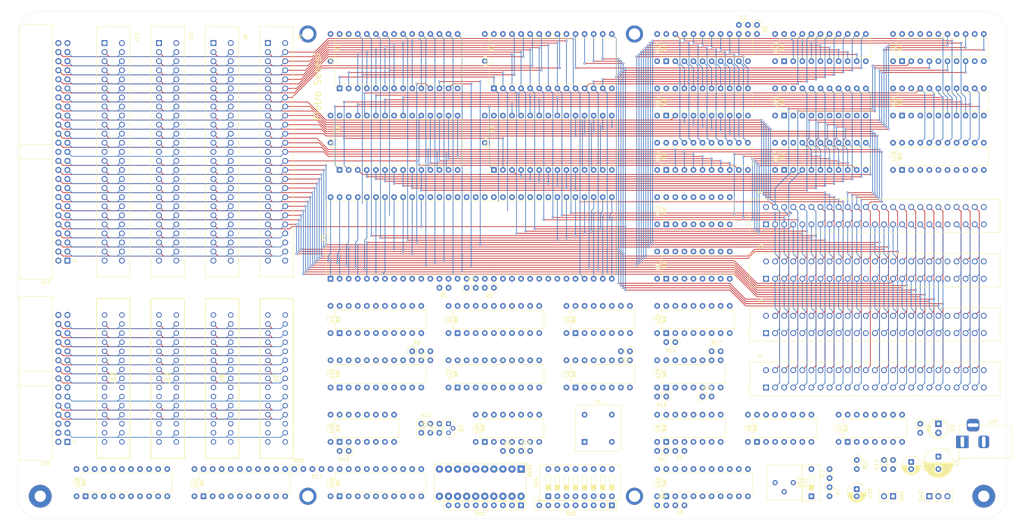
<source format=kicad_pcb>
(kicad_pcb (version 20241229) (generator "pcbnew") (generator_version "9.0")
  (layers (0 "F.Cu" signal) (2 "B.Cu" signal) (13 "F.Paste" user) (15 "B.Paste" user) (5 "F.SilkS" user "F.Silkscreen") (7 "B.SilkS" user "B.Silkscreen") (1 "F.Mask" user) (3 "B.Mask" user) (25 "Edge.Cuts" user))
  (net 0 "")
  (net 1 "+5V")
  (net 2 "/DRD")
  (net 3 "GND")
  (net 4 "/E_{5}")
  (net 5 "/E_{6}")
  (net 6 "/E_{7}")
  (net 7 "Net-(C6-Pad2)")
  (net 8 "Net-(U57-Load)")
  (net 9 "/~{RIH}")
  (net 10 "Net-(R7-Pad2)")
  (net 11 "Net-(C8-Pad1)")
  (net 12 "Net-(U33-G1)")
  (net 13 "Net-(R9-Pad1)")
  (net 14 "Net-(U25-Cp)")
  (net 15 "/IRQ_{7}")
  (net 16 "Net-(D2-K)")
  (net 17 "Net-(U22-Load)")
  (net 18 "/IBSY")
  (net 19 "Net-(Q2-C)")
  (net 20 "Net-(C16-Pad1)")
  (net 21 "Net-(C1-Pad2)")
  (net 22 "/~{HALT}")
  (net 23 "/~{RES}")
  (net 24 "Net-(R11-Pad1)")
  (net 25 "Net-(Q2-B)")
  (net 26 "Net-(RN1-R6)")
  (net 27 "Net-(RN1-R4)")
  (net 28 "Net-(RN1-R8)")
  (net 29 "Net-(RN1-R1)")
  (net 30 "Net-(RN1-R7)")
  (net 31 "Net-(RN1-R5)")
  (net 32 "Net-(RN1-R3)")
  (net 33 "Net-(RN1-R2)")
  (net 34 "/statusreg/SI_{4}")
  (net 35 "/statusreg/SI_{3}")
  (net 36 "/statusreg/SI_{6}")
  (net 37 "/statusreg/SI_{7}")
  (net 38 "/statusreg/SI_{2}")
  (net 39 "/statusreg/SI_{0}")
  (net 40 "/statusreg/SI_{1}")
  (net 41 "/statusreg/SI_{5}")
  (net 42 "Net-(SW3-B)")
  (net 44 "/A_{6}")
  (net 45 "/~{I_{2}}")
  (net 46 "/D_{4}")
  (net 47 "/A_{7}")
  (net 48 "/AC.~{P}")
  (net 49 "/A_{22}")
  (net 50 "/A_{12}")
  (net 51 "/A_{19}")
  (net 52 "/A_{1}")
  (net 54 "/A_{9}")
  (net 55 "/~{DRD}")
  (net 56 "/D_{6}")
  (net 57 "/CLK")
  (net 59 "/A_{20}")
  (net 60 "/D_{8}")
  (net 61 "/D_{9}")
  (net 62 "/D_{7}")
  (net 63 "/A_{5}")
  (net 64 "/D_{0}")
  (net 65 "/A_{3}")
  (net 66 "/D_{13}")
  (net 67 "/D_{2}")
  (net 68 "/A_{16}")
  (net 69 "/A_{11}")
  (net 70 "/A_{23}")
  (net 71 "/D_{5}")
  (net 72 "/D_{1}")
  (net 73 "/DS.~{U}")
  (net 74 "/A_{4}")
  (net 75 "/A_{10}")
  (net 76 "/~{I_{1}}")
  (net 77 "/A_{21}")
  (net 78 "/A_{14}")
  (net 80 "/A_{8}")
  (net 81 "/D_{14}")
  (net 82 "/DS.~{L}")
  (net 83 "/A_{18}")
  (net 84 "/AC.~{D}")
  (net 85 "/DIR.~{W}")
  (net 86 "/A_{2}")
  (net 87 "/A_{13}")
  (net 88 "/D_{10}")
  (net 89 "/D_{12}")
  (net 90 "/AC.~{U}")
  (net 91 "/D_{11}")
  (net 92 "/D_{3}")
  (net 93 "/D_{15}")
  (net 94 "/A_{15}")
  (net 95 "/A_{17}")
  (net 97 "/DIR.~{R}")
  (net 98 "/rom/~{LS}")
  (net 99 "/rom/~{US}")
  (net 100 "/E_{8}")
  (net 101 "/E_{9}")
  (net 102 "/atu/EA_{13}")
  (net 103 "/atu/~{R}")
  (net 104 "/atu/EA_{12}")
  (net 105 "/atu/EA_{1}")
  (net 106 "/atu/EA_{7}")
  (net 107 "/E_{15}")
  (net 108 "/atu/EA_{2}")
  (net 109 "/atu/~{W}")
  (net 110 "/atu/EA_{4}")
  (net 111 "/E_{14}")
  (net 112 "/atu/EA_{8}")
  (net 113 "/atu/~{US}")
  (net 114 "/atu/EA_{5}")
  (net 115 "/atu/EA_{0}")
  (net 116 "/E_{12}")
  (net 117 "/atu/EA_{11}")
  (net 118 "/atu/EA_{14}")
  (net 119 "/E_{11}")
  (net 120 "/atu/EA_{10}")
  (net 121 "/atu/EA_{9}")
  (net 122 "/atu/EA_{6}")
  (net 123 "/E_{13}")
  (net 124 "/E_{10}")
  (net 125 "/atu/EA_{3}")
  (net 126 "/atu/~{LS}")
  (net 127 "/E_{0}")
  (net 128 "/E_{2}")
  (net 129 "/E_{1}")
  (net 130 "/E_{4}")
  (net 131 "/E_{3}")
  (net 132 "Net-(U25-Q2)")
  (net 133 "Net-(U25-Q3)")
  (net 134 "Net-(U25-Q1)")
  (net 135 "Net-(U25-Q0)")
  (net 136 "Net-(U27-G1)")
  (net 137 "Net-(U25-Q4)")
  (net 138 "Net-(U25-Q5)")
  (net 139 "/IRQ_{4}")
  (net 140 "/IRQ_{3}")
  (net 141 "/IRQ_{5}")
  (net 142 "/IRQ_{2}")
  (net 143 "/IRQ_{0}")
  (net 144 "/IRQ_{6}")
  (net 145 "/IRQ_{1}")
  (net 146 "Net-(U25-Q6)")
  (net 147 "Net-(U25-~{Mr})")
  (net 148 "/decoder/~{SAS}")
  (net 149 "/BE.I")
  (net 150 "/decoder/~{IOS}")
  (net 151 "/atu/MOD.~{S}")
  (net 152 "/atu/PN_{0}")
  (net 153 "/atu/PN_{1}")
  (net 154 "/atu/PN_{3}")
  (net 155 "/atu/PN_{2}")
  (net 156 "/atu/PN_{6}")
  (net 157 "/atu/PN_{4}")
  (net 158 "/atu/PN_{5}")
  (net 159 "/atu/PN_{7}")
  (net 160 "/atu/pidreg/~{S}")
  (net 162 "/atu/MOD.~{R}")
  (net 164 "/statusreg/~{S}")
  (net 165 "/BE.~{IO}")
  (net 166 "/statusreg/S_{1}")
  (net 167 "/statusreg/S_{7}")
  (net 168 "/statusreg/S_{6}")
  (net 169 "/statusreg/S_{2}")
  (net 170 "/statusreg/S_{3}")
  (net 171 "/statusreg/S_{0}")
  (net 172 "/statusreg/S_{4}")
  (net 173 "/statusreg/S_{5}")
  (net 176 "/BE.~{ET}")
  (net 177 "/BE.~{M}")
  (net 179 "/ram/~{BKE_{2}}")
  (net 181 "/ram/~{BKE_{3}}")
  (net 182 "Net-(U30A-E)")
  (net 183 "/ram/~{BKE_{0}}")
  (net 185 "Net-(U2-Pad4)")
  (net 186 "Net-(U2-Pad6)")
  (net 188 "Net-(U24-Pad11)")
  (net 189 "Net-(U24-Pad5)")
  (net 190 "Net-(U24-Pad13)")
  (net 191 "Net-(U24-Pad12)")
  (net 192 "Net-(U24-Pad10)")
  (net 193 "/BE.~{E}")
  (net 194 "Net-(U7-Pad2)")
  (net 198 "/ram/PDIR.~{W}")
  (net 199 "/ram/PDIR.~{R}")
  (net 200 "Net-(U2-Pad9)")
  (net 201 "Net-(U2-Pad11)")
  (net 202 "/statusreg/LD")
  (net 204 "/atu/pidreg/LD")
  (net 205 "Net-(C1-Pad1)")
  (net 210 "Net-(SW2-C)")
  (net 211 "/ram/~{BKE_{1}}")
  (footprint "Capacitor_THT:C_Disc_D3.0mm_W1.6mm_P2.54mm" (layer "F.Cu") (at 220.98 -101.6 90)
    (property "Reference" "C5")
    (property "Value" "22pF")
  )
  (footprint "Capacitor_THT:C_Disc_D3.0mm_W1.6mm_P7.62mm" (layer "F.Cu") (at 259.08 -116.84 -90)
    (property "Reference" "B5")
    (property "Value" "C_Disc_D3.0mm_W1.6mm_P7.62mm")
  )
  (footprint "Package_DIP:DIP-20_W7.62mm" (layer "F.Cu") (at 320.04 -170.18 90)
    (property "Reference" "U19")
    (property "Value" "74HC541")
  )
  (footprint "Connector_PCBEdge:TE_1-5530843-6" (layer "F.Cu") (at 162.6743 -160.02 -90)
    (property "Reference" "J8")
    (property "Value" "perslot2ad")
  )
  (footprint "Connector_PCBEdge:TE_1-5530843-6" (layer "F.Cu") (at 345.44 -142.1257)
    (property "Reference" "J4")
    (property "Value" "ramslot4")
  )
  (footprint "Connector_PCBEdge:55308432" (layer "F.Cu") (at 160.249 -114.3 -90)
    (property "Reference" "J9")
    (property "Value" "perslot2c" (hide yes))
  )
  (footprint "Resistor_THT:R_Axial_DIN0207_L6.3mm_D2.5mm_P2.54mm_Vertical" (layer "F.Cu") (at 218.44 -81.28)
    (property "Reference" "R11")
    (property "Value" "10k")
  )
  (footprint "Capacitor_THT:C_Disc_D3.0mm_W1.6mm_P7.62mm" (layer "F.Cu") (at 284.48 -162.56 -90)
    (property "Reference" "B5")
    (property "Value" "C_Disc_D3.0mm_W1.6mm_P7.62mm")
  )
  (footprint "Capacitor_THT:C_Disc_D3.0mm_W1.6mm_P7.62mm" (layer "F.Cu") (at 193.04 -101.6 -90)
    (property "Reference" "B5")
    (property "Value" "C_Disc_D3.0mm_W1.6mm_P7.62mm")
  )
  (footprint "Package_DIP:DIP-20_W7.62mm" (layer "F.Cu") (at 320.04 -185.42 90)
    (property "Reference" "U23")
    (property "Value" "74HC541")
  )
  (footprint "Capacitor_THT:C_Disc_D3.0mm_W1.6mm_P7.62mm" (layer "F.Cu") (at 226.06 -101.6 -90)
    (property "Reference" "B5")
    (property "Value" "C_Disc_D3.0mm_W1.6mm_P7.62mm")
  )
  (footprint "Capacitor_THT:C_Disc_D3.0mm_W1.6mm_P7.62mm" (layer "F.Cu") (at 236.22 -170.18 -90)
    (property "Reference" "B5")
    (property "Value" "C_Disc_D3.0mm_W1.6mm_P7.62mm")
  )
  (footprint "Capacitor_THT:C_Disc_D3.0mm_W1.6mm_P2.54mm" (layer "F.Cu") (at 332.74 -68.58 90)
    (property "Reference" "C7")
    (property "Value" "1uF")
  )
  (footprint "Capacitor_THT:C_Disc_D3.0mm_W1.6mm_P2.54mm" (layer "F.Cu") (at 307.34 -195.58)
    (property "Reference" "C2")
    (property "Value" "22pF")
  )
  (footprint "Resistor_THT:R_Axial_DIN0207_L6.3mm_D2.5mm_P2.54mm_Vertical" (layer "F.Cu") (at 289.56 -106.68 180)
    (property "Reference" "R14")
    (property "Value" "4k7")
  )
  (footprint "Connector_PCBEdge:TE_1-5530843-6" (layer "F.Cu") (at 132.1943 -160.02 -90)
    (property "Reference" "J11")
    (property "Value" "perslot4ad")
  )
  (footprint "Connector_PCBEdge:TE_1-5530843-6" (layer "F.Cu") (at 177.9143 -160.02 -90)
    (property "Reference" "J6")
    (property "Value" "perslot1ad")
  )
  (footprint "Connector_IDC:IDC-Header_2x25_P2.54mm_Horizontal" (layer "F.Cu") (at 119.38 -129.54 180)
    (property "Reference" "J14")
    (property "Value" "peridcad")
  )
  (footprint "Capacitor_THT:C_Disc_D3.0mm_W1.6mm_P2.54mm" (layer "F.Cu") (at 226.06 -121.92 180)
    (property "Reference" "B1")
    (property "Value" "100nF")
  )
  (footprint "Package_DIP:DIP-14_W7.62mm" (layer "F.Cu") (at 261.62 -109.22 90)
    (property "Reference" "U5")
    (property "Value" "74HC4075")
  )
  (footprint "MountingHole:MountingHole_3.2mm_M3_Pad" (layer "F.Cu") (at 186.69 -63.5)
    (property "Reference" "M2" (hide yes))
    (property "Value" "MountingHole_3.2mm_M3_Pad")
  )
  (footprint "Connector_PCBEdge:TE_1-5530843-6" (layer "F.Cu") (at 345.44 -111.6457)
    (property "Reference" "J2")
    (property "Value" "ramslot2")
  )
  (footprint "Resistor_THT:R_Axial_DIN0207_L6.3mm_D2.5mm_P2.54mm_Vertical" (layer "F.Cu") (at 284.48 -60.96)
    (property "Reference" "R8")
    (property "Value" "4k7")
  )
  (footprint "Capacitor_THT:C_Disc_D3.0mm_W1.6mm_P2.54mm" (layer "F.Cu") (at 190.5 -71.12 180)
    (property "Reference" "C17")
    (property "Value" "22pF")
  )
  (footprint "MountingHole:MountingHole_3.2mm_M3_Pad" (layer "F.Cu") (at 278.13 -193.04)
    (property "Reference" "M2" (hide yes))
    (property "Value" "MountingHole_3.2mm_M3_Pad")
  )
  (footprint "Capacitor_THT:C_Disc_D3.0mm_W1.6mm_P2.54mm" (layer "F.Cu") (at 347.98 -71.12 90)
    (property "Reference" "C14")
    (property "Value" "100nF")
  )
  (footprint "Capacitor_THT:C_Disc_D3.0mm_W1.6mm_P7.62mm" (layer "F.Cu") (at 317.5 -193.04 -90)
    (property "Reference" "B5")
    (property "Value" "C_Disc_D3.0mm_W1.6mm_P7.62mm")
  )
  (footprint "Resistor_THT:R_Axial_DIN0207_L6.3mm_D2.5mm_P2.54mm_Vertical" (layer "F.Cu") (at 218.44 -83.82)
    (property "Reference" "R12")
    (property "Value" "10k")
  )
  (footprint "Connector_PCBEdge:TE_1-5530843-6" (layer "F.Cu") (at 345.44 -126.8857)
    (property "Reference" "J3")
    (property "Value" "ramslot3")
  )
  (footprint "Capacitor_THT:C_Disc_D3.0mm_W1.6mm_P7.62mm" (layer "F.Cu") (at 350.52 -193.04 -90)
    (property "Reference" "B5")
    (property "Value" "C_Disc_D3.0mm_W1.6mm_P7.62mm")
  )
  (footprint "Package_DIP:DIP-20_W7.62mm" (layer "F.Cu") (at 195.58 -63.5 90)
    (property "Reference" "U56")
    (property "Value" "74HC688")
  )
  (footprint "Package_DIP:DIP-20_W7.62mm" (layer "F.Cu") (at 320.04 -154.94 90)
    (property "Reference" "U17")
    (property "Value" "74HC541")
  )
  (footprint "Capacitor_THT:C_Disc_D3.0mm_W1.6mm_P7.62mm" (layer "F.Cu") (at 284.48 -147.32 -90)
    (property "Reference" "B5")
    (property "Value" "C_Disc_D3.0mm_W1.6mm_P7.62mm")
  )
  (footprint "Resistor_THT:R_Axial_DIN0207_L6.3mm_D2.5mm_P2.54mm_Vertical" (layer "F.Cu") (at 231.14 -121.92)
    (property "Reference" "R2")
    (property "Value" "4k7")
  )
  (footprint "Connector_PinHeader_2.54mm:PinHeader_1x03_P2.54mm_Vertical" (layer "F.Cu") (at 360.68 -63.5 90)
    (property "Reference" "SW2")
    (property "Value" "pwrsw")
  )
  (footprint "Package_DIP:DIP-16_W7.62mm" (layer "F.Cu") (at 287.02 -109.22 90)
    (property "Reference" "U30")
    (property "Value" "74HC139")
  )
  (footprint "Connector_PCBEdge:TE_1-5530843-6" (layer "F.Cu") (at 147.4343 -160.02 -90)
    (property "Reference" "J10")
    (property "Value" "perslot3ad")
  )
  (footprint "Capacitor_THT:C_Disc_D3.0mm_W1.6mm_P7.62mm" (layer "F.Cu") (at 350.52 -177.8 -90)
    (property "Reference" "B5")
    (property "Value" "C_Disc_D3.0mm_W1.6mm_P7.62mm")
  )
  (footprint "Package_DIP:DIP-14_W7.62mm" (layer "F.Cu") (at 261.62 -93.98 90)
    (property "Reference" "U2")
    (property "Value" "74HC04")
  )
  (footprint "Package_DIP:DIP-14_W7.62mm" (layer "F.Cu") (at 287.02 -78.74 90)
    (property "Reference" "U8")
    (property "Value" "74HC05")
  )
  (footprint "Resistor_THT:R_Axial_DIN0207_L6.3mm_D2.5mm_P2.54mm_Vertical" (layer "F.Cu") (at 287.02 -91.44 180)
    (property "Reference" "R16")
    (property "Value" "10k")
  )
  (footprint "Connector_IDC:IDC-Header_2x15_P2.54mm_Horizontal" (layer "F.Cu") (at 119.38 -78.74 180)
    (property "Reference" "J15")
    (property "Value" "peridcc")
  )
  (footprint "Capacitor_THT:C_Disc_D3.0mm_W1.6mm_P7.62mm" (layer "F.Cu") (at 193.04 -193.04 -90)
    (property "Reference" "B2")
    (property "Value" "C_Disc_D3.0mm_W1.6mm_P7.62mm")
  )
  (footprint "Package_DIP:DIP-28_W15.24mm" (layer "F.Cu") (at 195.58 -177.8 90)
    (property "Reference" "U9")
    (property "Value" "28C256")
  )
  (footprint "Capacitor_THT:C_Disc_D3.0mm_W1.6mm_P7.62mm" (layer "F.Cu") (at 236.22 -193.04 -90)
    (property "Reference" "B4")
    (property "Value" "C_Disc_D3.0mm_W1.6mm_P7.62mm")
  )
  (footprint "Package_DIP:DIP-20_W7.62mm" (layer "F.Cu") (at 124.46 -63.5 90)
    (property "Reference" "U58")
    (property "Value" "74HC541")
  )
  (footprint "Package_DIP:DIP-14_W7.62mm" (layer "F.Cu") (at 287.02 -93.98 90)
    (property "Reference" "U29")
    (property "Value" "74HC32")
  )
  (footprint "MountingHole:MountingHole_3.2mm_M3_Pad" (layer "F.Cu") (at 375.92 -63.5)
    (property "Reference" "M2" (hide yes))
    (property "Value" "MountingHole_3.2mm_M3_Pad")
  )
  (footprint "Resistor_THT:R_Axial_DIN0207_L6.3mm_D2.5mm_P2.54mm_Vertical" (layer "F.Cu") (at 332.74 -66.04 -90)
    (property "Reference" "R7")
    (property "Value" "1k")
  )
  (footprint "Capacitor_THT:C_Disc_D3.0mm_W1.6mm_P7.62mm" (layer "F.Cu") (at 335.28 -86.36 -90)
    (property "Reference" "B5")
    (property "Value" "C_Disc_D3.0mm_W1.6mm_P7.62mm")
  )
  (footprint "Display:HDSP-48xx" (layer "F.Cu") (at 246.38 -71.12 -90)
    (property "Reference" "BAR1")
    (property "Value" "HDSP-4830_2")
  )
  (footprint "Resistor_THT:R_Axial_DIN0207_L6.3mm_D2.5mm_P2.54mm_Vertical" (layer "F.Cu") (at 276.86 -104.14 180)
    (property "Reference" "R3")
    (property "Value" "4k7")
  )
  (footprint "Package_DIP:DIP-28_W15.24mm" (layer "F.Cu") (at 195.58 -154.94 90)
    (property "Reference" "U13")
    (property "Value" "AS7C256C-15PCN")
  )
  (footprint "Connector_PCBEdge:TE_1-5530843-6" (layer "F.Cu") (at 345.44 -96.4057)
    (property "Reference" "J1")
    (property "Value" "ramslot1")
  )
  (footprint "Capacitor_THT:C_Disc_D3.0mm_W1.6mm_P2.54mm" (layer "F.Cu") (at 292.1 -60.96 180)
    (property "Reference" "C8")
    (property "Value" "22pF")
  )
  (footprint "Package_DIP:DIP-20_W7.62mm" (layer "F.Cu") (at 287.02 -185.42 90)
    (property "Reference" "U22")
    (property "Value" "74HC573")
  )
  (footprint "Capacitor_THT:C_Disc_D3.0mm_W1.6mm_P7.62mm" (layer "F.Cu") (at 284.48 -177.8 -90)
    (property "Reference" "B5")
    (property "Value" "C_Disc_D3.0mm_W1.6mm_P7.62mm")
  )
  (footprint "Capacitor_THT:CP_Radial_D5.0mm_P2.00mm" (layer "F.Cu") (at 355.6 -73.12 -90)
    (property "Reference" "C12")
    (property "Value" "10uF")
  )
  (footprint "Resistor_THT:R_Axial_DIN0207_L6.3mm_D2.5mm_P2.54mm_Vertical" (layer "F.Cu") (at 340.36 -73.66 -90)
    (property "Reference" "R22")
    (property "Value" "14k7")
  )
  (footprint "Resistor_THT:R_Axial_DIN0207_L6.3mm_D2.5mm_P2.54mm_Vertical" (layer "F.Cu") (at 182.88 -71.12)
    (property "Reference" "R23")
    (property "Value" "1k22")
  )
  (footprint "Oscillator:Oscillator_DIP-8" (layer "F.Cu") (at 264.16 -78.74)
    (property "Reference" "X1")
    (property "Value" "CXO_DIP8_16MHz")
  )
  (footprint "Button_Switch_THT:SW_DIP_SPSTx01_Slide_9.78x4.72mm_W7.62mm_P2.54mm" (layer "F.Cu") (at 327.66 -63.5 90)
    (property "Reference" "SW3")
    (property "Value" "timersw")
  )
  (footprint "Resistor_THT:R_Axial_DIN0207_L6.3mm_D2.5mm_P2.54mm_Vertical" (layer "F.Cu") (at 238.76 -121.92 180)
    (property "Reference" "R1")
    (property "Value" "4k7")
  )
  (footprint "MountingHole:MountingHole_3.2mm_M3_Pad" (layer "F.Cu") (at 278.13 -63.5)
    (property "Reference" "M2" (hide yes))
    (property "Value" "MountingHole_3.2mm_M3_Pad")
  )
  (footprint "Resistor_THT:R_Axial_DIN0207_L6.3mm_D2.5mm_P2.54mm_Vertical" (layer "F.Cu") (at 246.38 -76.2)
    (property "Reference" "R10")
    (property "Value" "2k")
  )
  (footprint "Package_DIP:DIP-20_W7.62mm" (layer "F.Cu") (at 228.6 -93.98 90)
    (property "Reference" "U27")
    (property "Value" "74HC541")
  )
  (footprint "Package_DIP:DIP-20_W7.62mm" (layer "F.Cu") (at 287.02 -170.18 90)
    (property "Reference" "U14")
    (property "Value" "74HC245")
  )
  (footprint "Capacitor_THT:C_Disc_D3.0mm_W1.6mm_P7.62mm" (layer "F.Cu") (at 193.04 -170.18 -90)
    (property "Reference" "B3")
    (property "Value" "C_Disc_D3.0mm_W1.6mm_P7.62mm")
  )
  (footprint "Package_DIP:DIP-20_W7.62mm" (layer "F.Cu") (at 157.48 -63.5 90)
    (property "Reference" "U57")
    (property "Value" "74HC573")
  )
  (footprint "Capacitor_THT:C_Disc_D3.0mm_W1.6mm_P7.62mm" (layer "F.Cu") (at 317.5 -162.56 -90)
    (property "Reference" "B5")
    (property "Value" "C_Disc_D3.0mm_W1.6mm_P7.62mm")
  )
  (footprint "Resistor_THT:R_Axial_DIN0207_L6.3mm_D2.5mm_P2.54mm_Vertical" (layer "F.Cu") (at 299.72 -104.14)
    (property "Reference" "R17")
    (property "Value" "10k")
  )
  (footprint "Package_DIP:DIP-16_W7.62mm" (layer "F.Cu") (at 287.02 -139.7 90)
    (property "Reference" "U12")
    (property "Value" "74HC157")
  )
  (footprint "Capacitor_THT:C_Disc_D3.0mm_W1.6mm_P7.62mm" (layer "F.Cu") (at 350.52 -162.56 -90)
    (property "Reference" "B5")
    (property "Value" "C_Disc_D3.0mm_W1.6mm_P7.62mm")
  )
  (footprint "Capacitor_THT:C_Disc_D3.0mm_W1.6mm_P2.54mm" (layer "F.Cu") (at 241.3 -76.2)
    (property "Reference" "C6")
    (property "Value" "22pF")
  )
  (footprint "MountingHole:MountingHole_3.2mm_M3_Pad" (layer "F.Cu") (at 111.76 -63.5)
    (property "Reference" "M2" (hide yes))
    (property "Value" "MountingHole_3.2mm_M3_Pad")
  )
  (footprint "Capacitor_THT:C_Disc_D3.0mm_W1.6mm_P7.62mm" (layer "F.Cu") (at 284.48 -116.84 -90)
    (property "Reference" "B5")
    (property "Value" "C_Disc_D3.0mm_W1.6mm_P7.62mm")
  )
  (footprint "Package_TO_SOT_THT:TO-92" (layer "F.Cu") (at 226.06 -83.82 -90)
    (property "Reference" "Q2")
    (property "Value" "NPN")
  )
  (footprint "Capacitor_THT:C_Disc_D3.0mm_W1.6mm_P7.62mm" (layer "F.Cu") (at 121.92 -71.12 -90)
    (property "Reference" "B5")
    (property "Value" "C_Disc_D3.0mm_W1.6mm_P7.62mm")
  )
  (footprint "Capacitor_THT:C_Disc_D3.0mm_W1.6mm_P7.62mm" (layer "F.Cu") (at 284.48 -101.6 -90)
    (property "Reference" "B5")
    (property "Value" "C_Disc_D3.0mm_W1.6mm_P7.62mm")
  )
  (footprint "Connector_PinHeader_2.54mm:PinHeader_1x02_P2.54mm_Vertical" (layer "F.Cu") (at 350.52 -63.5 -90)
    (property "Reference" "SW1")
    (property "Value" "ressw")
  )
  (footprint "Capacitor_THT:C_Disc_D3.0mm_W1.6mm_P7.62mm" (layer "F.Cu") (at 154.94 -71.12 -90)
    (property "Reference" "B5")
    (property "Value" "C_Disc_D3.0mm_W1.6mm_P7.62mm")
  )
  (footprint "Package_DIP:DIP-20_W7.62mm" (layer "F.Cu") (at 287.02 -154.94 90)
    (property "Reference" "U16")
    (property "Value" "74HC245")
  )
  (footprint "Package_DIP:DIP-14_W7.62mm" (layer "F.Cu") (at 195.58 -78.74 90)
    (property "Reference" "U26")
    (property "Value" "74HC14")
  )
  (footprint "Capacitor_THT:C_Disc_D3.0mm_W1.6mm_P7.62mm" (layer "F.Cu") (at 284.48 -193.04 -90)
    (property "Reference" "B5")
    (property "Value" "C_Disc_D3.0mm_W1.6mm_P7.62mm")
  )
  (footprint "Package_DIP:DIP-20_W7.62mm" (layer "F.Cu") (at 353.06 -170.18 90)
    (property "Reference" "U20")
    (property "Value" "74HC541")
  )
  (footprint "Package_DIP:DIP-28_W15.24mm" (layer "F.Cu") (at 238.76 -154.94 90)
    (property "Reference" "U15")
    (property "Value" "AS7C256C-15PCN")
  )
  (footprint "Resistor_THT:R_Axial_DIN0207_L6.3mm_D2.5mm_P2.54mm_Vertical" (layer "F.Cu") (at 215.9 -104.14)
    (property "Reference" "R9")
    (property "Value" "2k")
  )
  (footprint "Package_DIP:DIP-14_W7.62mm" (layer "F.Cu") (at 337.82 -78.74 90)
    (property "Reference" "U7")
    (property "Value" "74HC14")
  )
  (footprint "Resistor_THT:R_Array_SIP9" (layer "F.Cu") (at 271.78 -60.96 180)
    (property "Reference" "RN2")
    (property "Value" "10k")
  )
  (footprint "Capacitor_THT:C_Disc_D3.0mm_W1.6mm_P7.62mm" (layer "F.Cu") (at 284.48 -132.08 -90)
    (property "Reference" "B5")
    (property "Value" "C_Disc_D3.0mm_W1.6mm_P7.62mm")
  )
  (footprint "Resistor_THT:R_Axial_DIN0207_L6.3mm_D2.5mm_P2.54mm_Vertical" (layer "F.Cu") (at 358.14 -83.82 -90)
    (property "Reference" "R6")
    (property "Value" "1k")
  )
  (footprint "Capacitor_THT:C_Disc_D3.0mm_W1.6mm_P7.62mm" (layer "F.Cu") (at 317.5 -177.8 -90)
    (property "Reference" "B5")
    (property "Value" "C_Disc_D3.0mm_W1.6mm_P7.62mm")
  )
  (footprint "Capacitor_THT:C_Disc_D3.0mm_W1.6mm_P7.62mm" (layer "F.Cu") (at 259.08 -101.6 -90)
    (property "Reference" "B5")
    (property "Value" "C_Disc_D3.0mm_W1.6mm_P7.62mm")
  )
  (footprint "Resistor_THT:R_Axial_DIN0207_L6.3mm_D2.5mm_P2.54mm_Vertical" (layer "F.Cu") (at 297.18 -91.44)
    (property "Reference" "R15")
    (property "Value" "10k")
  )
  (footprint "Package_DIP:DIP-20_W7.62mm" (layer "F.Cu") (at 287.02 -63.5 90)
    (property "Reference" "U33")
    (property "Value" "74HC541")
  )
  (footprint "Capacitor_THT:C_Disc_D3.0mm_W1.6mm_P2.54mm" (layer "F.Cu") (at 292.1 -76.2 180)
    (property "Reference" "C1")
    (property "Value" "22pF")
  )
  (footprint "Package_DIP:DIP-20_W7.62mm" (layer "F.Cu") (at 195.58 -93.98 90)
    (property "Reference" "U25")
    (property "Value" "74HC273")
  )
  (footprint "Package_DIP:DIP-64_W22.86mm" (layer "F.Cu") (at 193.04 -124.46 90)
    (property "Reference" "U1")
    (property "Value" "68HC000P16")
  )
  (footprint "Package_DIP:DIP-28_W15.24mm" (layer "F.Cu") (at 238.76 -177.8 90)
    (property "Reference" "U10")
    (property "Value" "28C256")
  )
  (footprint "Capacitor_THT:CP_Radial_D5.0mm_P2.00mm" (layer "F.Cu") (at 340.36 -65.5 -90)
    (property "Reference" "C16")
    (property "Value" "10uF")
  )
  (footprint "Package_DIP:DIP-20_W7.62mm" (layer "F.Cu") (at 195.58 -109.22 90)
    (property "Reference" "U3")
    (property "Value" "74HC688")
  )
  (footprint "Capacitor_THT:C_Disc_D3.0mm_W1.6mm_P2.54mm" (layer "F.Cu") (at 350.52 -71.12 90)
    (property "Reference" "C13")
    (property "Value" "330nF")
  )
  (footprint "Resistor_THT:R_Array_SIP9" (layer "F.Cu") (at 246.38 -60.96 180)
    (property "Reference" "RN1")
    (property "Value" "1k")
  )
  (footprint "Connector_PCBEdge:55308432" (layer "F.Cu") (at 129.769 -114.3 -90)
    (property "Reference" "J13")
    (property "Value" "perslot4c" (hide yes))
  )
  (footprint "Capacitor_THT:C_Disc_D3.0mm_W1.6mm_P7.62mm" (layer "F.Cu") (at 233.68 -86.36 -90)
    (property "Reference" "B5")
    (property "Value" "C_Disc_D3.0mm_W1.6mm_P7.62mm")
  )
  (footprint "Connector_BarrelJack:BarrelJack_Horizontal" (layer "F.Cu") (at 369.92 -78.74 180)
    (property "Reference" "J16")
    (property "Value" "pwrjack")
  )
  (footprint "Package_DIP:DIP-20_W7.62mm" (layer "F.Cu") (at 353.06 -185.42 90)
    (property "Reference" "U21")
    (property "Value" "74HC688")
  )
  (footprint "Package_DIP:DIP-20_W7.62mm" (layer "F.Cu") (at 353.06 -154.94 90)
    (property "Reference" "U18")
    (property "Value" "74HC541")
  )
  (footprint "Potentiometer_THT:Potentiometer_Bourns_3386P_Vertical" (layer "F.Cu") (at 317.5 -67.31 -90)
    (property "Reference" "RV1")
    (property "Value" "5k")
  )
  (footprint "Resistor_THT:R_Axial_DIN0207_L6.3mm_D2.5mm_P2.54mm_Vertical" (layer "F.Cu") (at 312.42 -195.58 -90)
    (property "Reference" "R5")
    (property "Value" "1k22")
  )
  (footprint "Capacitor_THT:C_Disc_D3.0mm_W1.6mm_P2.54mm" (layer "F.Cu") (at 223.52 -81.28 90)
    (property "Reference" "C4")
    (property "Value" "220pF")
  )
  (footprint "Package_DIP:DIP-20_W7.62mm" (layer "F.Cu") (at 228.6 -109.22 90)
    (property "Reference" "U4")
    (property "Value" "74HC688")
  )
  (footprint "Connector_PCBEdge:55308432" (layer "F.Cu") (at 145.009 -114.3 -90)
    (property "Reference" "J12")
    (property "Value" "perslot3c" (hide yes))
  )
  (footprint "MountingHole:MountingHole_3.2mm_M3_Pad" (layer "F.Cu") (at 186.69 -193.04)
    (property "Reference" "M2" (hide yes))
    (property "Value" "MountingHole_3.2mm_M3_Pad")
  )
  (footprint "Connector_PCBEdge:55308432" (layer "F.Cu") (at 175.489 -114.3 -90)
    (property "Reference" "J7")
    (property "Value" "perslot1c" (hide yes))
  )
  (footprint "Capacitor_THT:C_Disc_D3.0mm_W1.6mm_P7.62mm" (layer "F.Cu") (at 226.06 -116.84 -90)
    (property "Reference" "B5")
    (property "Value" "C_Disc_D3.0mm_W1.6mm_P7.62mm")
  )
  (footprint "Resistor_THT:R_Axial_DIN0207_L6.3mm_D2.5mm_P2.54mm_Vertical" (layer "F.Cu") (at 287.02 -76.2 180)
    (property "Reference" "R4")
    (property "Value" "20k")
  )
  (footprint "Capacitor_THT:C_Disc_D3.0mm_W1.6mm_P7.62mm" (layer "F.Cu") (at 284.48 -86.36 -90)
    (property "Reference" "B5")
    (property "Value" "C_Disc_D3.0mm_W1.6mm_P7.62mm")
  )
  (footprint "Capacitor_THT:CP_Radial_D8.0mm_P3.50mm" (layer "F.Cu") (at 363.22 -74.62 -90)
    (property "Reference" "C3")
    (property "Value" "100uF")
  )
  (footprint "Package_DIP:DIP-16_W7.62mm" (layer "F.Cu") (at 287.02 -124.46 90)
    (property "Reference" "U11")
    (property "Value" "74HC157")
  )
  (footprint "Capacitor_THT:C_Disc_D3.0mm_W1.6mm_P7.62mm" (layer "F.Cu") (at 193.04 -86.36 -90)
    (property "Reference" "B5")
    (property "Value" "C_Disc_D3.0mm_W1.6mm_P7.62mm")
  )
  (footprint "Capacitor_THT:C_Disc_D3.0mm_W1.6mm_P7.62mm" (layer "F.Cu") (at 309.88 -86.36 -90)
    (property "Reference" "B5")
    (property "Value" "C_Disc_D3.0mm_W1.6mm_P7.62mm")
  )
  (footprint "Capacitor_THT:C_Disc_D3.0mm_W1.6mm_P7.62mm" (layer "F.Cu") (at 193.04 -71.12 -90)
    (property "Reference" "B5")
    (property "Value" "C_Disc_D3.0mm_W1.6mm_P7.62mm")
  )
  (footprint "Button_Switch_THT:SW_DIP_SPSTx08_Slide_9.78x22.5mm_W7.62mm_P2.54mm" (layer "F.Cu") (at 254 -63.5 90)
    (property "Reference" "SW4")
    (property "Value" "SW_DIP_x08")
  )
  (footprint "Resistor_THT:R_Axial_DIN0207_L6.3mm_D2.5mm_P2.54mm_Vertical" (layer "F.Cu") (at 198.12 -76.2 180)
    (property "Reference" "R13")
    (property "Value" "4k7")
  )
  (footprint "Capacitor_THT:C_Disc_D3.0mm_W1.6mm_P7.62mm" (layer "F.Cu") (at 193.04 -116.84 -90)
    (property "Reference" "B5")
    (property "Value" "C_Disc_D3.0mm_W1.6mm_P7.62mm")
  )
  (footprint "Capacitor_THT:C_Disc_D3.0mm_W1.6mm_P7.62mm" (layer "F.Cu") (at 284.48 -71.12 -90)
    (property "Reference" "B5")
    (property "Value" "C_Disc_D3.0mm_W1.6mm_P7.62mm")
  )
  (footprint "Package_DIP:DIP-14_W7.62mm" (layer "F.Cu") (at 312.42 -78.74 90)
    (property "Reference" "U6")
    (property "Value" "74HC32")
  )
  (footprint "LED_THT:LED_D5.0mm" (layer "F.Cu") (at 363.22 -83.82 -90)
    (property "Reference" "D2")
    (property "Value" "LED_Filled")
  )
  (footprint "Package_DIP:DIP-14_W7.62mm" (layer "F.Cu") (at 236.22 -78.74 90)
    (property "Reference" "U24")
    (property "Value" "74HC08")
  )
  (gr_arc (start 105.41 -193.04) (mid 107.269872 -197.530128) (end 111.76 -199.39) (stroke (width 0.05)) (layer "Edge.Cuts"))
  (gr_arc (start 382.27 -63.5) (mid 380.410128 -59.009872) (end 375.92 -57.15) (stroke (width 0.05)) (layer "Edge.Cuts"))
  (gr_arc (start 375.92 -199.39) (mid 380.410128 -197.530128) (end 382.27 -193.04) (stroke (width 0.05)) (layer "Edge.Cuts"))
  (gr_arc (start 111.76 -57.15) (mid 107.269872 -59.009872) (end 105.41 -63.5) (stroke (width 0.05)) (layer "Edge.Cuts"))
  (gr_line (start 111.76 -57.15) (end 375.92 -57.15) (stroke (width 0.05)) (layer "Edge.Cuts"))
  (gr_line (start 382.27 -63.5) (end 382.27 -193.04) (stroke (width 0.05)) (layer "Edge.Cuts"))
  (gr_line (start 111.76 -199.39) (end 375.92 -199.39) (stroke (width 0.05)) (layer "Edge.Cuts"))
  (gr_line (start 105.41 -63.5) (end 105.41 -193.04) (stroke (width 0.05)) (layer "Edge.Cuts"))
  (gr_text "Pietro Senesi" (at 190.5 -187.96 90) (layer "F.SilkS") (effects (font (size 1.905 1.905) (thickness 0.238125)) (justify right bottom)))
  (segment (start 369.57 -143.2814) (end 368.3 -144.5514) (width 0.2) (layer "F.Cu") (net 2))
  (segment (start 161.5186 -87.63) (end 160.2486 -88.9) (width 0.2) (layer "F.Cu") (net 2))
  (segment (start 146.2786 -87.63) (end 145.0086 -88.9) (width 0.2) (layer "F.Cu") (net 2))
  (segment (start 118.11 -87.63) (end 116.84 -88.9) (width 0.2) (layer "F.Cu") (net 2))
  (segment (start 176.7586 -87.63) (end 161.5186 -87.63) (width 0.2) (layer "F.Cu") (net 2))
  (segment (start 146.2786 -87.63) (end 131.0386 -87.63) (width 0.2) (layer "F.Cu") (net 2))
  (segment (start 161.5186 -87.63) (end 146.2786 -87.63) (width 0.2) (layer "F.Cu") (net 2))
  (segment (start 368.3 -98.8314) (end 369.57 -100.1014) (width 0.2) (layer "F.Cu") (net 2))
  (segment (start 131.0386 -87.63) (end 118.11 -87.63) (width 0.2) (layer "F.Cu") (net 2))
  (segment (start 176.7586 -87.63) (end 175.4886 -88.9) (width 0.2) (layer "F.Cu") (net 2))
  (segment (start 131.0386 -87.63) (end 129.7686 -88.9) (width 0.2) (layer "F.Cu") (net 2))
  (segment (start 369.57 -100.1014) (end 369.57 -115.3414) (width 0.2) (layer "F.Cu") (net 2))
  (segment (start 369.57 -115.3414) (end 369.57 -130.5814) (width 0.2) (layer "F.Cu") (net 2))
  (segment (start 368.3 -114.0714) (end 369.57 -115.3414) (width 0.2) (layer "F.Cu") (net 2))
  (segment (start 369.57 -130.5814) (end 369.57 -143.2814) (width 0.2) (layer "F.Cu") (net 2))
  (segment (start 368.3 -129.3114) (end 369.57 -130.5814) (width 0.2) (layer "F.Cu") (net 2))
  (segment (start 369.57 -95.25) (end 369.57 -95.6564) (width 0.2) (layer "B.Cu") (net 2))
  (segment (start 369.57 -125.73) (end 369.57 -126.1364) (width 0.2) (layer "B.Cu") (net 2))
  (segment (start 369.57 -110.49) (end 369.57 -110.8964) (width 0.2) (layer "B.Cu") (net 2))
  (segment (start 368.3 -93.98) (end 369.57 -95.25) (width 0.2) (layer "B.Cu") (net 2))
  (segment (start 368.3 -139.7) (end 369.57 -138.43) (width 0.2) (layer "B.Cu") (net 2))
  (segment (start 369.57 -110.8964) (end 369.57 -126.1364) (width 0.2) (layer "B.Cu") (net 2))
  (segment (start 369.57 -126.1364) (end 369.57 -138.43) (width 0.2) (layer "B.Cu") (net 2))
  (segment (start 369.57 -95.6564) (end 369.57 -110.8964) (width 0.2) (layer "B.Cu") (net 2))
  (segment (start 368.3 -124.46) (end 369.57 -125.73) (width 0.2) (layer "B.Cu") (net 2))
  (segment (start 368.3 -109.22) (end 369.57 -110.49) (width 0.2) (layer "B.Cu") (net 2))
  (segment (start 339.09 -131.445) (end 339.09 -130.5814) (width 0.2) (layer "F.Cu") (net 4))
  (segment (start 302.26 -165.735) (end 266.7 -165.735) (width 0.2) (layer "F.Cu") (net 4))
  (segment (start 337.82 -129.3114) (end 339.09 -130.5814) (width 0.2) (layer "F.Cu") (net 4))
  (segment (start 339.09 -130.5814) (end 339.09 -123.825) (width 0.2) (layer "F.Cu") (net 4))
  (segment (start 337.82 -114.0714) (end 339.09 -115.3414) (width 0.2) (layer "F.Cu") (net 4))
  (segment (start 344.805 -165.735) (end 302.26 -165.735) (width 0.2) (layer "F.Cu") (net 4))
  (segment (start 339.09 -116.205) (end 339.09 -115.3414) (width 0.2) (layer "F.Cu") (net 4))
  (segment (start 191.77 -165.735) (end 266.7 -165.735) (width 0.2) (layer "F.Cu") (net 4))
  (segment (start 337.82 -98.8314) (end 339.09 -100.1014) (width 0.2) (layer "F.Cu") (net 4))
  (segment (start 339.09 -100.1014) (end 339.09 -115.3414) (width 0.2) (layer "F.Cu") (net 4))
  (segment (start 180.34 -167.64) (end 189.865 -167.64) (width 0.2) (layer "F.Cu") (net 4))
  (segment (start 189.865 -167.64) (end 191.77 -165.735) (width 0.2) (layer "F.Cu") (net 4))
  (segment (start 339.09 -143.2814) (end 339.09 -139.065) (width 0.2) (layer "F.Cu") (net 4))
  (segment (start 337.82 -148.59) (end 344.805 -148.59) (width 0.2) (layer "F.Cu") (net 4))
  (segment (start 339.09 -143.2814) (end 337.82 -144.5514) (width 0.2) (layer "F.Cu") (net 4))
  (via (at 344.805 -165.735) (size 0.6) (drill 0.3) (layers "F.Cu" "B.Cu") (net 4))
  (via (at 339.09 -116.205) (size 0.6) (drill 0.3) (layers "F.Cu" "B.Cu") (net 4))
  (via (at 337.82 -148.59) (size 0.6) (drill 0.3) (layers "F.Cu" "B.Cu") (net 4))
  (via (at 339.09 -123.825) (size 0.6) (drill 0.3) (layers "F.Cu" "B.Cu") (net 4))
  (via (at 339.09 -131.445) (size 0.6) (drill 0.3) (layers "F.Cu" "B.Cu") (net 4))
  (via (at 344.805 -148.59) (size 0.6) (drill 0.3) (layers "F.Cu" "B.Cu") (net 4))
  (via (at 339.09 -139.065) (size 0.6) (drill 0.3) (layers "F.Cu" "B.Cu") (net 4))
  (via (at 266.7 -165.735) (size 0.6) (drill 0.3) (layers "F.Cu" "B.Cu") (net 4))
  (via (at 302.26 -165.735) (size 0.6) (drill 0.3) (layers "F.Cu" "B.Cu") (net 4))
  (segment (start 302.26 -170.18) (end 302.26 -165.735) (width 0.2) (layer "B.Cu") (net 4))
  (segment (start 119.38 -167.64) (end 120.65 -166.37) (width 0.2) (layer "B.Cu") (net 4))
  (segment (start 337.82 -148.59) (end 337.82 -144.5514) (width 0.2) (layer "B.Cu") (net 4))
  (segment (start 148.59 -166.37) (end 163.83 -166.37) (width 0.2) (layer "B.Cu") (net 4))
  (segment (start 179.07 -166.37) (end 180.34 -167.64) (width 0.2) (layer "B.Cu") (net 4))
  (segment (start 163.83 -166.37) (end 179.07 -166.37) (width 0.2) (layer "B.Cu") (net 4))
  (segment (start 266.7 -165.735) (end 266.7 -170.18) (width 0.2) (layer "B.Cu") (net 4))
  (segment (start 133.35 -166.37) (end 134.62 -167.64) (width 0.2) (layer "B.Cu") (net 4))
  (segment (start 148.59 -166.37) (end 149.86 -167.64) (width 0.2) (layer "B.Cu") (net 4))
  (segment (start 133.35 -166.37) (end 148.59 -166.37) (width 0.2) (layer "B.Cu") (net 4))
  (segment (start 163.83 -166.37) (end 165.1 -167.64) (width 0.2) (layer "B.Cu") (net 4))
  (segment (start 339.09 -123.825) (end 339.09 -116.205) (width 0.2) (layer "B.Cu") (net 4))
  (segment (start 339.09 -139.065) (end 339.09 -131.445) (width 0.2) (layer "B.Cu") (net 4))
  (segment (start 120.65 -166.37) (end 133.35 -166.37) (width 0.2) (layer "B.Cu") (net 4))
  (segment (start 344.805 -165.735) (end 344.805 -148.59) (width 0.2) (layer "B.Cu") (net 4))
  (segment (start 131.0386 -166.37) (end 118.11 -166.37) (width 0.2) (layer "F.Cu") (net 5))
  (segment (start 264.16 -165.1) (end 191.77 -165.1) (width 0.2) (layer "F.Cu") (net 5))
  (segment (start 131.0386 -166.37) (end 129.7686 -167.64) (width 0.2) (layer "F.Cu") (net 5))
  (segment (start 190.5 -166.37) (end 176.7586 -166.37) (width 0.2) (layer "F.Cu") (net 5))
  (segment (start 146.2786 -166.37) (end 131.0386 -166.37) (width 0.2) (layer "F.Cu") (net 5))
  (segment (start 118.11 -166.37) (end 116.84 -167.64) (width 0.2) (layer "F.Cu") (net 5))
  (segment (start 191.77 -165.1) (end 190.5 -166.37) (width 0.2) (layer "F.Cu") (net 5))
  (segment (start 176.7586 -166.37) (end 161.5186 -166.37) (width 0.2) (layer "F.Cu") (net 5))
  (segment (start 176.7586 -166.37) (end 175.4886 -167.64) (width 0.2) (layer "F.Cu") (net 5))
  (segment (start 161.5186 -166.37) (end 160.2486 -167.64) (width 0.2) (layer "F.Cu") (net 5))
  (segment (start 161.5186 -166.37) (end 146.2786 -166.37) (width 0.2) (layer "F.Cu") (net 5))
  (segment (start 146.2786 -166.37) (end 145.0086 -167.64) (width 0.2) (layer "F.Cu") (net 5))
  (segment (start 304.8 -165.1) (end 345.44 -165.1) (width 0.2) (layer "F.Cu") (net 5))
  (segment (start 304.8 -165.1) (end 264.16 -165.1) (width 0.2) (layer "F.Cu") (net 5))
  (segment (start 345.44 -147.955) (end 339.09 -147.955) (width 0.2) (layer "F.Cu") (net 5))
  (via (at 345.44 -165.1) (size 0.6) (drill 0.3) (layers "F.Cu" "B.Cu") (net 5))
  (via (at 339.09 -147.955) (size 0.6) (drill 0.3) (layers "F.Cu" "B.Cu") (net 5))
  (via (at 345.44 -147.955) (size 0.6) (drill 0.3) (layers "F.Cu" "B.Cu") (net 5))
  (via (at 264.16 -165.1) (size 0.6) (drill 0.3) (layers "F.Cu" "B.Cu") (net 5))
  (via (at 304.8 -165.1) (size 0.6) (drill 0.3) (layers "F.Cu" "B.Cu") (net 5))
  (segment (start 337.82 -131.445) (end 339.09 -130.175) (width 0.2) (layer "B.Cu") (net 5))
  (segment (start 339.09 -140.97) (end 337.82 -139.7) (width 0.2) (layer "B.Cu") (net 5))
  (segment (start 337.82 -109.22) (end 339.09 -110.49) (width 0.2) (layer "B.Cu") (net 5))
  (segment (start 339.09 -95.6564) (end 339.09 -110.8964) (width 0.2) (layer "B.Cu") (net 5))
  (segment (start 339.09 -125.73) (end 339.09 -126.1364) (width 0.2) (layer "B.Cu") (net 5))
  (segment (start 339.09 -114.935) (end 339.09 -110.8964) (width 0.2) (layer "B.Cu") (net 5))
  (segment (start 337.82 -124.46) (end 337.82 -116.205) (width 0.2) (layer "B.Cu") (net 5))
  (segment (start 345.44 -165.1) (end 345.44 -147.955) (width 0.2) (layer "B.Cu") (net 5))
  (segment (start 264.16 -165.1) (end 264.16 -170.18) (width 0.2) (layer "B.Cu") (net 5))
  (segment (start 337.82 -93.98) (end 339.09 -95.25) (width 0.2) (layer "B.Cu") (net 5))
  (segment (start 339.09 -130.175) (end 339.09 -126.1364) (width 0.2) (layer "B.Cu") (net 5))
  (segment (start 339.09 -95.25) (end 339.09 -95.6564) (width 0.2) (layer "B.Cu") (net 5))
  (segment (start 339.09 -147.955) (end 339.09 -140.97) (width 0.2) (layer "B.Cu") (net 5))
  (segment (start 339.09 -110.49) (end 339.09 -110.8964) (width 0.2) (layer "B.Cu") (net 5))
  (segment (start 337.82 -124.46) (end 339.09 -125.73) (width 0.2) (layer "B.Cu") (net 5))
  (segment (start 337.82 -116.205) (end 339.09 -114.935) (width 0.2) (layer "B.Cu") (net 5))
  (segment (start 337.82 -139.7) (end 337.82 -131.445) (width 0.2) (layer "B.Cu") (net 5))
  (segment (start 304.8 -170.18) (end 304.8 -165.1) (width 0.2) (layer "B.Cu") (net 5))
  (segment (start 346.075 -147.32) (end 340.36 -147.32) (width 0.2) (layer "F.Cu") (net 6))
  (segment (start 341.63 -143.2814) (end 341.63 -139.065) (width 0.2) (layer "F.Cu") (net 6))
  (segment (start 191.77 -164.465) (end 261.62 -164.465) (width 0.2) (layer "F.Cu") (net 6))
  (segment (start 346.075 -164.465) (end 316.865 -164.465) (width 0.2) (layer "F.Cu") (net 6))
  (segment (start 261.62 -164.465) (end 307.34 -164.465) (width 0.2) (layer "F.Cu") (net 6))
  (segment (start 316.865 -164.465) (end 307.34 -164.465) (width 0.2) (layer "F.Cu") (net 6))
  (segment (start 180.34 -165.1) (end 191.135 -165.1) (width 0.2) (layer "F.Cu") (net 6))
  (segment (start 341.63 -130.5814) (end 341.63 -123.825) (width 0.2) (layer "F.Cu") (net 6))
  (segment (start 341.63 -143.2814) (end 340.36 -144.5514) (width 0.2) (layer "F.Cu") (net 6))
  (segment (start 341.63 -116.205) (end 341.63 -115.3414) (width 0.2) (layer "F.Cu") (net 6))
  (segment (start 340.36 -129.3114) (end 341.63 -130.5814) (width 0.2) (layer "F.Cu") (net 6))
  (segment (start 191.135 -165.1) (end 191.77 -164.465) (width 0.2) (layer "F.Cu") (net 6))
  (segment (start 341.63 -131.445) (end 341.63 -130.5814) (width 0.2) (layer "F.Cu") (net 6))
  (segment (start 340.36 -98.8314) (end 341.63 -100.1014) (width 0.2) (layer "F.Cu") (net 6))
  (segment (start 341.63 -100.1014) (end 341.63 -115.3414) (width 0.2) (layer "F.Cu") (net 6))
  (segment (start 340.36 -114.0714) (end 341.63 -115.3414) (width 0.2) (layer "F.Cu") (net 6))
  (via (at 340.36 -147.32) (size 0.6) (drill 0.3) (layers "F.Cu" "B.Cu") (net 6))
  (via (at 341.63 -131.445) (size 0.6) (drill 0.3) (layers "F.Cu" "B.Cu") (net 6))
  (via (at 307.34 -164.465) (size 0.6) (drill 0.3) (layers "F.Cu" "B.Cu") (net 6))
  (via (at 346.075 -164.465) (size 0.6) (drill 0.3) (layers "F.Cu" "B.Cu") (net 6))
  (via (at 341.63 -116.205) (size 0.6) (drill 0.3) (layers "F.Cu" "B.Cu") (net 6))
  (via (at 346.075 -147.32) (size 0.6) (drill 0.3) (layers "F.Cu" "B.Cu") (net 6))
  (via (at 341.63 -123.825) (size 0.6) (drill 0.3) (layers "F.Cu" "B.Cu") (net 6))
  (via (at 261.62 -164.465) (size 0.6) (drill 0.3) (layers "F.Cu" "B.Cu") (net 6))
  (via (at 341.63 -139.065) (size 0.6) (drill 0.3) (layers "F.Cu" "B.Cu") (net 6))
  (segment (start 163.83 -163.83) (end 165.1 -165.1) (width 0.2) (layer "B.Cu") (net 6))
  (segment (start 341.63 -139.065) (end 341.63 -131.445) (width 0.2) (layer "B.Cu") (net 6))
  (segment (start 346.075 -164.465) (end 346.075 -147.32) (width 0.2) (layer "B.Cu") (net 6))
  (segment (start 261.62 -170.18) (end 261.62 -164.465) (width 0.2) (layer "B.Cu") (net 6))
  (segment (start 179.07 -163.83) (end 180.34 -165.1) (width 0.2) (layer "B.Cu") (net 6))
  (segment (start 148.59 -163.83) (end 149.86 -165.1) (width 0.2) (layer "B.Cu") (net 6))
  (segment (start 120.65 -163.83) (end 133.35 -163.83) (width 0.2) (layer "B.Cu") (net 6))
  (segment (start 341.63 -123.825) (end 341.63 -116.205) (width 0.2) (layer "B.Cu") (net 6))
  (segment (start 163.83 -163.83) (end 179.07 -163.83) (width 0.2) (layer "B.Cu") (net 6))
  (segment (start 119.38 -165.1) (end 120.65 -163.83) (width 0.2) (layer "B.Cu") (net 6))
  (segment (start 340.36 -147.32) (end 340.36 -144.5514) (width 0.2) (layer "B.Cu") (net 6))
  (segment (start 148.59 -163.83) (end 163.83 -163.83) (width 0.2) (layer "B.Cu") (net 6))
  (segment (start 307.34 -164.465) (end 307.34 -170.18) (width 0.2) (layer "B.Cu") (net 6))
  (segment (start 133.35 -163.83) (end 134.62 -165.1) (width 0.2) (layer "B.Cu") (net 6))
  (segment (start 133.35 -163.83) (end 148.59 -163.83) (width 0.2) (layer "B.Cu") (net 6))
  (segment (start 163.83 -87.63) (end 165.1 -88.9) (width 0.2) (layer "B.Cu") (net 9))
  (segment (start 120.65 -87.63) (end 133.35 -87.63) (width 0.2) (layer "B.Cu") (net 9))
  (segment (start 148.59 -87.63) (end 149.86 -88.9) (width 0.2) (layer "B.Cu") (net 9))
  (segment (start 179.07 -87.63) (end 180.34 -88.9) (width 0.2) (layer "B.Cu") (net 9))
  (segment (start 133.35 -87.63) (end 148.59 -87.63) (width 0.2) (layer "B.Cu") (net 9))
  (segment (start 133.35 -87.63) (end 134.62 -88.9) (width 0.2) (layer "B.Cu") (net 9))
  (segment (start 163.83 -87.63) (end 179.07 -87.63) (width 0.2) (layer "B.Cu") (net 9))
  (segment (start 148.59 -87.63) (end 163.83 -87.63) (width 0.2) (layer "B.Cu") (net 9))
  (segment (start 119.38 -88.9) (end 120.65 -87.63) (width 0.2) (layer "B.Cu") (net 9))
  (segment (start 176.7586 -95.25) (end 175.4886 -96.52) (width 0.2) (layer "F.Cu") (net 15))
  (segment (start 161.5186 -95.25) (end 160.2486 -96.52) (width 0.2) (layer "F.Cu") (net 15))
  (segment (start 146.2786 -95.25) (end 145.0086 -96.52) (width 0.2) (layer "F.Cu") (net 15))
  (segment (start 118.11 -95.25) (end 116.84 -96.52) (width 0.2) (layer "F.Cu") (net 15))
  (segment (start 146.2786 -95.25) (end 131.0386 -95.25) (width 0.2) (layer "F.Cu") (net 15))
  (segment (start 131.0386 -95.25) (end 118.11 -95.25) (width 0.2) (layer "F.Cu") (net 15))
  (segment (start 131.0386 -95.25) (end 129.7686 -96.52) (width 0.2) (layer "F.Cu") (net 15))
  (segment (start 176.7586 -95.25) (end 161.5186 -95.25) (width 0.2) (layer "F.Cu") (net 15))
  (segment (start 161.5186 -95.25) (end 146.2786 -95.25) (width 0.2) (layer "F.Cu") (net 15))
  (segment (start 148.59 -90.17) (end 149.86 -91.44) (width 0.2) (layer "B.Cu") (net 18))
  (segment (start 179.07 -90.17) (end 180.34 -91.44) (width 0.2) (layer "B.Cu") (net 18))
  (segment (start 133.35 -90.17) (end 134.62 -91.44) (width 0.2) (layer "B.Cu") (net 18))
  (segment (start 148.59 -90.17) (end 163.83 -90.17) (width 0.2) (layer "B.Cu") (net 18))
  (segment (start 133.35 -90.17) (end 148.59 -90.17) (width 0.2) (layer "B.Cu") (net 18))
  (segment (start 163.83 -90.17) (end 165.1 -91.44) (width 0.2) (layer "B.Cu") (net 18))
  (segment (start 163.83 -90.17) (end 179.07 -90.17) (width 0.2) (layer "B.Cu") (net 18))
  (segment (start 120.65 -90.17) (end 133.35 -90.17) (width 0.2) (layer "B.Cu") (net 18))
  (segment (start 119.38 -91.44) (end 120.65 -90.17) (width 0.2) (layer "B.Cu") (net 18))
  (segment (start 118.11 -85.09) (end 116.84 -86.36) (width 0.2) (layer "F.Cu") (net 22))
  (segment (start 161.5186 -85.09) (end 146.2786 -85.09) (width 0.2) (layer "F.Cu") (net 22))
  (segment (start 146.2786 -85.09) (end 145.0086 -86.36) (width 0.2) (layer "F.Cu") (net 22))
  (segment (start 161.5186 -85.09) (end 160.2486 -86.36) (width 0.2) (layer "F.Cu") (net 22))
  (segment (start 131.0386 -85.09) (end 129.7686 -86.36) (width 0.2) (layer "F.Cu") (net 22))
  (segment (start 146.2786 -85.09) (end 131.0386 -85.09) (width 0.2) (layer "F.Cu") (net 22))
  (segment (start 176.7586 -85.09) (end 175.4886 -86.36) (width 0.2) (layer "F.Cu") (net 22))
  (segment (start 176.7586 -85.09) (end 161.5186 -85.09) (width 0.2) (layer "F.Cu") (net 22))
  (segment (start 131.0386 -85.09) (end 118.11 -85.09) (width 0.2) (layer "F.Cu") (net 22))
  (segment (start 120.65 -85.09) (end 133.35 -85.09) (width 0.2) (layer "B.Cu") (net 23))
  (segment (start 179.07 -85.09) (end 180.34 -86.36) (width 0.2) (layer "B.Cu") (net 23))
  (segment (start 133.35 -85.09) (end 134.62 -86.36) (width 0.2) (layer "B.Cu") (net 23))
  (segment (start 133.35 -85.09) (end 148.59 -85.09) (width 0.2) (layer "B.Cu") (net 23))
  (segment (start 148.59 -85.09) (end 163.83 -85.09) (width 0.2) (layer "B.Cu") (net 23))
  (segment (start 148.59 -85.09) (end 149.86 -86.36) (width 0.2) (layer "B.Cu") (net 23))
  (segment (start 163.83 -85.09) (end 165.1 -86.36) (width 0.2) (layer "B.Cu") (net 23))
  (segment (start 119.38 -86.36) (end 120.65 -85.09) (width 0.2) (layer "B.Cu") (net 23))
  (segment (start 163.83 -85.09) (end 179.07 -85.09) (width 0.2) (layer "B.Cu") (net 23))
  (segment (start 335.28 -157.48) (end 311.785 -157.48) (width 0.2) (layer "F.Cu") (net 44))
  (segment (start 118.11 -181.61) (end 116.84 -182.88) (width 0.2) (layer "F.Cu") (net 44))
  (segment (start 268.605 -138.43) (end 250.19 -138.43) (width 0.2) (layer "F.Cu") (net 44))
  (segment (start 334.01 -163.195) (end 334.01 -161.925) (width 0.2) (layer "F.Cu") (net 44))
  (segment (start 176.7586 -181.61) (end 161.5186 -181.61) (width 0.2) (layer "F.Cu") (net 44))
  (segment (start 348.615 -189.23) (end 370.84 -189.23) (width 0.2) (layer "F.Cu") (net 44))
  (segment (start 311.785 -138.43) (end 268.605 -138.43) (width 0.2) (layer "F.Cu") (net 44))
  (segment (start 146.2786 -181.61) (end 145.0086 -182.88) (width 0.2) (layer "F.Cu") (net 44))
  (segment (start 161.5186 -181.61) (end 160.2486 -182.88) (width 0.2) (layer "F.Cu") (net 44))
  (segment (start 192.405 -188.595) (end 185.42 -181.61) (width 0.2) (layer "F.Cu") (net 44))
  (segment (start 185.42 -181.61) (end 176.7586 -181.61) (width 0.2) (layer "F.Cu") (net 44))
  (segment (start 146.2786 -181.61) (end 131.0386 -181.61) (width 0.2) (layer "F.Cu") (net 44))
  (segment (start 131.0386 -181.61) (end 129.7686 -182.88) (width 0.2) (layer "F.Cu") (net 44))
  (segment (start 319.405 -138.43) (end 311.785 -138.43) (width 0.2) (layer "F.Cu") (net 44))
  (segment (start 322.58 -139.7) (end 321.31 -138.43) (width 0.2) (layer "F.Cu") (net 44))
  (segment (start 348.615 -167.005) (end 334.645 -167.005) (width 0.2) (layer "F.Cu") (net 44))
  (segment (start 205.74 -188.595) (end 192.405 -188.595) (width 0.2) (layer "F.Cu") (net 44))
  (segment (start 334.01 -163.195) (end 334.645 -163.83) (width 0.2) (layer "F.Cu") (net 44))
  (segment (start 321.31 -138.43) (end 319.405 -138.43) (width 0.2) (layer "F.Cu") (net 44))
  (segment (start 334.01 -161.925) (end 334.645 -161.29) (width 0.2) (layer "F.Cu") (net 44))
  (segment (start 161.5186 -181.61) (end 146.2786 -181.61) (width 0.2) (layer "F.Cu") (net 44))
  (segment (start 131.0386 -181.61) (end 118.11 -181.61) (width 0.2) (layer "F.Cu") (net 44))
  (segment (start 205.74 -188.595) (end 248.92 -188.595) (width 0.2) (layer "F.Cu") (net 44))
  (segment (start 176.7586 -181.61) (end 175.4886 -182.88) (width 0.2) (layer "F.Cu") (net 44))
  (via (at 348.615 -167.005) (size 0.6) (drill 0.3) (layers "F.Cu" "B.Cu") (net 44))
  (via (at 334.645 -163.83) (size 0.6) (drill 0.3) (layers "F.Cu" "B.Cu") (net 44))
  (via (at 311.785 -157.48) (size 0.6) (drill 0.3) (layers "F.Cu" "B.Cu") (net 44))
  (via (at 311.785 -138.43) (size 0.6) (drill 0.3) (layers "F.Cu" "B.Cu") (net 44))
  (via (at 250.19 -138.43) (size 0.6) (drill 0.3) (layers "F.Cu" "B.Cu") (net 44))
  (via (at 348.615 -189.23) (size 0.6) (drill 0.3) (layers "F.Cu" "B.Cu") (net 44))
  (via (at 268.605 -138.43) (size 0.6) (drill 0.3) (layers "F.Cu" "B.Cu") (net 44))
  (via (at 370.84 -189.23) (size 0.6) (drill 0.3) (layers "F.Cu" "B.Cu") (net 44))
  (via (at 205.74 -188.595) (size 0.6) (drill 0.3) (layers "F.Cu" "B.Cu") (net 44))
  (via (at 248.92 -188.595) (size 0.6) (drill 0.3) (layers "F.Cu" "B.Cu") (net 44))
  (via (at 335.28 -157.48) (size 0.6) (drill 0.3) (layers "F.Cu" "B.Cu") (net 44))
  (via (at 334.645 -167.005) (size 0.6) (drill 0.3) (layers "F.Cu" "B.Cu") (net 44))
  (via (at 334.645 -161.29) (size 0.6) (drill 0.3) (layers "F.Cu" "B.Cu") (net 44))
  (segment (start 322.58 -93.98) (end 323.85 -95.25) (width 0.2) (layer "B.Cu") (net 44))
  (segment (start 269.24 -143.51) (end 268.605 -142.875) (width 0.2) (layer "B.Cu") (net 44))
  (segment (start 323.85 -95.25) (end 323.85 -95.6564) (width 0.2) (layer "B.Cu") (net 44))
  (segment (start 322.58 -124.46) (end 322.58 -116.205) (width 0.2) (layer "B.Cu") (net 44))
  (segment (start 323.85 -95.6564) (end 323.85 -110.8964) (width 0.2) (layer "B.Cu") (net 44))
  (segment (start 322.58 -116.205) (end 323.85 -114.935) (width 0.2) (layer "B.Cu") (net 44))
  (segment (start 334.645 -167.005) (end 334.645 -163.83) (width 0.2) (layer "B.Cu") (net 44))
  (segment (start 322.58 -131.445) (end 323.85 -130.175) (width 0.2) (layer "B.Cu") (net 44))
  (segment (start 323.85 -114.935) (end 323.85 -110.8964) (width 0.2) (layer "B.Cu") (net 44))
  (segment (start 335.28 -160.655) (end 334.645 -161.29) (width 0.2) (layer "B.Cu") (net 44))
  (segment (start 205.74 -177.8) (end 205.74 -188.595) (width 0.2) (layer "B.Cu") (net 44))
  (segment (start 250.19 -176.53) (end 248.92 -177.8) (width 0.2) (layer "B.Cu") (net 44))
  (segment (start 348.615 -167.005) (end 348.615 -189.23) (width 0.2) (layer "B.Cu") (net 44))
  (segment (start 335.28 -157.48) (end 335.28 -160.655) (width 0.2) (layer "B.Cu") (net 44))
  (segment (start 250.19 -138.43) (end 250.19 -176.53) (width 0.2) (layer "B.Cu") (net 44))
  (segment (start 322.58 -109.22) (end 323.85 -110.49) (width 0.2) (layer "B.Cu") (net 44))
  (segment (start 323.85 -110.49) (end 323.85 -110.8964) (width 0.2) (layer "B.Cu") (net 44))
  (segment (start 322.58 -139.7) (end 322.58 -131.445) (width 0.2) (layer "B.Cu") (net 44))
  (segment (start 370.84 -189.23) (end 370.84 -193.04) (width 0.2) (layer "B.Cu") (net 44))
  (segment (start 323.85 -125.73) (end 323.85 -126.1364) (width 0.2) (layer "B.Cu") (net 44))
  (segment (start 322.58 -124.46) (end 323.85 -125.73) (width 0.2) (layer "B.Cu") (net 44))
  (segment (start 268.605 -142.875) (end 268.605 -138.43) (width 0.2) (layer "B.Cu") (net 44))
  (segment (start 335.28 -154.94) (end 335.28 -157.48) (width 0.2) (layer "B.Cu") (net 44))
  (segment (start 269.24 -147.32) (end 269.24 -143.51) (width 0.2) (layer "B.Cu") (net 44))
  (segment (start 248.92 -188.595) (end 248.92 -177.8) (width 0.2) (layer "B.Cu") (net 44))
  (segment (start 311.785 -157.48) (end 311.785 -138.43) (width 0.2) (layer "B.Cu") (net 44))
  (segment (start 323.85 -130.175) (end 323.85 -126.1364) (width 0.2) (layer "B.Cu") (net 44))
  (segment (start 351.79 -143.2814) (end 351.79 -139.065) (width 0.2) (layer "F.Cu") (net 46))
  (segment (start 350.52 -114.0714) (end 351.79 -115.3414) (width 0.2) (layer "F.Cu") (net 46))
  (segment (start 280.67 -130.175) (end 227.33 -130.175) (width 0.2) (layer "F.Cu") (net 46))
  (segment (start 351.79 -100.1014) (end 351.79 -115.3414) (width 0.2) (layer "F.Cu") (net 46))
  (segment (start 351.79 -132.08) (end 351.79 -130.5814) (width 0.2) (layer "F.Cu") (net 46))
  (segment (start 193.04 -130.175) (end 189.865 -130.175) (width 0.2) (layer "F.Cu") (net 46))
  (segment (start 350.52 -129.3114) (end 351.79 -130.5814) (width 0.2) (layer "F.Cu") (net 46))
  (segment (start 351.79 -143.2814) (end 350.52 -144.5514) (width 0.2) (layer "F.Cu") (net 46))
  (segment (start 351.79 -132.08) (end 311.785 -132.08) (width 0.2) (layer "F.Cu") (net 46))
  (segment (start 311.785 -132.08) (end 309.88 -130.175) (width 0.2) (layer "F.Cu") (net 46))
  (segment (start 300.99 -188.595) (end 280.67 -188.595) (width 0.2) (layer "F.Cu") (net 46))
  (segment (start 351.79 -130.5814) (end 351.79 -123.825) (width 0.2) (layer "F.Cu") (net 46))
  (segment (start 351.79 -116.205) (end 351.79 -115.3414) (width 0.2) (layer "F.Cu") (net 46))
  (segment (start 309.88 -130.175) (end 280.67 -130.175) (width 0.2) (layer "F.Cu") (net 46))
  (segment (start 227.33 -130.175) (end 193.04 -130.175) (width 0.2) (layer "F.Cu") (net 46))
  (segment (start 189.865 -152.4) (end 180.34 -152.4) (width 0.2) (layer "F.Cu") (net 46))
  (segment (start 350.52 -98.8314) (end 351.79 -100.1014) (width 0.2) (layer "F.Cu") (net 46))
  (via (at 227.33 -130.175) (size 0.6) (drill 0.3) (layers "F.Cu" "B.Cu") (net 46))
  (via (at 300.99 -188.595) (size 0.6) (drill 0.3) (layers "F.Cu" "B.Cu") (net 46))
  (via (at 351.79 -139.065) (size 0.6) (drill 0.3) (layers "F.Cu" "B.Cu") (net 46))
  (via (at 280.67 -130.175) (size 0.6) (drill 0.3) (layers "F.Cu" "B.Cu") (net 46))
  (via (at 189.865 -152.4) (size 0.6) (drill 0.3) (layers "F.Cu" "B.Cu") (net 46))
  (via (at 351.79 -116.205) (size 0.6) (drill 0.3) (layers "F.Cu" "B.Cu") (net 46))
  (via (at 280.67 -188.595) (size 0.6) (drill 0.3) (layers "F.Cu" "B.Cu") (net 46))
  (via (at 351.79 -123.825) (size 0.6) (drill 0.3) (layers "F.Cu" "B.Cu") (net 46))
  (via (at 189.865 -130.175) (size 0.6) (drill 0.3) (layers "F.Cu" "B.Cu") (net 46))
  (via (at 351.79 -132.08) (size 0.6) (drill 0.3) (layers "F.Cu" "B.Cu") (net 46))
  (via (at 193.04 -130.175) (size 0.6) (drill 0.3) (layers "F.Cu" "B.Cu") (net 46))
  (segment (start 351.79 -122.555) (end 351.79 -116.205) (width 0.2) (layer "B.Cu") (net 46))
  (segment (start 119.38 -152.4) (end 120.65 -151.13) (width 0.2) (layer "B.Cu") (net 46))
  (segment (start 179.07 -151.13) (end 180.34 -152.4) (width 0.2) (layer "B.Cu") (net 46))
  (segment (start 227.33 -130.175) (end 227.33 -125.73) (width 0.2) (layer "B.Cu") (net 46))
  (segment (start 133.35 -151.13) (end 148.59 -151.13) (width 0.2) (layer "B.Cu") (net 46))
  (segment (start 120.65 -151.13) (end 133.35 -151.13) (width 0.2) (layer "B.Cu") (net 46))
  (segment (start 163.83 -151.13) (end 179.07 -151.13) (width 0.2) (layer "B.Cu") (net 46))
  (segment (start 148.59 -151.13) (end 149.86 -152.4) (width 0.2) (layer "B.Cu") (net 46))
  (segment (start 300.99 -184.785) (end 300.99 -188.595) (width 0.2) (layer "B.Cu") (net 46))
  (segment (start 133.35 -151.13) (end 134.62 -152.4) (width 0.2) (layer "B.Cu") (net 46))
  (segment (start 226.06 -193.04) (end 227.33 -191.77) (width 0.2) (layer "B.Cu") (net 46))
  (segment (start 227.33 -191.77) (end 227.33 -177.165) (width 0.2) (layer "B.Cu") (net 46))
  (segment (start 163.83 -151.13) (end 165.1 -152.4) (width 0.2) (layer "B.Cu") (net 46))
  (segment (start 227.33 -177.165) (end 227.33 -130.175) (width 0.2) (layer "B.Cu") (net 46))
  (segment (start 351.79 -123.825) (end 351.79 -122.555) (width 0.2) (layer "B.Cu") (net 46))
  (segment (start 302.26 -177.8) (end 302.26 -183.515) (width 0.2) (layer "B.Cu") (net 46))
  (segment (start 302.26 -183.515) (end 300.99 -184.785) (width 0.2) (layer "B.Cu") (net 46))
  (segment (start 148.59 -151.13) (end 163.83 -151.13) (width 0.2) (layer "B.Cu") (net 46))
  (segment (start 351.79 -139.065) (end 351.79 -132.08) (width 0.2) (layer "B.Cu") (net 46))
  (segment (start 193.04 -124.46) (end 193.04 -130.175) (width 0.2) (layer "B.Cu") (net 46))
  (segment (start 189.865 -130.175) (end 189.865 -152.4) (width 0.2) (layer "B.Cu") (net 46))
  (segment (start 280.67 -188.595) (end 280.67 -130.175) (width 0.2) (layer "B.Cu") (net 46))
  (segment (start 325.12 -114.0714) (end 326.39 -115.3414) (width 0.2) (layer "F.Cu") (net 47))
  (segment (start 266.065 -137.795) (end 247.65 -137.795) (width 0.2) (layer "F.Cu") (net 47))
  (segment (start 365.76 -189.865) (end 349.25 -189.865) (width 0.2) (layer "F.Cu") (net 47))
  (segment (start 326.39 -100.1014) (end 326.39 -115.3414) (width 0.2) (layer "F.Cu") (net 47))
  (segment (start 326.39 -116.205) (end 326.39 -115.3414) (width 0.2) (layer "F.Cu") (net 47))
  (segment (start 326.39 -131.445) (end 326.39 -130.5814) (width 0.2) (layer "F.Cu") (net 47))
  (segment (start 336.55 -161.925) (end 337.185 -161.29) (width 0.2) (layer "F.Cu") (net 47))
  (segment (start 326.39 -130.5814) (end 326.39 -123.825) (width 0.2) (layer "F.Cu") (net 47))
  (segment (start 325.12 -129.3114) (end 326.39 -130.5814) (width 0.2) (layer "F.Cu") (net 47))
  (segment (start 312.42 -137.795) (end 266.065 -137.795) (width 0.2) (layer "F.Cu") (net 47))
  (segment (start 326.39 -137.795) (end 312.42 -137.795) (width 0.2) (layer "F.Cu") (net 47))
  (segment (start 336.55 -163.195) (end 336.55 -161.925) (width 0.2) (layer "F.Cu") (net 47))
  (segment (start 192.405 -187.96) (end 184.785 -180.34) (width 0.2) (layer "F.Cu") (net 47))
  (segment (start 203.2 -187.96) (end 246.38 -187.96) (width 0.2) (layer "F.Cu") (net 47))
  (segment (start 349.25 -166.37) (end 337.185 -166.37) (width 0.2) (layer "F.Cu") (net 47))
  (segment (start 325.12 -98.8314) (end 326.39 -100.1014) (width 0.2) (layer "F.Cu") (net 47))
  (segment (start 184.785 -180.34) (end 180.34 -180.34) (width 0.2) (layer "F.Cu") (net 47))
  (segment (start 203.2 -187.96) (end 192.405 -187.96) (width 0.2) (layer "F.Cu") (net 47))
  (segment (start 337.82 -156.845) (end 312.42 -156.845) (width 0.2) (layer "F.Cu") (net 47))
  (segment (start 337.185 -163.83) (end 336.55 -163.195) (width 0.2) (layer "F.Cu") (net 47))
  (via (at 247.65 -137.795) (size 0.6) (drill 0.3) (layers "F.Cu" "B.Cu") (net 47))
  (via (at 337.185 -163.83) (size 0.6) (drill 0.3) (layers "F.Cu" "B.Cu") (net 47))
  (via (at 326.39 -131.445) (size 0.6) (drill 0.3) (layers "F.Cu" "B.Cu") (net 47))
  (via (at 337.185 -166.37) (size 0.6) (drill 0.3) (layers "F.Cu" "B.Cu") (net 47))
  (via (at 326.39 -116.205) (size 0.6) (drill 0.3) (layers "F.Cu" "B.Cu") (net 47))
  (via (at 246.38 -187.96) (size 0.6) (drill 0.3) (layers "F.Cu" "B.Cu") (net 47))
  (via (at 337.82 -156.845) (size 0.6) (drill 0.3) (layers "F.Cu" "B.Cu") (net 47))
  (via (at 266.065 -137.795) (size 0.6) (drill 0.3) (layers "F.Cu" "B.Cu") (net 47))
  (via (at 365.76 -189.865) (size 0.6) (drill 0.3) (layers "F.Cu" "B.Cu") (net 47))
  (via (at 203.2 -187.96) (size 0.6) (drill 0.3) (layers "F.Cu" "B.Cu") (net 47))
  (via (at 326.39 -123.825) (size 0.6) (drill 0.3) (layers "F.Cu" "B.Cu") (net 47))
  (via (at 326.39 -137.795) (size 0.6) (drill 0.3) (layers "F.Cu" "B.Cu") (net 47))
  (via (at 349.25 -189.865) (size 0.6) (drill 0.3) (layers "F.Cu" "B.Cu") (net 47))
  (via (at 349.25 -166.37) (size 0.6) (drill 0.3) (layers "F.Cu" "B.Cu") (net 47))
  (via (at 337.185 -161.29) (size 0.6) (drill 0.3) (layers "F.Cu" "B.Cu") (net 47))
  (via (at 312.42 -137.795) (size 0.6) (drill 0.3) (layers "F.Cu" "B.Cu") (net 47))
  (via (at 312.42 -156.845) (size 0.6) (drill 0.3) (layers "F.Cu" "B.Cu") (net 47))
  (segment (start 349.25 -166.37) (end 349.25 -189.865) (width 0.2) (layer "B.Cu") (net 47))
  (segment (start 133.35 -179.07) (end 148.59 -179.07) (width 0.2) (layer "B.Cu") (net 47))
  (segment (start 120.65 -179.07) (end 133.35 -179.07) (width 0.2) (layer "B.Cu") (net 47))
  (segment (start 119.38 -180.34) (end 120.65 -179.07) (width 0.2) (layer "B.Cu") (net 47))
  (segment (start 312.42 -156.845) (end 312.42 -137.795) (width 0.2) (layer "B.Cu") (net 47))
  (segment (start 365.76 -193.04) (end 365.76 -189.865) (width 0.2) (layer "B.Cu") (net 47))
  (segment (start 148.59 -179.07) (end 149.86 -180.34) (width 0.2) (layer "B.Cu") (net 47))
  (segment (start 247.65 -137.795) (end 247.65 -176.53) (width 0.2) (layer "B.Cu") (net 47))
  (segment (start 326.39 -139.065) (end 326.39 -137.795) (width 0.2) (layer "B.Cu") (net 47))
  (segment (start 163.83 -179.07) (end 179.07 -179.07) (width 0.2) (layer "B.Cu") (net 47))
  (segment (start 325.12 -144.5514) (end 326.39 -143.2814) (width 0.2) (layer "B.Cu") (net 47))
  (segment (start 337.82 -160.655) (end 337.82 -156.845) (width 0.2) (layer "B.Cu") (net 47))
  (segment (start 337.185 -161.29) (end 337.82 -160.655) (width 0.2) (layer "B.Cu") (net 47))
  (segment (start 337.185 -166.37) (end 337.185 -163.83) (width 0.2) (layer "B.Cu") (net 47))
  (segment (start 266.065 -143.51) (end 266.065 -137.795) (width 0.2) (layer "B.Cu") (net 47))
  (segment (start 326.39 -143.2814) (end 326.39 -139.065) (width 0.2) (layer "B.Cu") (net 47))
  (segment (start 163.83 -179.07) (end 165.1 -180.34) (width 0.2) (layer "B.Cu") (net 47))
  (segment (start 337.82 -154.94) (end 337.82 -156.845) (width 0.2) (layer "B.Cu") (net 47))
  (segment (start 247.65 -176.53) (end 246.38 -177.8) (width 0.2) (layer "B.Cu") (net 47))
  (segment (start 266.7 -147.32) (end 266.7 -144.145) (width 0.2) (layer "B.Cu") (net 47))
  (segment (start 179.07 -179.07) (end 180.34 -180.34) (width 0.2) (layer "B.Cu") (net 47))
  (segment (start 326.39 -137.795) (end 326.39 -131.445) (width 0.2) (layer "B.Cu") (net 47))
  (segment (start 148.59 -179.07) (end 163.83 -179.07) (width 0.2) (layer "B.Cu") (net 47))
  (segment (start 246.38 -187.96) (end 246.38 -177.8) (width 0.2) (layer "B.Cu") (net 47))
  (segment (start 326.39 -123.825) (end 326.39 -116.205) (width 0.2) (layer "B.Cu") (net 47))
  (segment (start 266.7 -144.145) (end 266.065 -143.51) (width 0.2) (layer "B.Cu") (net 47))
  (segment (start 203.2 -177.8) (end 203.2 -187.96) (width 0.2) (layer "B.Cu") (net 47))
  (segment (start 133.35 -179.07) (end 134.62 -180.34) (width 0.2) (layer "B.Cu") (net 47))
  (segment (start 146.2786 -110.49) (end 131.0386 -110.49) (width 0.2) (layer "F.Cu") (net 48))
  (segment (start 161.5186 -110.49) (end 146.2786 -110.49) (width 0.2) (layer "F.Cu") (net 48))
  (segment (start 176.7586 -110.49) (end 161.5186 -110.49) (width 0.2) (layer "F.Cu") (net 48))
  (segment (start 131.0386 -110.49) (end 129.7686 -111.76) (width 0.2) (layer "F.Cu") (net 48))
  (segment (start 161.5186 -110.49) (end 160.2486 -111.76) (width 0.2) (layer "F.Cu") (net 48))
  (segment (start 131.0386 -110.49) (end 118.11 -110.49) (width 0.2) (layer "F.Cu") (net 48))
  (segment (start 146.2786 -110.49) (end 145.0086 -111.76) (width 0.2) (layer "F.Cu") (net 48))
  (segment (start 118.11 -110.49) (end 116.84 -111.76) (width 0.2) (layer "F.Cu") (net 48))
  (segment (start 176.7586 -110.49) (end 175.4886 -111.76) (width 0.2) (layer "F.Cu") (net 48))
  (segment (start 209.55 -182.88) (end 252.095 -182.88) (width 0.2) (layer "F.Cu") (net 50))
  (via (at 252.095 -182.88) (size 0.6) (drill 0.3) (layers "F.Cu" "B.Cu") (net 50))
  (via (at 209.55 -182.88) (size 0.6) (drill 0.3) (layers "F.Cu" "B.Cu") (net 50))
  (segment (start 252.095 -192.405) (end 251.46 -193.04) (width 0.2) (layer "B.Cu") (net 50))
  (segment (start 252.095 -182.88) (end 252.095 -192.405) (width 0.2) (layer "B.Cu") (net 50))
  (segment (start 208.28 -193.04) (end 209.55 -191.77) (width 0.2) (layer "B.Cu") (net 50))
  (segment (start 209.55 -177.8) (end 209.55 -142.24) (width 0.2) (layer "B.Cu") (net 50))
  (segment (start 209.55 -182.88) (end 209.55 -177.8) (width 0.2) (layer "B.Cu") (net 50))
  (segment (start 209.55 -191.77) (end 209.55 -182.88) (width 0.2) (layer "B.Cu") (net 50))
  (segment (start 317.5 -114.0714) (end 318.77 -115.3414) (width 0.2) (layer "F.Cu") (net 52))
  (segment (start 318.77 -130.5814) (end 318.77 -123.825) (width 0.2) (layer "F.Cu") (net 52))
  (segment (start 344.805 -172.085) (end 321.31 -172.085) (width 0.2) (layer "F.Cu") (net 52))
  (segment (start 344.805 -184.15) (end 354.33 -184.15) (width 0.2) (layer "F.Cu") (net 52))
  (segment (start 188.595 -187.96) (end 180.34 -187.96) (width 0.2) (layer "F.Cu") (net 52))
  (segment (start 318.77 -131.445) (end 318.77 -130.5814) (width 0.2) (layer "F.Cu") (net 52))
  (segment (start 318.77 -100.1014) (end 318.77 -115.3414) (width 0.2) (layer "F.Cu") (net 52))
  (segment (start 317.5 -129.3114) (end 318.77 -130.5814) (width 0.2) (layer "F.Cu") (net 52))
  (segment (start 316.0014 -146.05) (end 317.5 -144.5514) (width 0.2) (layer "F.Cu") (net 52))
  (segment (start 192.405 -191.77) (end 188.595 -187.96) (width 0.2) (layer "F.Cu") (net 52))
  (segment (start 318.77 -116.205) (end 318.77 -115.3414) (width 0.2) (layer "F.Cu") (net 52))
  (segment (start 354.33 -184.15) (end 355.6 -185.42) (width 0.2) (layer "F.Cu") (net 52))
  (segment (start 260.985 -191.77) (end 217.805 -191.77) (width 0.2) (layer "F.Cu") (net 52))
  (segment (start 317.5 -98.8314) (end 318.77 -100.1014) (width 0.2) (layer "F.Cu") (net 52))
  (segment (start 262.89 -146.05) (end 316.0014 -146.05) (width 0.2) (layer "F.Cu") (net 52))
  (segment (start 217.805 -191.77) (end 192.405 -191.77) (width 0.2) (layer "F.Cu") (net 52))
  (via (at 318.77 -116.205) (size 0.6) (drill 0.3) (layers "F.Cu" "B.Cu") (net 52))
  (via (at 217.805 -191.77) (size 0.6) (drill 0.3) (layers "F.Cu" "B.Cu") (net 52))
  (via (at 260.985 -191.77) (size 0.6) (drill 0.3) (layers "F.Cu" "B.Cu") (net 52))
  (via (at 318.77 -131.445) (size 0.6) (drill 0.3) (layers "F.Cu" "B.Cu") (net 52))
  (via (at 344.805 -184.15) (size 0.6) (drill 0.3) (layers "F.Cu" "B.Cu") (net 52))
  (via (at 262.89 -146.05) (size 0.6) (drill 0.3) (layers "F.Cu" "B.Cu") (net 52))
  (via (at 321.31 -172.085) (size 0.6) (drill 0.3) (layers "F.Cu" "B.Cu") (net 52))
  (via (at 318.77 -123.825) (size 0.6) (drill 0.3) (layers "F.Cu" "B.Cu") (net 52))
  (via (at 344.805 -172.085) (size 0.6) (drill 0.3) (layers "F.Cu" "B.Cu") (net 52))
  (segment (start 321.31 -172.085) (end 321.31 -153.67) (width 0.2) (layer "B.Cu") (net 52))
  (segment (start 262.89 -176.53) (end 262.89 -146.05) (width 0.2) (layer "B.Cu") (net 52))
  (segment (start 133.35 -186.69) (end 148.59 -186.69) (width 0.2) (layer "B.Cu") (net 52))
  (segment (start 120.65 -186.69) (end 133.35 -186.69) (width 0.2) (layer "B.Cu") (net 52))
  (segment (start 318.77 -123.825) (end 318.77 -116.205) (width 0.2) (layer "B.Cu") (net 52))
  (segment (start 260.985 -178.435) (end 261.62 -177.8) (width 0.2) (layer "B.Cu") (net 52))
  (segment (start 318.77 -131.445) (end 318.77 -143.2814) (width 0.2) (layer "B.Cu") (net 52))
  (segment (start 261.62 -177.8) (end 262.89 -176.53) (width 0.2) (layer "B.Cu") (net 52))
  (segment (start 317.5 -149.86) (end 317.5 -144.5514) (width 0.2) (layer "B.Cu") (net 52))
  (segment (start 179.07 -186.69) (end 180.34 -187.96) (width 0.2) (layer "B.Cu") (net 52))
  (segment (start 163.83 -186.69) (end 179.07 -186.69) (width 0.2) (layer "B.Cu") (net 52))
  (segment (start 163.83 -186.69) (end 165.1 -187.96) (width 0.2) (layer "B.Cu") (net 52))
  (segment (start 218.44 -191.135) (end 217.805 -191.77) (width 0.2) (layer "B.Cu") (net 52))
  (segment (start 321.31 -153.67) (end 317.5 -149.86) (width 0.2) (layer "B.Cu") (net 52))
  (segment (start 260.985 -191.77) (end 260.985 -178.435) (width 0.2) (layer "B.Cu") (net 52))
  (segment (start 148.59 -186.69) (end 149.86 -187.96) (width 0.2) (layer "B.Cu") (net 52))
  (segment (start 318.77 -143.2814) (end 317.5 -144.5514) (width 0.2) (layer "B.Cu") (net 52))
  (segment (start 218.44 -177.8) (end 218.44 -191.135) (width 0.2) (layer "B.Cu") (net 52))
  (segment (start 344.805 -184.15) (end 344.805 -172.085) (width 0.2) (layer "B.Cu") (net 52))
  (segment (start 133.35 -186.69) (end 134.62 -187.96) (width 0.2) (layer "B.Cu") (net 52))
  (segment (start 148.59 -186.69) (end 163.83 -186.69) (width 0.2) (layer "B.Cu") (net 52))
  (segment (start 264.16 -124.46) (end 262.89 -125.73) (width 0.2) (layer "B.Cu") (net 52))
  (segment (start 322.58 -154.94) (end 321.31 -153.67) (width 0.2) (layer "B.Cu") (net 52))
  (segment (start 262.89 -146.05) (end 262.89 -125.73) (width 0.2) (layer "B.Cu") (net 52))
  (segment (start 119.38 -187.96) (end 120.65 -186.69) (width 0.2) (layer "B.Cu") (net 52))
  (segment (start 327.66 -114.0714) (end 328.93 -115.3414) (width 0.2) (layer "F.Cu") (net 54))
  (segment (start 192.405 -186.69) (end 183.515 -177.8) (width 0.2) (layer "F.Cu") (net 54))
  (segment (start 183.515 -177.8) (end 180.34 -177.8) (width 0.2) (layer "F.Cu") (net 54))
  (segment (start 327.66 -129.3114) (end 328.93 -130.5814) (width 0.2) (layer "F.Cu") (net 54))
  (segment (start 328.93 -130.5814) (end 328.93 -123.825) (width 0.2) (layer "F.Cu") (net 54))
  (segment (start 327.66 -98.8314) (end 328.93 -100.1014) (width 0.2) (layer "F.Cu") (net 54))
  (segment (start 261.62 -136.525) (end 204.47 -136.525) (width 0.2) (layer "F.Cu") (net 54))
  (segment (start 328.93 -100.1014) (end 328.93 -115.3414) (width 0.2) (layer "F.Cu") (net 54))
  (segment (start 328.93 -131.445) (end 328.93 -130.5814) (width 0.2) (layer "F.Cu") (net 54))
  (segment (start 328.93 -116.205) (end 328.93 -115.3414) (width 0.2) (layer "F.Cu") (net 54))
  (segment (start 328.93 -136.525) (end 261.62 -136.525) (width 0.2) (layer "F.Cu") (net 54))
  (segment (start 247.015 -186.69) (end 192.405 -186.69) (width 0.2) (layer "F.Cu") (net 54))
  (via (at 261.62 -136.525) (size 0.6) (drill 0.3) (layers "F.Cu" "B.Cu") (net 54))
  (via (at 204.47 -136.525) (size 0.6) (drill 0.3) (layers "F.Cu" "B.Cu") (net 54))
  (via (at 328.93 -131.445) (size 0.6) (drill 0.3) (layers "F.Cu" "B.Cu") (net 54))
  (via (at 328.93 -116.205) (size 0.6) (drill 0.3) (layers "F.Cu" "B.Cu") (net 54))
  (via (at 328.93 -123.825) (size 0.6) (drill 0.3) (layers "F.Cu" "B.Cu") (net 54))
  (via (at 247.015 -186.69) (size 0.6) (drill 0.3) (layers "F.Cu" "B.Cu") (net 54))
  (via (at 328.93 -136.525) (size 0.6) (drill 0.3) (layers "F.Cu" "B.Cu") (net 54))
  (segment (start 261.62 -147.32) (end 261.62 -136.525) (width 0.2) (layer "B.Cu") (net 54))
  (segment (start 328.93 -123.825) (end 328.93 -116.205) (width 0.2) (layer "B.Cu") (net 54))
  (segment (start 148.59 -176.53) (end 149.86 -177.8) (width 0.2) (layer "B.Cu") (net 54))
  (segment (start 119.38 -177.8) (end 120.65 -176.53) (width 0.2) (layer "B.Cu") (net 54))
  (segment (start 179.07 -176.53) (end 180.34 -177.8) (width 0.2) (layer "B.Cu") (net 54))
  (segment (start 163.83 -176.53) (end 179.07 -176.53) (width 0.2) (layer "B.Cu") (net 54))
  (segment (start 247.015 -192.405) (end 246.38 -193.04) (width 0.2) (layer "B.Cu") (net 54))
  (segment (start 328.93 -139.7) (end 328.93 -136.525) (width 0.2) (layer "B.Cu") (net 54))
  (segment (start 120.65 -176.53) (end 133.35 -176.53) (width 0.2) (layer "B.Cu") (net 54))
  (segment (start 163.83 -176.53) (end 165.1 -177.8) (width 0.2) (layer "B.Cu") (net 54))
  (segment (start 328.93 -143.2814) (end 328.93 -139.7) (width 0.2) (layer "B.Cu") (net 54))
  (segment (start 133.35 -176.53) (end 148.59 -176.53) (width 0.2) (layer "B.Cu") (net 54))
  (segment (start 133.35 -176.53) (end 134.62 -177.8) (width 0.2) (layer "B.Cu") (net 54))
  (segment (start 328.93 -136.525) (end 328.93 -131.445) (width 0.2) (layer "B.Cu") (net 54))
  (segment (start 204.47 -191.77) (end 203.2 -193.04) (width 0.2) (layer "B.Cu") (net 54))
  (segment (start 247.015 -186.69) (end 247.015 -192.405) (width 0.2) (layer "B.Cu") (net 54))
  (segment (start 148.59 -176.53) (end 163.83 -176.53) (width 0.2) (layer "B.Cu") (net 54))
  (segment (start 327.66 -144.5514) (end 328.93 -143.2814) (width 0.2) (layer "B.Cu") (net 54))
  (segment (start 204.47 -136.525) (end 204.47 -191.77) (width 0.2) (layer "B.Cu") (net 54))
  (segment (start 353.06 -114.0714) (end 354.33 -115.3414) (width 0.2) (layer "F.Cu") (net 56))
  (segment (start 354.33 -143.2814) (end 353.06 -144.5514) (width 0.2) (layer "F.Cu") (net 56))
  (segment (start 306.07 -187.325) (end 279.4 -187.325) (width 0.2) (layer "F.Cu") (net 56))
  (segment (start 354.33 -130.5814) (end 354.33 -143.2814) (width 0.2) (layer "F.Cu") (net 56))
  (segment (start 306.07 -128.905) (end 279.4 -128.905) (width 0.2) (layer "F.Cu") (net 56))
  (segment (start 354.33 -122.555) (end 312.42 -122.555) (width 0.2) (layer "F.Cu") (net 56))
  (segment (start 188.595 -149.86) (end 180.34 -149.86) (width 0.2) (layer "F.Cu") (net 56))
  (segment (start 279.4 -128.905) (end 222.25 -128.905) (width 0.2) (layer "F.Cu") (net 56))
  (segment (start 312.42 -122.555) (end 306.07 -128.905) (width 0.2) (layer "F.Cu") (net 56))
  (segment (start 222.25 -128.905) (end 194.945 -128.905) (width 0.2) (layer "F.Cu") (net 56))
  (segment (start 354.33 -130.5814) (end 354.33 -123.825) (width 0.2) (layer "F.Cu") (net 56))
  (segment (start 194.945 -128.905) (end 188.595 -128.905) (width 0.2) (layer "F.Cu") (net 56))
  (segment (start 353.06 -98.8314) (end 354.33 -100.1014) (width 0.2) (layer "F.Cu") (net 56))
  (segment (start 354.33 -100.1014) (end 354.33 -115.3414) (width 0.2) (layer "F.Cu") (net 56))
  (segment (start 353.06 -129.3114) (end 354.33 -130.5814) (width 0.2) (layer "F.Cu") (net 56))
  (segment (start 354.33 -116.205) (end 354.33 -115.3414) (width 0.2) (layer "F.Cu") (net 56))
  (via (at 188.595 -149.86) (size 0.6) (drill 0.3) (layers "F.Cu" "B.Cu") (net 56))
  (via (at 306.07 -187.325) (size 0.6) (drill 0.3) (layers "F.Cu" "B.Cu") (net 56))
  (via (at 354.33 -123.825) (size 0.6) (drill 0.3) (layers "F.Cu" "B.Cu") (net 56))
  (via (at 188.595 -128.905) (size 0.6) (drill 0.3) (layers "F.Cu" "B.Cu") (net 56))
  (via (at 354.33 -116.205) (size 0.6) (drill 0.3) (layers "F.Cu" "B.Cu") (net 56))
  (via (at 354.33 -122.555) (size 0.6) (drill 0.3) (layers "F.Cu" "B.Cu") (net 56))
  (via (at 194.945 -128.905) (size 0.6) (drill 0.3) (layers "F.Cu" "B.Cu") (net 56))
  (via (at 279.4 -128.905) (size 0.6) (drill 0.3) (layers "F.Cu" "B.Cu") (net 56))
  (via (at 279.4 -187.325) (size 0.6) (drill 0.3) (layers "F.Cu" "B.Cu") (net 56))
  (via (at 222.25 -128.905) (size 0.6) (drill 0.3) (layers "F.Cu" "B.Cu") (net 56))
  (segment (start 195.58 -132.08) (end 194.945 -131.445) (width 0.2) (layer "B.Cu") (net 56))
  (segment (start 119.38 -149.86) (end 120.65 -148.59) (width 0.2) (layer "B.Cu") (net 56))
  (segment (start 222.25 -191.77) (end 220.98 -193.04) (width 0.2) (layer "B.Cu") (net 56))
  (segment (start 306.07 -184.785) (end 306.07 -187.325) (width 0.2) (layer "B.Cu") (net 56))
  (segment (start 148.59 -148.59) (end 149.86 -149.86) (width 0.2) (layer "B.Cu") (net 56))
  (segment (start 163.83 -148.59) (end 179.07 -148.59) (width 0.2) (layer "B.Cu") (net 56))
  (segment (start 163.83 -148.59) (end 165.1 -149.86) (width 0.2) (layer "B.Cu") (net 56))
  (segment (start 133.35 -148.59) (end 148.59 -148.59) (width 0.2) (layer "B.Cu") (net 56))
  (segment (start 307.34 -177.8) (end 307.34 -183.515) (width 0.2) (layer "B.Cu") (net 56))
  (segment (start 354.33 -122.555) (end 354.33 -116.205) (width 0.2) (layer "B.Cu") (net 56))
  (segment (start 354.33 -123.825) (end 354.33 -122.555) (width 0.2) (layer "B.Cu") (net 56))
  (segment (start 222.25 -128.905) (end 222.25 -191.77) (width 0.2) (layer "B.Cu") (net 56))
  (segment (start 195.58 -147.32) (end 195.58 -132.08) (width 0.2) (layer "B.Cu") (net 56))
  (segment (start 194.945 -131.445) (end 194.945 -128.905) (width 0.2) (layer "B.Cu") (net 56))
  (segment (start 148.59 -148.59) (end 163.83 -148.59) (width 0.2) (layer "B.Cu") (net 56))
  (segment (start 179.07 -148.59) (end 180.34 -149.86) (width 0.2) (layer "B.Cu") (net 56))
  (segment (start 120.65 -148.59) (end 133.35 -148.59) (width 0.2) (layer "B.Cu") (net 56))
  (segment (start 279.4 -187.325) (end 279.4 -128.905) (width 0.2) (layer "B.Cu") (net 56))
  (segment (start 188.595 -128.905) (end 188.595 -149.86) (width 0.2) (layer "B.Cu") (net 56))
  (segment (start 307.34 -183.515) (end 306.07 -184.785) (width 0.2) (layer "B.Cu") (net 56))
  (segment (start 133.35 -148.59) (end 134.62 -149.86) (width 0.2) (layer "B.Cu") (net 56))
  (segment (start 163.83 -80.01) (end 165.1 -81.28) (width 0.2) (layer "B.Cu") (net 57))
  (segment (start 148.59 -80.01) (end 163.83 -80.01) (width 0.2) (layer "B.Cu") (net 57))
  (segment (start 120.65 -80.01) (end 133.35 -80.01) (width 0.2) (layer "B.Cu") (net 57))
  (segment (start 133.35 -80.01) (end 148.59 -80.01) (width 0.2) (layer "B.Cu") (net 57))
  (segment (start 133.35 -80.01) (end 134.62 -81.28) (width 0.2) (layer "B.Cu") (net 57))
  (segment (start 179.07 -80.01) (end 180.34 -81.28) (width 0.2) (layer "B.Cu") (net 57))
  (segment (start 119.38 -81.28) (end 120.65 -80.01) (width 0.2) (layer "B.Cu") (net 57))
  (segment (start 148.59 -80.01) (end 149.86 -81.28) (width 0.2) (layer "B.Cu") (net 57))
  (segment (start 163.83 -80.01) (end 179.07 -80.01) (width 0.2) (layer "B.Cu") (net 57))
  (segment (start 187.325 -147.32) (end 180.34 -147.32) (width 0.2) (layer "F.Cu") (net 60))
  (segment (start 355.6 -114.0714) (end 356.87 -115.3414) (width 0.2) (layer "F.Cu") (net 60))
  (segment (start 265.43 -127.635) (end 200.025 -127.635) (width 0.2) (layer "F.Cu") (net 60))
  (segment (start 356.87 -143.2814) (end 355.6 -144.5514) (width 0.2) (layer "F.Cu") (net 60))
  (segment (start 355.6 -129.3114) (end 356.87 -130.5814) (width 0.2) (layer "F.Cu") (net 60))
  (segment (start 355.6 -98.8314) (end 356.87 -100.1014) (width 0.2) (layer "F.Cu") (net 60))
  (segment (start 200.025 -127.635) (end 187.325 -127.635) (width 0.2) (layer "F.Cu") (net 60))
  (segment (start 356.87 -121.285) (end 312.42 -121.285) (width 0.2) (layer "F.Cu") (net 60))
  (segment (start 265.43 -179.07) (end 290.83 -179.07) (width 0.2) (layer "F.Cu") (net 60))
  (segment (start 356.87 -100.1014) (end 356.87 -115.3414) (width 0.2) (layer "F.Cu") (net 60))
  (segment (start 264.16 -177.8) (end 265.43 -179.07) (width 0.2) (layer "F.Cu") (net 60))
  (segment (start 356.87 -116.205) (end 356.87 -115.3414) (width 0.2) (layer "F.Cu") (net 60))
  (segment (start 356.87 -130.5814) (end 356.87 -143.2814) (width 0.2) (layer "F.Cu") (net 60))
  (segment (start 306.07 -127.635) (end 265.43 -127.635) (width 0.2) (layer "F.Cu") (net 60))
  (segment (start 290.83 -179.07) (end 323.85 -179.07) (width 0.2) (layer "F.Cu") (net 60))
  (segment (start 356.87 -130.5814) (end 356.87 -123.825) (width 0.2) (layer "F.Cu") (net 60))
  (segment (start 312.42 -121.285) (end 306.07 -127.635) (width 0.2) (layer "F.Cu") (net 60))
  (via (at 323.85 -179.07) (size 0.6) (drill 0.3) (layers "F.Cu" "B.Cu") (net 60))
  (via (at 356.87 -121.285) (size 0.6) (drill 0.3) (layers "F.Cu" "B.Cu") (net 60))
  (via (at 187.325 -147.32) (size 0.6) (drill 0.3) (layers "F.Cu" "B.Cu") (net 60))
  (via (at 290.83 -179.07) (size 0.6) (drill 0.3) (layers "F.Cu" "B.Cu") (net 60))
  (via (at 356.87 -123.825) (size 0.6) (drill 0.3) (layers "F.Cu" "B.Cu") (net 60))
  (via (at 356.87 -116.205) (size 0.6) (drill 0.3) (layers "F.Cu" "B.Cu") (net 60))
  (via (at 200.025 -127.635) (size 0.6) (drill 0.3) (layers "F.Cu" "B.Cu") (net 60))
  (via (at 187.325 -127.635) (size 0.6) (drill 0.3) (layers "F.Cu" "B.Cu") (net 60))
  (via (at 265.43 -127.635) (size 0.6) (drill 0.3) (layers "F.Cu" "B.Cu") (net 60))
  (segment (start 323.85 -191.77) (end 325.12 -193.04) (width 0.2) (layer "B.Cu") (net 60))
  (segment (start 148.59 -146.05) (end 149.86 -147.32) (width 0.2) (layer "B.Cu") (net 60))
  (segment (start 289.56 -185.42) (end 290.83 -184.15) (width 0.2) (layer "B.Cu") (net 60))
  (segment (start 356.87 -121.285) (end 356.87 -116.205) (width 0.2) (layer "B.Cu") (net 60))
  (segment (start 290.83 -184.15) (end 290.83 -179.07) (width 0.2) (layer "B.Cu") (net 60))
  (segment (start 265.43 -176.53) (end 264.16 -177.8) (width 0.2) (layer "B.Cu") (net 60))
  (segment (start 265.43 -127.635) (end 265.43 -176.53) (width 0.2) (layer "B.Cu") (net 60))
  (segment (start 323.85 -179.07) (end 323.85 -191.77) (width 0.2) (layer "B.Cu") (net 60))
  (segment (start 120.65 -146.05) (end 133.35 -146.05) (width 0.2) (layer "B.Cu") (net 60))
  (segment (start 200.025 -134.62) (end 200.025 -127.635) (width 0.2) (layer "B.Cu") (net 60))
  (segment (start 290.83 -179.07) (end 290.83 -163.83) (width 0.2) (layer "B.Cu") (net 60))
  (segment (start 133.35 -146.05) (end 148.59 -146.05) (width 0.2) (layer "B.Cu") (net 60))
  (segment (start 200.66 -135.255) (end 200.025 -134.62) (width 0.2) (layer "B.Cu") (net 60))
  (segment (start 163.83 -146.05) (end 165.1 -147.32) (width 0.2) (layer "B.Cu") (net 60))
  (segment (start 187.325 -127.635) (end 187.325 -147.32) (width 0.2) (layer "B.Cu") (net 60))
  (segment (start 133.35 -146.05) (end 134.62 -147.32) (width 0.2) (layer "B.Cu") (net 60))
  (segment (start 163.83 -146.05) (end 179.07 -146.05) (width 0.2) (layer "B.Cu") (net 60))
  (segment (start 290.83 -163.83) (end 292.1 -162.56) (width 0.2) (layer "B.Cu") (net 60))
  (segment (start 356.87 -123.825) (end 356.87 -121.285) (width 0.2) (layer "B.Cu") (net 60))
  (segment (start 179.07 -146.05) (end 180.34 -147.32) (width 0.2) (layer "B.Cu") (net 60))
  (segment (start 148.59 -146.05) (end 163.83 -146.05) (width 0.2) (layer "B.Cu") (net 60))
  (segment (start 119.38 -147.32) (end 120.65 -146.05) (width 0.2) (layer "B.Cu") (net 60))
  (segment (start 200.66 -147.32) (end 200.66 -135.255) (width 0.2) (layer "B.Cu") (net 60))
  (segment (start 131.0386 -146.05) (end 118.11 -146.05) (width 0.2) (layer "F.Cu") (net 61))
  (segment (start 202.565 -127) (end 186.69 -127) (width 0.2) (layer "F.Cu") (net 61))
  (segment (start 293.37 -179.705) (end 326.39 -179.705) (width 0.2) (layer "F.Cu") (net 61))
  (segment (start 312.42 -120.65) (end 355.6 -120.65) (width 0.2) (layer "F.Cu") (net 61))
  (segment (start 118.11 -146.05) (end 116.84 -147.32) (width 0.2) (layer "F.Cu") (net 61))
  (segment (start 176.7586 -146.05) (end 175.4886 -147.32) (width 0.2) (layer "F.Cu") (net 61))
  (segment (start 186.69 -146.05) (end 176.7586 -146.05) (width 0.2) (layer "F.Cu") (net 61))
  (segment (start 176.7586 -146.05) (end 161.5186 -146.05) (width 0.2) (layer "F.Cu") (net 61))
  (segment (start 161.5186 -146.05) (end 160.2486 -147.32) (width 0.2) (layer "F.Cu") (net 61))
  (segment (start 161.5186 -146.05) (end 146.2786 -146.05) (width 0.2) (layer "F.Cu") (net 61))
  (segment (start 266.7 -179.705) (end 293.37 -179.705) (width 0.2) (layer "F.Cu") (net 61))
  (segment (start 306.07 -127) (end 312.42 -120.65) (width 0.2) (layer "F.Cu") (net 61))
  (segment (start 267.97 -127) (end 306.07 -127) (width 0.2) (layer "F.Cu") (net 61))
  (segment (start 146.2786 -146.05) (end 145.0086 -147.32) (width 0.2) (layer "F.Cu") (net 61))
  (segment (start 267.97 -127) (end 238.125 -127) (width 0.2) (layer "F.Cu") (net 61))
  (segment (start 238.125 -127) (end 202.565 -127) (width 0.2) (layer "F.Cu") (net 61))
  (segment (start 131.0386 -146.05) (end 129.7686 -147.32) (width 0.2) (layer "F.Cu") (net 61))
  (segment (start 146.2786 -146.05) (end 131.0386 -146.05) (width 0.2) (layer "F.Cu") (net 61))
  (via (at 267.97 -127) (size 0.6) (drill 0.3) (layers "F.Cu" "B.Cu") (net 61))
  (via (at 293.37 -179.705) (size 0.6) (drill 0.3) (layers "F.Cu" "B.Cu") (net 61))
  (via (at 326.39 -179.705) (size 0.6) (drill 0.3) (layers "F.Cu" "B.Cu") (net 61))
  (via (at 266.7 -179.705) (size 0.6) (drill 0.3) (layers "F.Cu" "B.Cu") (net 61))
  (via (at 186.69 -127) (size 0.6) (drill 0.3) (layers "F.Cu" "B.Cu") (net 61))
  (via (at 202.565 -127) (size 0.6) (drill 0.3) (layers "F.Cu" "B.Cu") (net 61))
  (via (at 186.69 -146.05) (size 0.6) (drill 0.3) (layers "F.Cu" "B.Cu") (net 61))
  (via (at 355.6 -120.65) (size 0.6) (drill 0.3) (layers "F.Cu" "B.Cu") (net 61))
  (segment (start 355.6 -139.7) (end 356.87 -138.43) (width 0.2) (layer "B.Cu") (net 61))
  (segment (start 292.1 -185.42) (end 293.37 -184.15) (width 0.2) (layer "B.Cu") (net 61))
  (segment (start 355.6 -120.65) (end 355.6 -116.205) (width 0.2) (layer "B.Cu") (net 61))
  (segment (start 355.6 -124.46) (end 355.6 -120.65) (width 0.2) (layer "B.Cu") (net 61))
  (segment (start 356.87 -95.6564) (end 356.87 -110.8964) (width 0.2) (layer "B.Cu") (net 61))
  (segment (start 266.7 -177.8) (end 266.7 -179.705) (width 0.2) (layer "B.Cu") (net 61))
  (segment (start 326.39 -191.77) (end 327.66 -193.04) (width 0.2) (layer "B.Cu") (net 61))
  (segment (start 186.69 -127) (end 186.69 -146.05) (width 0.2) (layer "B.Cu") (net 61))
  (segment (start 267.97 -127) (end 267.97 -176.53) (width 0.2) (layer "B.Cu") (net 61))
  (segment (start 356.87 -138.43) (end 356.87 -126.1364) (width 0.2) (layer "B.Cu") (net 61))
  (segment (start 326.39 -179.705) (end 326.39 -191.77) (width 0.2) (layer "B.Cu") (net 61))
  (segment (start 267.97 -176.53) (end 266.7 -177.8) (width 0.2) (layer "B.Cu") (net 61))
  (segment (start 356.87 -95.25) (end 356.87 -95.6564) (width 0.2) (layer "B.Cu") (net 61))
  (segment (start 293.37 -163.83) (end 294.64 -162.56) (width 0.2) (layer "B.Cu") (net 61))
  (segment (start 203.2 -135.89) (end 202.565 -135.255) (width 0.2) (layer "B.Cu") (net 61))
  (segment (start 293.37 -184.15) (end 293.37 -179.705) (width 0.2) (layer "B.Cu") (net 61))
  (segment (start 203.2 -147.32) (end 203.2 -135.89) (width 0.2) (layer "B.Cu") (net 61))
  (segment (start 355.6 -93.98) (end 356.87 -95.25) (width 0.2) (layer "B.Cu") (net 61))
  (segment (start 202.565 -135.255) (end 202.565 -127) (width 0.2) (layer "B.Cu") (net 61))
  (segment (start 356.87 -125.73) (end 356.87 -126.1364) (width 0.2) (layer "B.Cu") (net 61))
  (segment (start 293.37 -179.705) (end 293.37 -163.83) (width 0.2) (layer "B.Cu") (net 61))
  (segment (start 355.6 -124.46) (end 356.87 -125.73) (width 0.2) (layer "B.Cu") (net 61))
  (segment (start 355.6 -109.22) (end 356.87 -110.49) (width 0.2) (layer "B.Cu") (net 61))
  (segment (start 356.87 -114.935) (end 356.87 -110.8964) (width 0.2) (layer "B.Cu") (net 61))
  (segment (start 355.6 -116.205) (end 356.87 -114.935) (width 0.2) (layer "B.Cu") (net 61))
  (segment (start 356.87 -110.49) (end 356.87 -110.8964) (width 0.2) (layer "B.Cu") (net 61))
  (segment (start 161.5186 -148.59) (end 146.2786 -148.59) (width 0.2) (layer "F.Cu") (net 62))
  (segment (start 219.71 -128.27) (end 197.485 -128.27) (width 0.2) (layer "F.Cu") (net 62))
  (segment (start 146.2786 -148.59) (end 145.0086 -149.86) (width 0.2) (layer "F.Cu") (net 62))
  (segment (start 176.7586 -148.59) (end 175.4886 -149.86) (width 0.2) (layer "F.Cu") (net 62))
  (segment (start 278.765 -128.27) (end 306.07 -128.27) (width 0.2) (layer "F.Cu") (net 62))
  (segment (start 219.71 -128.27) (end 278.765 -128.27) (width 0.2) (layer "F.Cu") (net 62))
  (segment (start 308.61 -186.69) (end 278.765 -186.69) (width 0.2) (layer "F.Cu") (net 62))
  (segment (start 118.11 -148.59) (end 116.84 -149.86) (width 0.2) (layer "F.Cu") (net 62))
  (segment (start 161.5186 -148.59) (end 160.2486 -149.86) (width 0.2) (layer "F.Cu") (net 62))
  (segment (start 187.96 -148.59) (end 176.7586 -148.59) (width 0.2) (layer "F.Cu") (net 62))
  (segment (start 131.0386 -148.59) (end 129.7686 -149.86) (width 0.2) (layer "F.Cu") (net 62))
  (segment (start 176.7586 -148.59) (end 161.5186 -148.59) (width 0.2) (layer "F.Cu") (net 62))
  (segment (start 146.2786 -148.59) (end 131.0386 -148.59) (width 0.2) (layer "F.Cu") (net 62))
  (segment (start 131.0386 -148.59) (end 118.11 -148.59) (width 0.2) (layer "F.Cu") (net 62))
  (segment (start 312.42 -121.92) (end 353.06 -121.92) (width 0.2) (layer "F.Cu") (net 62))
  (segment (start 197.485 -128.27) (end 187.96 -128.27) (width 0.2) (layer "F.Cu") (net 62))
  (segment (start 306.07 -128.27) (end 312.42 -121.92) (width 0.2) (layer "F.Cu") (net 62))
  (via (at 219.71 -128.27) (size 0.6) (drill 0.3) (layers "F.Cu" "B.Cu") (net 62))
  (via (at 187.96 -148.59) (size 0.6) (drill 0.3) (layers "F.Cu" "B.Cu") (net 62))
  (via (at 187.96 -128.27) (size 0.6) (drill 0.3) (layers "F.Cu" "B.Cu") (net 62))
  (via (at 353.06 -121.92) (size 0.6) (drill 0.3) (layers "F.Cu" "B.Cu") (net 62))
  (via (at 197.485 -128.27) (size 0.6) (drill 0.3) (layers "F.Cu" "B.Cu") (net 62))
  (via (at 278.765 -186.69) (size 0.6) (drill 0.3) (layers "F.Cu" "B.Cu") (net 62))
  (via (at 308.61 -186.69) (size 0.6) (drill 0.3) (layers "F.Cu" "B.Cu") (net 62))
  (via (at 278.765 -128.27) (size 0.6) (drill 0.3) (layers "F.Cu" "B.Cu") (net 62))
  (segment (start 354.33 -114.935) (end 354.33 -110.8964) (width 0.2) (layer "B.Cu") (net 62))
  (segment (start 354.33 -95.25) (end 354.33 -95.6564) (width 0.2) (layer "B.Cu") (net 62))
  (segment (start 309.88 -177.8) (end 309.88 -183.515) (width 0.2) (layer "B.Cu") (net 62))
  (segment (start 353.06 -139.7) (end 354.33 -138.43) (width 0.2) (layer "B.Cu") (net 62))
  (segment (start 219.71 -128.27) (end 219.71 -191.77) (width 0.2) (layer "B.Cu") (net 62))
  (segment (start 353.06 -124.46) (end 353.06 -121.92) (width 0.2) (layer "B.Cu") (net 62))
  (segment (start 308.61 -184.785) (end 308.61 -186.69) (width 0.2) (layer "B.Cu") (net 62))
  (segment (start 354.33 -138.43) (end 354.33 -126.1364) (width 0.2) (layer "B.Cu") (net 62))
  (segment (start 353.06 -116.205) (end 354.33 -114.935) (width 0.2) (layer "B.Cu") (net 62))
  (segment (start 353.06 -121.92) (end 353.06 -116.205) (width 0.2) (layer "B.Cu") (net 62))
  (segment (start 219.71 -191.77) (end 218.44 -193.04) (width 0.2) (layer "B.Cu") (net 62))
  (segment (start 353.06 -124.46) (end 354.33 -125.73) (width 0.2) (layer "B.Cu") (net 62))
  (segment (start 309.88 -183.515) (end 308.61 -184.785) (width 0.2) (layer "B.Cu") (net 62))
  (segment (start 187.96 -128.27) (end 187.96 -148.59) (width 0.2) (layer "B.Cu") (net 62))
  (segment (start 197.485 -133.985) (end 197.485 -128.27) (width 0.2) (layer "B.Cu") (net 62))
  (segment (start 198.12 -134.62) (end 197.485 -133.985) (width 0.2) (layer "B.Cu") (net 62))
  (segment (start 354.33 -95.6564) (end 354.33 -110.8964) (width 0.2) (layer "B.Cu") (net 62))
  (segment (start 278.765 -186.69) (end 278.765 -128.27) (width 0.2) (layer "B.Cu") (net 62))
  (segment (start 198.12 -147.32) (end 198.12 -134.62) (width 0.2) (layer "B.Cu") (net 62))
  (segment (start 353.06 -109.22) (end 354.33 -110.49) (width 0.2) (layer "B.Cu") (net 62))
  (segment (start 354.33 -125.73) (end 354.33 -126.1364) (width 0.2) (layer "B.Cu") (net 62))
  (segment (start 354.33 -110.49) (end 354.33 -110.8964) (width 0.2) (layer "B.Cu") (net 62))
  (segment (start 353.06 -93.98) (end 354.33 -95.25) (width 0.2) (layer "B.Cu") (net 62))
  (segment (start 331.47 -161.925) (end 331.47 -163.195) (width 0.2) (layer "F.Cu") (net 63))
  (segment (start 323.85 -116.205) (end 323.85 -115.3414) (width 0.2) (layer "F.Cu") (net 63))
  (segment (start 311.15 -140.97) (end 323.85 -140.97) (width 0.2) (layer "F.Cu") (net 63))
  (segment (start 323.85 -130.5814) (end 323.85 -123.825) (width 0.2) (layer "F.Cu") (net 63))
  (segment (start 331.47 -163.195) (end 332.105 -163.83) (width 0.2) (layer "F.Cu") (net 63))
  (segment (start 332.74 -158.115) (end 311.15 -158.115) (width 0.2) (layer "F.Cu") (net 63))
  (segment (start 347.98 -167.64) (end 332.105 -167.64) (width 0.2) (layer "F.Cu") (net 63))
  (segment (start 186.055 -182.88) (end 180.34 -182.88) (width 0.2) (layer "F.Cu") (net 63))
  (segment (start 271.145 -140.97) (end 311.15 -140.97) (width 0.2) (layer "F.Cu") (net 63))
  (segment (start 192.405 -189.23) (end 186.055 -182.88) (width 0.2) (layer "F.Cu") (net 63))
  (segment (start 252.73 -140.97) (end 271.145 -140.97) (width 0.2) (layer "F.Cu") (net 63))
  (segment (start 208.28 -189.23) (end 251.46 -189.23) (width 0.2) (layer "F.Cu") (net 63))
  (segment (start 208.28 -189.23) (end 192.405 -189.23) (width 0.2) (layer "F.Cu") (net 63))
  (segment (start 322.58 -98.8314) (end 323.85 -100.1014) (width 0.2) (layer "F.Cu") (net 63))
  (segment (start 375.92 -188.595) (end 347.98 -188.595) (width 0.2) (layer "F.Cu") (net 63))
  (segment (start 323.85 -100.1014) (end 323.85 -115.3414) (width 0.2) (layer "F.Cu") (net 63))
  (segment (start 323.85 -131.445) (end 323.85 -130.5814) (width 0.2) (layer "F.Cu") (net 63))
  (segment (start 331.47 -161.925) (end 332.105 -161.29) (width 0.2) (layer "F.Cu") (net 63))
  (segment (start 322.58 -129.3114) (end 323.85 -130.5814) (width 0.2) (layer "F.Cu") (net 63))
  (segment (start 322.58 -114.0714) (end 323.85 -115.3414) (width 0.2) (layer "F.Cu") (net 63))
  (via (at 323.85 -140.97) (size 0.6) (drill 0.3) (layers "F.Cu" "B.Cu") (net 63))
  (via (at 252.73 -140.97) (size 0.6) (drill 0.3) (layers "F.Cu" "B.Cu") (net 63))
  (via (at 347.98 -167.64) (size 0.6) (drill 0.3) (layers "F.Cu" "B.Cu") (net 63))
  (via (at 271.145 -140.97) (size 0.6) (drill 0.3) (layers "F.Cu" "B.Cu") (net 63))
  (via (at 251.46 -189.23) (size 0.6) (drill 0.3) (layers "F.Cu" "B.Cu") (net 63))
  (via (at 332.105 -161.29) (size 0.6) (drill 0.3) (layers "F.Cu" "B.Cu") (net 63))
  (via (at 311.15 -158.115) (size 0.6) (drill 0.3) (layers "F.Cu" "B.Cu") (net 63))
  (via (at 311.15 -140.97) (size 0.6) (drill 0.3) (layers "F.Cu" "B.Cu") (net 63))
  (via (at 323.85 -123.825) (size 0.6) (drill 0.3) (layers "F.Cu" "B.Cu") (net 63))
  (via (at 332.74 -158.115) (size 0.6) (drill 0.3) (layers "F.Cu" "B.Cu") (net 63))
  (via (at 332.105 -167.64) (size 0.6) (drill 0.3) (layers "F.Cu" "B.Cu") (net 63))
  (via (at 323.85 -131.445) (size 0.6) (drill 0.3) (layers "F.Cu" "B.Cu") (net 63))
  (via (at 208.28 -189.23) (size 0.6) (drill 0.3) (layers "F.Cu" "B.Cu") (net 63))
  (via (at 375.92 -188.595) (size 0.6) (drill 0.3) (layers "F.Cu" "B.Cu") (net 63))
  (via (at 323.85 -116.205) (size 0.6) (drill 0.3) (layers "F.Cu" "B.Cu") (net 63))
  (via (at 347.98 -188.595) (size 0.6) (drill 0.3) (layers "F.Cu" "B.Cu") (net 63))
  (via (at 332.105 -163.83) (size 0.6) (drill 0.3) (layers "F.Cu" "B.Cu") (net 63))
  (segment (start 323.85 -123.825) (end 323.85 -116.205) (width 0.2) (layer "B.Cu") (net 63))
  (segment (start 323.85 -143.2814) (end 323.85 -140.97) (width 0.2) (layer "B.Cu") (net 63))
  (segment (start 252.73 -176.53) (end 251.46 -177.8) (width 0.2) (layer "B.Cu") (net 63))
  (segment (start 208.28 -177.8) (end 208.28 -189.23) (width 0.2) (layer "B.Cu") (net 63))
  (segment (start 252.73 -140.97) (end 252.73 -176.53) (width 0.2) (layer "B.Cu") (net 63))
  (segment (start 163.83 -181.61) (end 179.07 -181.61) (width 0.2) (layer "B.Cu") (net 63))
  (segment (start 322.58 -144.5514) (end 323.85 -143.2814) (width 0.2) (layer "B.Cu") (net 63))
  (segment (start 133.35 -181.61) (end 134.62 -182.88) (width 0.2) (layer "B.Cu") (net 63))
  (segment (start 251.46 -189.23) (end 251.46 -177.8) (width 0.2) (layer "B.Cu") (net 63))
  (segment (start 120.65 -181.61) (end 133.35 -181.61) (width 0.2) (layer "B.Cu") (net 63))
  (segment (start 332.105 -167.64) (end 332.105 -163.83) (width 0.2) (layer "B.Cu") (net 63))
  (segment (start 133.35 -181.61) (end 148.59 -181.61) (width 0.2) (layer "B.Cu") (net 63))
  (segment (start 323.85 -139.065) (end 323.85 -131.445) (width 0.2) (layer "B.Cu") (net 63))
  (segment (start 375.92 -193.04) (end 375.92 -188.595) (width 0.2) (layer "B.Cu") (net 63))
  (segment (start 311.15 -158.115) (end 311.15 -140.97) (width 0.2) (layer "B.Cu") (net 63))
  (segment (start 163.83 -181.61) (end 165.1 -182.88) (width 0.2) (layer "B.Cu") (net 63))
  (segment (start 271.78 -142.875) (end 271.145 -142.24) (width 0.2) (layer "B.Cu") (net 63))
  (segment (start 332.74 -160.655) (end 332.74 -158.115) (width 0.2) (layer "B.Cu") (net 63))
  (segment (start 179.07 -181.61) (end 180.34 -182.88) (width 0.2) (layer "B.Cu") (net 63))
  (segment (start 271.145 -142.24) (end 271.145 -140.97) (width 0.2) (layer "B.Cu") (net 63))
  (segment (start 119.38 -182.88) (end 120.65 -181.61) (width 0.2) (layer "B.Cu") (net 63))
  (segment (start 347.98 -188.595) (end 347.98 -167.64) (width 0.2) (layer "B.Cu") (net 63))
  (segment (start 332.74 -154.94) (end 332.74 -158.115) (width 0.2) (layer "B.Cu") (net 63))
  (segment (start 271.78 -147.32) (end 271.78 -142.875) (width 0.2) (layer "B.Cu") (net 63))
  (segment (start 148.59 -181.61) (end 163.83 -181.61) (width 0.2) (layer "B.Cu") (net 63))
  (segment (start 332.105 -161.29) (end 332.74 -160.655) (width 0.2) (layer "B.Cu") (net 63))
  (segment (start 148.59 -181.61) (end 149.86 -182.88) (width 0.2) (layer "B.Cu") (net 63))
  (segment (start 323.85 -140.97) (end 323.85 -139.065) (width 0.2) (layer "B.Cu") (net 63))
  (segment (start 180.34 -157.48) (end 217.17 -157.48) (width 0.2) (layer "F.Cu") (net 64))
  (segment (start 345.44 -129.3114) (end 346.71 -130.5814) (width 0.2) (layer "F.Cu") (net 64))
  (segment (start 346.71 -134.62) (end 283.21 -134.62) (width 0.2) (layer "F.Cu") (net 64))
  (segment (start 346.71 -116.205) (end 346.71 -115.3414) (width 0.2) (layer "F.Cu") (net 64))
  (segment (start 220.98 -177.8) (end 219.71 -179.07) (width 0.2) (layer "F.Cu") (net 64))
  (segment (start 346.71 -143.2814) (end 346.71 -139.065) (width 0.2) (layer "F.Cu") (net 64))
  (segment (start 346.71 -131.445) (end 346.71 -130.5814) (width 0.2) (layer "F.Cu") (net 64))
  (segment (start 217.17 -134.62) (end 203.2 -134.62) (width 0.2) (layer "F.Cu") (net 64))
  (segment (start 346.71 -143.2814) (end 345.44 -144.5514) (width 0.2) (layer "F.Cu") (net 64))
  (segment (start 219.71 -179.07) (end 217.17 -179.07) (width 0.2) (layer "F.Cu") (net 64))
  (segment (start 346.71 -100.1014) (end 346.71 -115.3414) (width 0.2) (layer "F.Cu") (net 64))
  (segment (start 345.44 -114.0714) (end 346.71 -115.3414) (width 0.2) (layer "F.Cu") (net 64))
  (segment (start 345.44 -98.8314) (end 346.71 -100.1014) (width 0.2) (layer "F.Cu") (net 64))
  (segment (start 346.71 -130.5814) (end 346.71 -123.825) (width 0.2) (layer "F.Cu") (net 64))
  (segment (start 290.83 -191.135) (end 283.21 -191.135) (width 0.2) (layer "F.Cu") (net 64))
  (segment (start 283.21 -134.62) (end 217.17 -134.62) (width 0.2) (layer "F.Cu") (net 64))
  (via (at 346.71 -123.825) (size 0.6) (drill 0.3) (layers "F.Cu" "B.Cu") (net 64))
  (via (at 346.71 -116.205) (size 0.6) (drill 0.3) (layers "F.Cu" "B.Cu") (net 64))
  (via (at 346.71 -139.065) (size 0.6) (drill 0.3) (layers "F.Cu" "B.Cu") (net 64))
  (via (at 346.71 -134.62) (size 0.6) (drill 0.3) (layers "F.Cu" "B.Cu") (net 64))
  (via (at 217.17 -179.07) (size 0.6) (drill 0.3) (layers "F.Cu" "B.Cu") (net 64))
  (via (at 217.17 -134.62) (size 0.6) (drill 0.3) (layers "F.Cu" "B.Cu") (net 64))
  (via (at 203.2 -134.62) (size 0.6) (drill 0.3) (layers "F.Cu" "B.Cu") (net 64))
  (via (at 290.83 -191.135) (size 0.6) (drill 0.3) (layers "F.Cu" "B.Cu") (net 64))
  (via (at 283.21 -191.135) (size 0.6) (drill 0.3) (layers "F.Cu" "B.Cu") (net 64))
  (via (at 217.17 -157.48) (size 0.6) (drill 0.3) (layers "F.Cu" "B.Cu") (net 64))
  (via (at 346.71 -131.445) (size 0.6) (drill 0.3) (layers "F.Cu" "B.Cu") (net 64))
  (via (at 283.21 -134.62) (size 0.6) (drill 0.3) (layers "F.Cu" "B.Cu") (net 64))
  (segment (start 346.71 -123.825) (end 346.71 -116.205) (width 0.2) (layer "B.Cu") (net 64))
  (segment (start 148.59 -156.21) (end 163.83 -156.21) (width 0.2) (layer "B.Cu") (net 64))
  (segment (start 346.71 -134.62) (end 346.71 -131.445) (width 0.2) (layer "B.Cu") (net 64))
  (segment (start 203.2 -134.62) (end 203.2 -124.46) (width 0.2) (layer "B.Cu") (net 64))
  (segment (start 346.71 -139.065) (end 346.71 -134.62) (width 0.2) (layer "B.Cu") (net 64))
  (segment (start 290.83 -184.785) (end 290.83 -191.135) (width 0.2) (layer "B.Cu") (net 64))
  (segment (start 217.17 -179.07) (end 217.17 -157.48) (width 0.2) (layer "B.Cu") (net 64))
  (segment (start 217.17 -157.48) (end 217.17 -134.62) (width 0.2) (layer "B.Cu") (net 64))
  (segment (start 283.21 -191.135) (end 283.21 -134.62) (width 0.2) (layer "B.Cu") (net 64))
  (segment (start 163.83 -156.21) (end 179.07 -156.21) (width 0.2) (layer "B.Cu") (net 64))
  (segment (start 179.07 -156.21) (end 180.34 -157.48) (width 0.2) (layer "B.Cu") (net 64))
  (segment (start 120.65 -156.21) (end 133.35 -156.21) (width 0.2) (layer "B.Cu") (net 64))
  (segment (start 148.59 -156.21) (end 149.86 -157.48) (width 0.2) (layer "B.Cu") (net 64))
  (segment (start 133.35 -156.21) (end 134.62 -157.48) (width 0.2) (layer "B.Cu") (net 64))
  (segment (start 292.1 -183.515) (end 290.83 -184.785) (width 0.2) (layer "B.Cu") (net 64))
  (segment (start 292.1 -177.8) (end 292.1 -183.515) (width 0.2) (layer "B.Cu") (net 64))
  (segment (start 163.83 -156.21) (end 165.1 -157.48) (width 0.2) (layer "B.Cu") (net 64))
  (segment (start 133.35 -156.21) (end 148.59 -156.21) (width 0.2) (layer "B.Cu") (net 64))
  (segment (start 119.38 -157.48) (end 120.65 -156.21) (width 0.2) (layer "B.Cu") (net 64))
  (segment (start 326.39 -161.925) (end 327.025 -161.29) (width 0.2) (layer "F.Cu") (net 65))
  (segment (start 320.04 -129.3114) (end 321.31 -130.5814) (width 0.2) (layer "F.Cu") (net 65))
  (segment (start 326.39 -161.925) (end 326.39 -163.195) (width 0.2) (layer "F.Cu") (net 65))
  (segment (start 346.71 -182.88) (end 365.76 -182.88) (width 0.2) (layer "F.Cu") (net 65))
  (segment (start 321.31 -130.5814) (end 321.31 -123.825) (width 0.2) (layer "F.Cu") (net 65))
  (segment (start 320.04 -114.0714) (end 321.31 -115.3414) (width 0.2) (layer "F.Cu") (net 65))
  (segment (start 192.405 -190.5) (end 213.36 -190.5) (width 0.2) (layer "F.Cu") (net 65))
  (segment (start 320.04 -98.8314) (end 321.31 -100.1014) (width 0.2) (layer "F.Cu") (net 65))
  (segment (start 321.31 -100.1014) (end 321.31 -115.3414) (width 0.2) (layer "F.Cu") (net 65))
  (segment (start 321.31 -131.445) (end 321.31 -130.5814) (width 0.2) (layer "F.Cu") (net 65))
  (segment (start 327.66 -159.385) (end 306.07 -159.385) (width 0.2) (layer "F.Cu") (net 65))
  (segment (start 187.325 -185.42) (end 192.405 -190.5) (width 0.2) (layer "F.Cu") (net 65))
  (segment (start 321.31 -142.24) (end 306.07 -142.24) (width 0.2) (layer "F.Cu") (net 65))
  (segment (start 346.71 -168.91) (end 327.025 -168.91) (width 0.2) (layer "F.Cu") (net 65))
  (segment (start 180.34 -185.42) (end 187.325 -185.42) (width 0.2) (layer "F.Cu") (net 65))
  (segment (start 321.31 -116.205) (end 321.31 -115.3414) (width 0.2) (layer "F.Cu") (net 65))
  (segment (start 213.36 -190.5) (end 256.54 -190.5) (width 0.2) (layer "F.Cu") (net 65))
  (segment (start 306.07 -142.24) (end 269.24 -142.24) (width 0.2) (layer "F.Cu") (net 65))
  (segment (start 326.39 -163.195) (end 327.025 -163.83) (width 0.2) (layer "F.Cu") (net 65))
  (segment (start 269.24 -142.24) (end 257.81 -142.24) (width 0.2) (layer "F.Cu") (net 65))
  (via (at 327.025 -161.29) (size 0.6) (drill 0.3) (layers "F.Cu" "B.Cu") (net 65))
  (via (at 306.07 -142.24) (size 0.6) (drill 0.3) (layers "F.Cu" "B.Cu") (net 65))
  (via (at 256.54 -190.5) (size 0.6) (drill 0.3) (layers "F.Cu" "B.Cu") (net 65))
  (via (at 327.025 -168.91) (size 0.6) (drill 0.3) (layers "F.Cu" "B.Cu") (net 65))
  (via (at 257.81 -142.24) (size 0.6) (drill 0.3) (layers "F.Cu" "B.Cu") (net 65))
  (via (at 327.025 -163.83) (size 0.6) (drill 0.3) (layers "F.Cu" "B.Cu") (net 65))
  (via (at 365.76 -182.88) (size 0.6) (drill 0.3) (layers "F.Cu" "B.Cu") (net 65))
  (via (at 321.31 -123.825) (size 0.6) (drill 0.3) (layers "F.Cu" "B.Cu") (net 65))
  (via (at 346.71 -182.88) (size 0.6) (drill 0.3) (layers "F.Cu" "B.Cu") (net 65))
  (via (at 306.07 -159.385) (size 0.6) (drill 0.3) (layers "F.Cu" "B.Cu") (net 65))
  (via (at 346.71 -168.91) (size 0.6) (drill 0.3) (layers "F.Cu" "B.Cu") (net 65))
  (via (at 269.24 -142.24) (size 0.6) (drill 0.3) (layers "F.Cu" "B.Cu") (net 65))
  (via (at 321.31 -131.445) (size 0.6) (drill 0.3) (layers "F.Cu" "B.Cu") (net 65))
  (via (at 321.31 -142.24) (size 0.6) (drill 0.3) (layers "F.Cu" "B.Cu") (net 65))
  (via (at 321.31 -116.205) (size 0.6) (drill 0.3) (layers "F.Cu" "B.Cu") (net 65))
  (via (at 213.36 -190.5) (size 0.6) (drill 0.3) (layers "F.Cu" "B.Cu") (net 65))
  (via (at 327.66 -159.385) (size 0.6) (drill 0.3) (layers "F.Cu" "B.Cu") (net 65))
  (segment (start 321.31 -123.825) (end 321.31 -116.205) (width 0.2) (layer "B.Cu") (net 65))
  (segment (start 120.65 -184.15) (end 133.35 -184.15) (width 0.2) (layer "B.Cu") (net 65))
  (segment (start 119.38 -185.42) (end 120.65 -184.15) (width 0.2) (layer "B.Cu") (net 65))
  (segment (start 256.54 -190.5) (end 256.54 -177.8) (width 0.2) (layer "B.Cu") (net 65))
  (segment (start 133.35 -184.15) (end 134.62 -185.42) (width 0.2) (layer "B.Cu") (net 65))
  (segment (start 327.025 -168.91) (end 327.025 -163.83) (width 0.2) (layer "B.Cu") (net 65))
  (segment (start 257.81 -176.53) (end 257.81 -169.545) (width 0.2) (layer "B.Cu") (net 65))
  (segment (start 163.83 -184.15) (end 165.1 -185.42) (width 0.2) (layer "B.Cu") (net 65))
  (segment (start 133.35 -184.15) (end 148.59 -184.15) (width 0.2) (layer "B.Cu") (net 65))
  (segment (start 320.04 -143.51) (end 321.31 -142.24) (width 0.2) (layer "B.Cu") (net 65))
  (segment (start 148.59 -184.15) (end 149.86 -185.42) (width 0.2) (layer "B.Cu") (net 65))
  (segment (start 179.07 -184.15) (end 180.34 -185.42) (width 0.2) (layer "B.Cu") (net 65))
  (segment (start 269.24 -124.46) (end 269.24 -142.24) (width 0.2) (layer "B.Cu") (net 65))
  (segment (start 213.36 -177.8) (end 213.36 -190.5) (width 0.2) (layer "B.Cu") (net 65))
  (segment (start 257.81 -169.545) (end 257.81 -142.24) (width 0.2) (layer "B.Cu") (net 65))
  (segment (start 163.83 -184.15) (end 179.07 -184.15) (width 0.2) (layer "B.Cu") (net 65))
  (segment (start 306.07 -159.385) (end 306.07 -142.24) (width 0.2) (layer "B.Cu") (net 65))
  (segment (start 321.31 -142.24) (end 321.31 -131.445) (width 0.2) (layer "B.Cu") (net 65))
  (segment (start 327.66 -159.385) (end 327.66 -160.655) (width 0.2) (layer "B.Cu") (net 65))
  (segment (start 327.66 -160.655) (end 327.025 -161.29) (width 0.2) (layer "B.Cu") (net 65))
  (segment (start 320.04 -144.5514) (end 320.04 -143.51) (width 0.2) (layer "B.Cu") (net 65))
  (segment (start 346.71 -168.91) (end 346.71 -182.88) (width 0.2) (layer "B.Cu") (net 65))
  (segment (start 256.54 -177.8) (end 257.81 -176.53) (width 0.2) (layer "B.Cu") (net 65))
  (segment (start 148.59 -184.15) (end 163.83 -184.15) (width 0.2) (layer "B.Cu") (net 65))
  (segment (start 327.66 -154.94) (end 327.66 -159.385) (width 0.2) (layer "B.Cu") (net 65))
  (segment (start 365.76 -182.88) (end 365.76 -185.42) (width 0.2) (layer "B.Cu") (net 65))
  (segment (start 304.8 -122.555) (end 309.245 -118.11) (width 0.2) (layer "F.Cu") (net 66))
  (segment (start 118.11 -140.97) (end 116.84 -142.24) (width 0.2) (layer "F.Cu") (net 66))
  (segment (start 274.32 -122.555) (end 304.8 -122.555) (width 0.2) (layer "F.Cu") (net 66))
  (segment (start 131.0386 -140.97) (end 129.7686 -142.24) (width 0.2) (layer "F.Cu") (net 66))
  (segment (start 309.245 -118.11) (end 360.68 -118.11) (width 0.2) (layer "F.Cu") (net 66))
  (segment (start 303.53 -182.245) (end 336.55 -182.245) (width 0.2) (layer "F.Cu") (net 66))
  (segment (start 131.0386 -140.97) (end 118.11 -140.97) (width 0.2) (layer "F.Cu") (net 66))
  (segment (start 176.7586 -140.97) (end 161.5186 -140.97) (width 0.2) (layer "F.Cu") (net 66))
  (segment (start 274.32 -132.08) (end 213.36 -132.08) (width 0.2) (layer "F.Cu") (net 66))
  (segment (start 176.7586 -140.97) (end 175.4886 -142.24) (width 0.2) (layer "F.Cu") (net 66))
  (segment (start 274.32 -182.245) (end 303.53 -182.245) (width 0.2) (layer "F.Cu") (net 66))
  (segment (start 184.15 -140.97) (end 176.7586 -140.97) (width 0.2) (layer "F.Cu") (net 66))
  (segment (start 266.7 -185.42) (end 274.32 -185.42) (width 0.2) (layer "F.Cu") (net 66))
  (segment (start 146.2786 -140.97) (end 145.0086 -142.24) (width 0.2) (layer "F.Cu") (net 66))
  (segment (start 213.36 -132.08) (end 184.15 -132.08) (width 0.2) (layer "F.Cu") (net 66))
  (segment (start 161.5186 -140.97) (end 146.2786 -140.97) (width 0.2) (layer "F.Cu") (net 66))
  (segment (start 161.5186 -140.97) (end 160.2486 -142.24) (width 0.2) (layer "F.Cu") (net 66))
  (segment (start 146.2786 -140.97) (end 131.0386 -140.97) (width 0.2) (layer "F.Cu") (net 66))
  (via (at 303.53 -182.245) (size 0.6) (drill 0.3) (layers "F.Cu" "B.Cu") (net 66))
  (via (at 266.7 -185.42) (size 0.6) (drill 0.3) (layers "F.Cu" "B.Cu") (net 66))
  (via (at 184.15 -132.08) (size 0.6) (drill 0.3) (layers "F.Cu" "B.Cu") (net 66))
  (via (at 274.32 -185.42) (size 0.6) (drill 0.3) (layers "F.Cu" "B.Cu") (net 66))
  (via (at 274.32 -122.555) (size 0.6) (drill 0.3) (layers "F.Cu" "B.Cu") (net 66))
  (via (at 274.32 -182.245) (size 0.6) (drill 0.3) (layers "F.Cu" "B.Cu") (net 66))
  (via (at 274.32 -132.08) (size 0.6) (drill 0.3) (layers "F.Cu" "B.Cu") (net 66))
  (via (at 336.55 -182.245) (size 0.6) (drill 0.3) (layers "F.Cu" "B.Cu") (net 66))
  (via (at 213.36 -132.08) (size 0.6) (drill 0.3) (layers "F.Cu" "B.Cu") (net 66))
  (via (at 184.15 -140.97) (size 0.6) (drill 0.3) (layers "F.Cu" "B.Cu") (net 66))
  (via (at 360.68 -118.11) (size 0.6) (drill 0.3) (layers "F.Cu" "B.Cu") (net 66))
  (segment (start 336.55 -191.77) (end 337.82 -193.04) (width 0.2) (layer "B.Cu") (net 66))
  (segment (start 360.68 -93.98) (end 361.95 -95.25) (width 0.2) (layer "B.Cu") (net 66))
  (segment (start 274.32 -132.08) (end 274.32 -182.245) (width 0.2) (layer "B.Cu") (net 66))
  (segment (start 360.68 -116.205) (end 361.95 -114.935) (width 0.2) (layer "B.Cu") (net 66))
  (segment (start 213.36 -147.32) (end 213.36 -132.08) (width 0.2) (layer "B.Cu") (net 66))
  (segment (start 303.53 -182.245) (end 303.53 -163.83) (width 0.2) (layer "B.Cu") (net 66))
  (segment (start 302.26 -185.42) (end 303.53 -184.15) (width 0.2) (layer "B.Cu") (net 66))
  (segment (start 303.53 -163.83) (end 304.8 -162.56) (width 0.2) (layer "B.Cu") (net 66))
  (segment (start 303.53 -184.15) (end 303.53 -182.245) (width 0.2) (layer "B.Cu") (net 66))
  (segment (start 336.55 -182.245) (end 336.55 -191.77) (width 0.2) (layer "B.Cu") (net 66))
  (segment (start 360.68 -139.7) (end 361.95 -138.43) (width 0.2) (layer "B.Cu") (net 66))
  (segment (start 274.32 -122.555) (end 274.32 -132.08) (width 0.2) (layer "B.Cu") (net 66))
  (segment (start 361.95 -110.49) (end 361.95 -110.8964) (width 0.2) (layer "B.Cu") (net 66))
  (segment (start 361.95 -138.43) (end 361.95 -126.1364) (width 0.2) (layer "B.Cu") (net 66))
  (segment (start 360.68 -124.46) (end 360.68 -118.11) (width 0.2) (layer "B.Cu") (net 66))
  (segment (start 361.95 -114.935) (end 361.95 -110.8964) (width 0.2) (layer "B.Cu") (net 66))
  (segment (start 361.95 -95.6564) (end 361.95 -110.8964) (width 0.2) (layer "B.Cu") (net 66))
  (segment (start 184.15 -132.08) (end 184.15 -140.97) (width 0.2) (layer "B.Cu") (net 66))
  (segment (start 360.68 -124.46) (end 361.95 -125.73) (width 0.2) (layer "B.Cu") (net 66))
  (segment (start 361.95 -125.73) (end 361.95 -126.1364) (width 0.2) (layer "B.Cu") (net 66))
  (segment (start 360.68 -109.22) (end 361.95 -110.49) (width 0.2) (layer "B.Cu") (net 66))
  (segment (start 266.7 -193.04) (end 266.7 -185.42) (width 0.2) (layer "B.Cu") (net 66))
  (segment (start 274.32 -185.42) (end 274.32 -182.245) (width 0.2) (layer "B.Cu") (net 66))
  (segment (start 360.68 -118.11) (end 360.68 -116.205) (width 0.2) (layer "B.Cu") (net 66))
  (segment (start 361.95 -95.25) (end 361.95 -95.6564) (width 0.2) (layer "B.Cu") (net 66))
  (segment (start 347.98 -114.0714) (end 349.25 -115.3414) (width 0.2) (layer "F.Cu") (net 67))
  (segment (start 232.41 -133.35) (end 198.12 -133.35) (width 0.2) (layer "F.Cu") (net 67))
  (segment (start 191.135 -154.94) (end 180.34 -154.94) (width 0.2) (layer "F.Cu") (net 67))
  (segment (start 349.25 -131.445) (end 349.25 -130.5814) (width 0.2) (layer "F.Cu") (net 67))
  (segment (start 349.25 -143.2814) (end 349.25 -139.065) (width 0.2) (layer "F.Cu") (net 67))
  (segment (start 198.12 -133.35) (end 191.135 -133.35) (width 0.2) (layer "F.Cu") (net 67))
  (segment (start 349.25 -133.35) (end 281.94 -133.35) (width 0.2) (layer "F.Cu") (net 67))
  (segment (start 349.25 -130.5814) (end 349.25 -123.825) (width 0.2) (layer "F.Cu") (net 67))
  (segment (start 281.94 -133.35) (end 232.41 -133.35) (width 0.2) (layer "F.Cu") (net 67))
  (segment (start 349.25 -143.2814) (end 347.98 -144.5514) (width 0.2) (layer "F.Cu") (net 67))
  (segment (start 227.33 -179.07) (end 232.41 -179.07) (width 0.2) (layer "F.Cu") (net 67))
  (segment (start 349.25 -116.205) (end 349.25 -115.3414) (width 0.2) (layer "F.Cu") (net 67))
  (segment (start 226.06 -177.8) (end 227.33 -179.07) (width 0.2) (layer "F.Cu") (net 67))
  (segment (start 349.25 -100.1014) (end 349.25 -115.3414) (width 0.2) (layer "F.Cu") (net 67))
  (segment (start 295.91 -189.865) (end 281.94 -189.865) (width 0.2) (layer "F.Cu") (net 67))
  (segment (start 347.98 -129.3114) (end 349.25 -130.5814) (width 0.2) (layer "F.Cu") (net 67))
  (segment (start 347.98 -98.8314) (end 349.25 -100.1014) (width 0.2) (layer "F.Cu") (net 67))
  (via (at 349.25 -131.445) (size 0.6) (drill 0.3) (layers "F.Cu" "B.Cu") (net 67))
  (via (at 191.135 -133.35) (size 0.6) (drill 0.3) (layers "F.Cu" "B.Cu") (net 67))
  (via (at 232.41 -179.07) (size 0.6) (drill 0.3) (layers "F.Cu" "B.Cu") (net 67))
  (via (at 198.12 -133.35) (size 0.6) (drill 0.3) (layers "F.Cu" "B.Cu") (net 67))
  (via (at 191.135 -154.94) (size 0.6) (drill 0.3) (layers "F.Cu" "B.Cu") (net 67))
  (via (at 232.41 -133.35) (size 0.6) (drill 0.3) (layers "F.Cu" "B.Cu") (net 67))
  (via (at 349.25 -133.35) (size 0.6) (drill 0.3) (layers "F.Cu" "B.Cu") (net 67))
  (via (at 349.25 -123.825) (size 0.6) (drill 0.3) (layers "F.Cu" "B.Cu") (net 67))
  (via (at 349.25 -116.205) (size 0.6) (drill 0.3) (layers "F.Cu" "B.Cu") (net 67))
  (via (at 281.94 -133.35) (size 0.6) (drill 0.3) (layers "F.Cu" "B.Cu") (net 67))
  (via (at 349.25 -139.065) (size 0.6) (drill 0.3) (layers "F.Cu" "B.Cu") (net 67))
  (via (at 295.91 -189.865) (size 0.6) (drill 0.3) (layers "F.Cu" "B.Cu") (net 67))
  (via (at 281.94 -189.865) (size 0.6) (drill 0.3) (layers "F.Cu" "B.Cu") (net 67))
  (segment (start 297.18 -177.8) (end 297.18 -183.515) (width 0.2) (layer "B.Cu") (net 67))
  (segment (start 133.35 -153.67) (end 134.62 -154.94) (width 0.2) (layer "B.Cu") (net 67))
  (segment (start 119.38 -154.94) (end 120.65 -153.67) (width 0.2) (layer "B.Cu") (net 67))
  (segment (start 148.59 -153.67) (end 149.86 -154.94) (width 0.2) (layer "B.Cu") (net 67))
  (segment (start 163.83 -153.67) (end 179.07 -153.67) (width 0.2) (layer "B.Cu") (net 67))
  (segment (start 295.91 -184.785) (end 295.91 -189.865) (width 0.2) (layer "B.Cu") (net 67))
  (segment (start 198.12 -124.46) (end 198.12 -133.35) (width 0.2) (layer "B.Cu") (net 67))
  (segment (start 179.07 -153.67) (end 180.34 -154.94) (width 0.2) (layer "B.Cu") (net 67))
  (segment (start 349.25 -139.065) (end 349.25 -133.35) (width 0.2) (layer "B.Cu") (net 67))
  (segment (start 232.41 -179.07) (end 232.41 -133.35) (width 0.2) (layer "B.Cu") (net 67))
  (segment (start 133.35 -153.67) (end 148.59 -153.67) (width 0.2) (layer "B.Cu") (net 67))
  (segment (start 232.41 -133.35) (end 232.41 -127.635) (width 0.2) (layer "B.Cu") (net 67))
  (segment (start 120.65 -153.67) (end 133.35 -153.67) (width 0.2) (layer "B.Cu") (net 67))
  (segment (start 281.94 -189.865) (end 281.94 -133.35) (width 0.2) (layer "B.Cu") (net 67))
  (segment (start 191.135 -133.35) (end 191.135 -154.94) (width 0.2) (layer "B.Cu") (net 67))
  (segment (start 349.25 -123.825) (end 349.25 -116.205) (width 0.2) (layer "B.Cu") (net 67))
  (segment (start 163.83 -153.67) (end 165.1 -154.94) (width 0.2) (layer "B.Cu") (net 67))
  (segment (start 148.59 -153.67) (end 163.83 -153.67) (width 0.2) (layer "B.Cu") (net 67))
  (segment (start 349.25 -133.35) (end 349.25 -131.445) (width 0.2) (layer "B.Cu") (net 67))
  (segment (start 297.18 -183.515) (end 295.91 -184.785) (width 0.2) (layer "B.Cu") (net 67))
  (segment (start 331.47 -131.445) (end 331.47 -130.5814) (width 0.2) (layer "F.Cu") (net 69))
  (segment (start 257.175 -183.515) (end 190.5 -183.515) (width 0.2) (layer "F.Cu") (net 69))
  (segment (start 330.2 -114.0714) (end 331.47 -115.3414) (width 0.2) (layer "F.Cu") (net 69))
  (segment (start 190.5 -183.515) (end 182.245 -175.26) (width 0.2) (layer "F.Cu") (net 69))
  (segment (start 182.245 -175.26) (end 180.34 -175.26) (width 0.2) (layer "F.Cu") (net 69))
  (segment (start 256.54 -135.255) (end 214.63 -135.255) (width 0.2) (layer "F.Cu") (net 69))
  (segment (start 331.47 -116.205) (end 331.47 -115.3414) (width 0.2) (layer "F.Cu") (net 69))
  (segment (start 330.2 -129.3114) (end 331.47 -130.5814) (width 0.2) (layer "F.Cu") (net 69))
  (segment (start 331.47 -135.255) (end 311.785 -135.255) (width 0.2) (layer "F.Cu") (net 69))
  (segment (start 331.47 -143.2814) (end 330.2 -144.5514) (width 0.2) (layer "F.Cu") (net 69))
  (segment (start 311.785 -135.255) (end 256.54 -135.255) (width 0.2) (layer "F.Cu") (net 69))
  (segment (start 331.47 -100.1014) (end 331.47 -115.3414) (width 0.2) (layer "F.Cu") (net 69))
  (segment (start 331.47 -143.2814) (end 331.47 -139.065) (width 0.2) (layer "F.Cu") (net 69))
  (segment (start 330.2 -98.8314) (end 331.47 -100.1014) (width 0.2) (layer "F.Cu") (net 69))
  (segment (start 331.47 -130.5814) (end 331.47 -123.825) (width 0.2) (layer "F.Cu") (net 69))
  (via (at 331.47 -135.255) (size 0.6) (drill 0.3) (layers "F.Cu" "B.Cu") (net 69))
  (via (at 331.47 -131.445) (size 0.6) (drill 0.3) (layers "F.Cu" "B.Cu") (net 69))
  (via (at 331.47 -139.065) (size 0.6) (drill 0.3) (layers "F.Cu" "B.Cu") (net 69))
  (via (at 214.63 -135.255) (size 0.6) (drill 0.3) (layers "F.Cu" "B.Cu") (net 69))
  (via (at 256.54 -135.255) (size 0.6) (drill 0.3) (layers "F.Cu" "B.Cu") (net 69))
  (via (at 331.47 -116.205) (size 0.6) (drill 0.3) (layers "F.Cu" "B.Cu") (net 69))
  (via (at 257.175 -183.515) (size 0.6) (drill 0.3) (layers "F.Cu" "B.Cu") (net 69))
  (via (at 331.47 -123.825) (size 0.6) (drill 0.3) (layers "F.Cu" "B.Cu") (net 69))
  (segment (start 257.175 -183.515) (end 257.175 -192.405) (width 0.2) (layer "B.Cu") (net 69))
  (segment (start 179.07 -173.99) (end 180.34 -175.26) (width 0.2) (layer "B.Cu") (net 69))
  (segment (start 214.63 -135.255) (end 214.63 -191.77) (width 0.2) (layer "B.Cu") (net 69))
  (segment (start 133.35 -173.99) (end 134.62 -175.26) (width 0.2) (layer "B.Cu") (net 69))
  (segment (start 119.38 -175.26) (end 120.65 -173.99) (width 0.2) (layer "B.Cu") (net 69))
  (segment (start 133.35 -173.99) (end 148.59 -173.99) (width 0.2) (layer "B.Cu") (net 69))
  (segment (start 120.65 -173.99) (end 133.35 -173.99) (width 0.2) (layer "B.Cu") (net 69))
  (segment (start 331.47 -123.825) (end 331.47 -116.205) (width 0.2) (layer "B.Cu") (net 69))
  (segment (start 331.47 -139.065) (end 331.47 -135.255) (width 0.2) (layer "B.Cu") (net 69))
  (segment (start 163.83 -173.99) (end 165.1 -175.26) (width 0.2) (layer "B.Cu") (net 69))
  (segment (start 148.59 -173.99) (end 149.86 -175.26) (width 0.2) (layer "B.Cu") (net 69))
  (segment (start 331.47 -135.255) (end 331.47 -131.445) (width 0.2) (layer "B.Cu") (net 69))
  (segment (start 256.54 -147.32) (end 256.54 -135.255) (width 0.2) (layer "B.Cu") (net 69))
  (segment (start 257.175 -192.405) (end 256.54 -193.04) (width 0.2) (layer "B.Cu") (net 69))
  (segment (start 214.63 -191.77) (end 213.36 -193.04) (width 0.2) (layer "B.Cu") (net 69))
  (segment (start 148.59 -173.99) (end 163.83 -173.99) (width 0.2) (layer "B.Cu") (net 69))
  (segment (start 163.83 -173.99) (end 179.07 -173.99) (width 0.2) (layer "B.Cu") (net 69))
  (segment (start 131.0386 -151.13) (end 129.7686 -152.4) (width 0.2) (layer "F.Cu") (net 71))
  (segment (start 349.885 -123.19) (end 312.42 -123.19) (width 0.2) (layer "F.Cu") (net 71))
  (segment (start 146.2786 -151.13) (end 131.0386 -151.13) (width 0.2) (layer "F.Cu") (net 71))
  (segment (start 280.035 -187.96) (end 303.53 -187.96) (width 0.2) (layer "F.Cu") (net 71))
  (segment (start 306.07 -129.54) (end 280.035 -129.54) (width 0.2) (layer "F.Cu") (net 71))
  (segment (start 161.5186 -151.13) (end 146.2786 -151.13) (width 0.2) (layer "F.Cu") (net 71))
  (segment (start 161.5186 -151.13) (end 160.2486 -152.4) (width 0.2) (layer "F.Cu") (net 71))
  (segment (start 146.2786 -151.13) (end 145.0086 -152.4) (width 0.2) (layer "F.Cu") (net 71))
  (segment (start 350.52 -123.825) (end 349.885 -123.19) (width 0.2) (layer "F.Cu") (net 71))
  (segment (start 350.52 -124.46) (end 350.52 -123.825) (width 0.2) (layer "F.Cu") (net 71))
  (segment (start 131.0386 -151.13) (end 118.11 -151.13) (width 0.2) (layer "F.Cu") (net 71))
  (segment (start 280.035 -129.54) (end 224.79 -129.54) (width 0.2) (layer "F.Cu") (net 71))
  (segment (start 176.7586 -151.13) (end 175.4886 -152.4) (width 0.2) (layer "F.Cu") (net 71))
  (segment (start 224.79 -129.54) (end 192.405 -129.54) (width 0.2) (layer "F.Cu") (net 71))
  (segment (start 192.405 -129.54) (end 189.23 -129.54) (width 0.2) (layer "F.Cu") (net 71))
  (segment (start 176.7586 -151.13) (end 161.5186 -151.13) (width 0.2) (layer "F.Cu") (net 71))
  (segment (start 312.42 -123.19) (end 306.07 -129.54) (width 0.2) (layer "F.Cu") (net 71))
  (segment (start 189.23 -151.13) (end 176.7586 -151.13) (width 0.2) (layer "F.Cu") (net 71))
  (segment (start 118.11 -151.13) (end 116.84 -152.4) (width 0.2) (layer "F.Cu") (net 71))
  (via (at 189.23 -129.54) (size 0.6) (drill 0.3) (layers "F.Cu" "B.Cu") (net 71))
  (via (at 280.035 -187.96) (size 0.6) (drill 0.3) (layers "F.Cu" "B.Cu") (net 71))
  (via (at 189.23 -151.13) (size 0.6) (drill 0.3) (layers "F.Cu" "B.Cu") (net 71))
  (via (at 224.79 -129.54) (size 0.6) (drill 0.3) (layers "F.Cu" "B.Cu") (net 71))
  (via (at 280.035 -129.54) (size 0.6) (drill 0.3) (layers "F.Cu" "B.Cu") (net 71))
  (via (at 192.405 -129.54) (size 0.6) (drill 0.3) (layers "F.Cu" "B.Cu") (net 71))
  (via (at 303.53 -187.96) (size 0.6) (drill 0.3) (layers "F.Cu" "B.Cu") (net 71))
  (segment (start 224.79 -191.77) (end 223.52 -193.04) (width 0.2) (layer "B.Cu") (net 71))
  (segment (start 351.79 -110.49) (end 351.79 -110.8964) (width 0.2) (layer "B.Cu") (net 71))
  (segment (start 303.53 -184.785) (end 303.53 -187.96) (width 0.2) (layer "B.Cu") (net 71))
  (segment (start 351.79 -95.6564) (end 351.79 -110.8964) (width 0.2) (layer "B.Cu") (net 71))
  (segment (start 350.52 -131.445) (end 351.79 -130.175) (width 0.2) (layer "B.Cu") (net 71))
  (segment (start 224.79 -129.54) (end 224.79 -191.77) (width 0.2) (layer "B.Cu") (net 71))
  (segment (start 351.79 -125.73) (end 350.52 -124.46) (width 0.2) (layer "B.Cu") (net 71))
  (segment (start 350.52 -124.46) (end 350.52 -121.92) (width 0.2) (layer "B.Cu") (net 71))
  (segment (start 350.52 -116.205) (end 351.79 -114.935) (width 0.2) (layer "B.Cu") (net 71))
  (segment (start 350.52 -93.98) (end 351.79 -95.25) (width 0.2) (layer "B.Cu") (net 71))
  (segment (start 280.035 -129.54) (end 280.035 -187.96) (width 0.2) (layer "B.Cu") (net 71))
  (segment (start 193.04 -147.32) (end 193.04 -131.445) (width 0.2) (layer "B.Cu") (net 71))
  (segment (start 350.52 -139.7) (end 350.52 -131.445) (width 0.2) (layer "B.Cu") (net 71))
  (segment (start 350.52 -109.22) (end 351.79 -110.49) (width 0.2) (layer "B.Cu") (net 71))
  (segment (start 351.79 -95.25) (end 351.79 -95.6564) (width 0.2) (layer "B.Cu") (net 71))
  (segment (start 304.8 -183.515) (end 303.53 -184.785) (width 0.2) (layer "B.Cu") (net 71))
  (segment (start 351.79 -114.935) (end 351.79 -110.8964) (width 0.2) (layer "B.Cu") (net 71))
  (segment (start 351.79 -130.175) (end 351.79 -125.73) (width 0.2) (layer "B.Cu") (net 71))
  (segment (start 189.23 -129.54) (end 189.23 -151.13) (width 0.2) (layer "B.Cu") (net 71))
  (segment (start 350.52 -121.92) (end 350.52 -116.205) (width 0.2) (layer "B.Cu") (net 71))
  (segment (start 192.405 -130.81) (end 192.405 -129.54) (width 0.2) (layer "B.Cu") (net 71))
  (segment (start 193.04 -131.445) (end 192.405 -130.81) (width 0.2) (layer "B.Cu") (net 71))
  (segment (start 304.8 -177.8) (end 304.8 -183.515) (width 0.2) (layer "B.Cu") (net 71))
  (segment (start 131.0386 -156.21) (end 129.7686 -157.48) (width 0.2) (layer "F.Cu") (net 72))
  (segment (start 176.7586 -156.21) (end 191.77 -156.21) (width 0.2) (layer "F.Cu") (net 72))
  (segment (start 176.7586 -156.21) (end 175.4886 -157.48) (width 0.2) (layer "F.Cu") (net 72))
  (segment (start 118.11 -156.21) (end 116.84 -157.48) (width 0.2) (layer "F.Cu") (net 72))
  (segment (start 223.52 -179.705) (end 234.95 -179.705) (width 0.2) (layer "F.Cu") (net 72))
  (segment (start 161.5186 -156.21) (end 146.2786 -156.21) (width 0.2) (layer "F.Cu") (net 72))
  (segment (start 146.2786 -156.21) (end 131.0386 -156.21) (width 0.2) (layer "F.Cu") (net 72))
  (segment (start 345.44 -133.985) (end 282.575 -133.985) (width 0.2) (layer "F.Cu") (net 72))
  (segment (start 191.77 -133.985) (end 200.66 -133.985) (width 0.2) (layer "F.Cu") (net 72))
  (segment (start 282.575 -190.5) (end 293.37 -190.5) (width 0.2) (layer "F.Cu") (net 72))
  (segment (start 200.66 -133.985) (end 234.95 -133.985) (width 0.2) (layer "F.Cu") (net 72))
  (segment (start 282.575 -133.985) (end 234.95 -133.985) (width 0.2) (layer "F.Cu") (net 72))
  (segment (start 146.2786 -156.21) (end 145.0086 -157.48) (width 0.2) (layer "F.Cu") (net 72))
  (segment (start 131.0386 -156.21) (end 118.11 -156.21) (width 0.2) (layer "F.Cu") (net 72))
  (segment (start 176.7586 -156.21) (end 161.5186 -156.21) (width 0.2) (layer "F.Cu") (net 72))
  (segment (start 161.5186 -156.21) (end 160.2486 -157.48) (width 0.2) (layer "F.Cu") (net 72))
  (via (at 345.44 -133.985) (size 0.6) (drill 0.3) (layers "F.Cu" "B.Cu") (net 72))
  (via (at 191.77 -133.985) (size 0.6) (drill 0.3) (layers "F.Cu" "B.Cu") (net 72))
  (via (at 234.95 -179.705) (size 0.6) (drill 0.3) (layers "F.Cu" "B.Cu") (net 72))
  (via (at 282.575 -190.5) (size 0.6) (drill 0.3) (layers "F.Cu" "B.Cu") (net 72))
  (via (at 223.52 -179.705) (size 0.6) (drill 0.3) (layers "F.Cu" "B.Cu") (net 72))
  (via (at 293.37 -190.5) (size 0.6) (drill 0.3) (layers "F.Cu" "B.Cu") (net 72))
  (via (at 282.575 -133.985) (size 0.6) (drill 0.3) (layers "F.Cu" "B.Cu") (net 72))
  (via (at 200.66 -133.985) (size 0.6) (drill 0.3) (layers "F.Cu" "B.Cu") (net 72))
  (via (at 234.95 -133.985) (size 0.6) (drill 0.3) (layers "F.Cu" "B.Cu") (net 72))
  (via (at 191.77 -156.21) (size 0.6) (drill 0.3) (layers "F.Cu" "B.Cu") (net 72))
  (segment (start 345.44 -124.46) (end 346.71 -125.73) (width 0.2) (layer "B.Cu") (net 72))
  (segment (start 346.71 -95.25) (end 346.71 -95.6564) (width 0.2) (layer "B.Cu") (net 72))
  (segment (start 346.71 -95.6564) (end 346.71 -110.8964) (width 0.2) (layer "B.Cu") (net 72))
  (segment (start 346.71 -125.73) (end 346.71 -126.1364) (width 0.2) (layer "B.Cu") (net 72))
  (segment (start 345.44 -124.46) (end 345.44 -116.205) (width 0.2) (layer "B.Cu") (net 72))
  (segment (start 345.44 -109.22) (end 346.71 -110.49) (width 0.2) (layer "B.Cu") (net 72))
  (segment (start 346.71 -130.175) (end 346.71 -126.1364) (width 0.2) (layer "B.Cu") (net 72))
  (segment (start 293.37 -184.785) (end 293.37 -190.5) (width 0.2) (layer "B.Cu") (net 72))
  (segment (start 346.71 -114.935) (end 346.71 -110.8964) (width 0.2) (layer "B.Cu") (net 72))
  (segment (start 345.44 -133.985) (end 345.44 -131.445) (width 0.2) (layer "B.Cu") (net 72))
  (segment (start 345.44 -131.445) (end 346.71 -130.175) (width 0.2) (layer "B.Cu") (net 72))
  (segment (start 223.52 -177.8) (end 223.52 -179.705) (width 0.2) (layer "B.Cu") (net 72))
  (segment (start 345.44 -116.205) (end 346.71 -114.935) (width 0.2) (layer "B.Cu") (net 72))
  (segment (start 294.64 -177.8) (end 294.64 -183.515) (width 0.2) (layer "B.Cu") (net 72))
  (segment (start 345.44 -93.98) (end 346.71 -95.25) (width 0.2) (layer "B.Cu") (net 72))
  (segment (start 346.71 -110.49) (end 346.71 -110.8964) (width 0.2) (layer "B.Cu") (net 72))
  (segment (start 294.64 -183.515) (end 293.37 -184.785) (width 0.2) (layer "B.Cu") (net 72))
  (segment (start 200.66 -124.46) (end 200.66 -133.985) (width 0.2) (layer "B.Cu") (net 72))
  (segment (start 345.44 -139.7) (end 345.44 -133.985) (width 0.2) (layer "B.Cu") (net 72))
  (segment (start 282.575 -133.985) (end 282.575 -190.5) (width 0.2) (layer "B.Cu") (net 72))
  (segment (start 234.95 -133.985) (end 234.95 -179.705) (width 0.2) (layer "B.Cu") (net 72))
  (segment (start 191.77 -156.21) (end 191.77 -133.985) (width 0.2) (layer "B.Cu") (net 72))
  (segment (start 373.38 -98.8314) (end 374.65 -100.1014) (width 0.2) (layer "F.Cu") (net 73))
  (segment (start 374.65 -130.5814) (end 374.65 -143.2814) (width 0.2) (layer "F.Cu") (net 73))
  (segment (start 374.65 -115.3414) (end 374.65 -130.5814) (width 0.2) (layer "F.Cu") (net 73))
  (segment (start 374.65 -143.2814) (end 373.38 -144.5514) (width 0.2) (layer "F.Cu") (net 73))
  (segment (start 373.38 -129.3114) (end 374.65 -130.5814) (width 0.2) (layer "F.Cu") (net 73))
  (segment (start 374.65 -100.1014) (end 374.65 -115.3414) (width 0.2) (layer "F.Cu") (net 73))
  (segment (start 373.38 -114.0714) (end 374.65 -115.3414) (width 0.2) (layer "F.Cu") (net 73))
  (segment (start 133.35 -135.89) (end 148.59 -135.89) (width 0.2) (layer "B.Cu") (net 73))
  (segment (start 133.35 -135.89) (end 134.62 -137.16) (width 0.2) (layer "B.Cu") (net 73))
  (segment (start 179.07 -135.89) (end 180.34 -137.16) (width 0.2) (layer "B.Cu") (net 73))
  (segment (start 148.59 -135.89) (end 149.86 -137.16) (width 0.2) (layer "B.Cu") (net 73))
  (segment (start 119.38 -137.16) (end 120.65 -135.89) (width 0.2) (layer "B.Cu") (net 73))
  (segment (start 163.83 -135.89) (end 179.07 -135.89) (width 0.2) (layer "B.Cu") (net 73))
  (segment (start 163.83 -135.89) (end 165.1 -137.16) (width 0.2) (layer "B.Cu") (net 73))
  (segment (start 120.65 -135.89) (end 133.35 -135.89) (width 0.2) (layer "B.Cu") (net 73))
  (segment (start 148.59 -135.89) (end 163.83 -135.89) (width 0.2) (layer "B.Cu") (net 73))
  (segment (start 146.2786 -184.15) (end 145.0086 -185.42) (width 0.2) (layer "F.Cu") (net 74))
  (segment (start 176.7586 -184.15) (end 161.5186 -184.15) (width 0.2) (layer "F.Cu") (net 74))
  (segment (start 328.93 -161.925) (end 328.93 -163.195) (width 0.2) (layer "F.Cu") (net 74))
  (segment (start 271.78 -141.605) (end 255.27 -141.605) (width 0.2) (layer "F.Cu") (net 74))
  (segment (start 118.11 -184.15) (end 116.84 -185.42) (width 0.2) (layer "F.Cu") (net 74))
  (segment (start 146.2786 -184.15) (end 131.0386 -184.15) (width 0.2) (layer "F.Cu") (net 74))
  (segment (start 161.5186 -184.15) (end 160.2486 -185.42) (width 0.2) (layer "F.Cu") (net 74))
  (segment (start 320.04 -141.605) (end 308.61 -141.605) (width 0.2) (layer "F.Cu") (net 74))
  (segment (start 308.61 -141.605) (end 271.78 -141.605) (width 0.2) (layer "F.Cu") (net 74))
  (segment (start 210.82 -189.865) (end 254 -189.865) (width 0.2) (layer "F.Cu") (net 74))
  (segment (start 176.7586 -184.15) (end 175.4886 -185.42) (width 0.2) (layer "F.Cu") (net 74))
  (segment (start 161.5186 -184.15) (end 146.2786 -184.15) (width 0.2) (layer "F.Cu") (net 74))
  (segment (start 176.7586 -184.15) (end 186.69 -184.15) (width 0.2) (layer "F.Cu") (net 74))
  (segment (start 328.93 -161.925) (end 329.565 -161.29) (width 0.2) (layer "F.Cu") (net 74))
  (segment (start 330.2 -158.75) (end 308.61 -158.75) (width 0.2) (layer "F.Cu") (net 74))
  (segment (start 186.69 -184.15) (end 192.405 -189.865) (width 0.2) (layer "F.Cu") (net 74))
  (segment (start 370.84 -182.245) (end 347.345 -182.245) (width 0.2) (layer "F.Cu") (net 74))
  (segment (start 131.0386 -184.15) (end 118.11 -184.15) (width 0.2) (layer "F.Cu") (net 74))
  (segment (start 328.93 -163.195) (end 329.565 -163.83) (width 0.2) (layer "F.Cu") (net 74))
  (segment (start 347.345 -168.275) (end 329.565 -168.275) (width 0.2) (layer "F.Cu") (net 74))
  (segment (start 192.405 -189.865) (end 210.82 -189.865) (width 0.2) (layer "F.Cu") (net 74))
  (segment (start 131.0386 -184.15) (end 129.7686 -185.42) (width 0.2) (layer "F.Cu") (net 74))
  (via (at 271.78 -141.605) (size 0.6) (drill 0.3) (layers "F.Cu" "B.Cu") (net 74))
  (via (at 329.565 -168.275) (size 0.6) (drill 0.3) (layers "F.Cu" "B.Cu") (net 74))
  (via (at 308.61 -141.605) (size 0.6) (drill 0.3) (layers "F.Cu" "B.Cu") (net 74))
  (via (at 347.345 -168.275) (size 0.6) (drill 0.3) (layers "F.Cu" "B.Cu") (net 74))
  (via (at 320.04 -141.605) (size 0.6) (drill 0.3) (layers "F.Cu" "B.Cu") (net 74))
  (via (at 308.61 -158.75) (size 0.6) (drill 0.3) (layers "F.Cu" "B.Cu") (net 74))
  (via (at 370.84 -182.245) (size 0.6) (drill 0.3) (layers "F.Cu" "B.Cu") (net 74))
  (via (at 347.345 -182.245) (size 0.6) (drill 0.3) (layers "F.Cu" "B.Cu") (net 74))
  (via (at 329.565 -163.83) (size 0.6) (drill 0.3) (layers "F.Cu" "B.Cu") (net 74))
  (via (at 329.565 -161.29) (size 0.6) (drill 0.3) (layers "F.Cu" "B.Cu") (net 74))
  (via (at 254 -189.865) (size 0.6) (drill 0.3) (layers "F.Cu" "B.Cu") (net 74))
  (via (at 255.27 -141.605) (size 0.6) (drill 0.3) (layers "F.Cu" "B.Cu") (net 74))
  (via (at 330.2 -158.75) (size 0.6) (drill 0.3) (layers "F.Cu" "B.Cu") (net 74))
  (via (at 210.82 -189.865) (size 0.6) (drill 0.3) (layers "F.Cu" "B.Cu") (net 74))
  (segment (start 320.04 -109.22) (end 321.31 -110.49) (width 0.2) (layer "B.Cu") (net 74))
  (segment (start 329.565 -161.29) (end 330.2 -160.655) (width 0.2) (layer "B.Cu") (net 74))
  (segment (start 255.27 -176.53) (end 255.27 -170.18) (width 0.2) (layer "B.Cu") (net 74))
  (segment (start 308.61 -158.75) (end 308.61 -141.605) (width 0.2) (layer "B.Cu") (net 74))
  (segment (start 320.04 -131.445) (end 321.31 -130.175) (width 0.2) (layer "B.Cu") (net 74))
  (segment (start 320.04 -116.205) (end 321.31 -114.935) (width 0.2) (layer "B.Cu") (net 74))
  (segment (start 210.82 -177.8) (end 210.82 -189.865) (width 0.2) (layer "B.Cu") (net 74))
  (segment (start 320.04 -141.605) (end 320.04 -139.7) (width 0.2) (layer "B.Cu") (net 74))
  (segment (start 320.04 -124.46) (end 320.04 -116.205) (width 0.2) (layer "B.Cu") (net 74))
  (segment (start 321.31 -114.935) (end 321.31 -110.8964) (width 0.2) (layer "B.Cu") (net 74))
  (segment (start 321.31 -110.49) (end 321.31 -110.8964) (width 0.2) (layer "B.Cu") (net 74))
  (segment (start 320.04 -124.46) (end 321.31 -125.73) (width 0.2) (layer "B.Cu") (net 74))
  (segment (start 329.565 -168.275) (end 329.565 -163.83) (width 0.2) (layer "B.Cu") (net 74))
  (segment (start 254 -177.8) (end 255.27 -176.53) (width 0.2) (layer "B.Cu") (net 74))
  (segment (start 254 -189.865) (end 254 -177.8) (width 0.2) (layer "B.Cu") (net 74))
  (segment (start 321.31 -95.25) (end 321.31 -95.6564) (width 0.2) (layer "B.Cu") (net 74))
  (segment (start 330.2 -154.94) (end 330.2 -158.75) (width 0.2) (layer "B.Cu") (net 74))
  (segment (start 271.78 -124.46) (end 271.78 -141.605) (width 0.2) (layer "B.Cu") (net 74))
  (segment (start 320.04 -139.7) (end 320.04 -131.445) (width 0.2) (layer "B.Cu") (net 74))
  (segment (start 321.31 -125.73) (end 321.31 -126.1364) (width 0.2) (layer "B.Cu") (net 74))
  (segment (start 255.27 -170.18) (end 255.27 -141.605) (width 0.2) (layer "B.Cu") (net 74))
  (segment (start 320.04 -93.98) (end 321.31 -95.25) (width 0.2) (layer "B.Cu") (net 74))
  (segment (start 330.2 -160.655) (end 330.2 -158.75) (width 0.2) (layer "B.Cu") (net 74))
  (segment (start 321.31 -130.175) (end 321.31 -126.1364) (width 0.2) (layer "B.Cu") (net 74))
  (segment (start 347.345 -182.245) (end 347.345 -168.275) (width 0.2) (layer "B.Cu") (net 74))
  (segment (start 321.31 -95.6564) (end 321.31 -110.8964) (width 0.2) (layer "B.Cu") (net 74))
  (segment (start 370.84 -185.42) (end 370.84 -182.245) (width 0.2) (layer "B.Cu") (net 74))
  (segment (start 161.5186 -176.53) (end 146.2786 -176.53) (width 0.2) (layer "F.Cu") (net 75))
  (segment (start 182.88 -176.53) (end 176.7586 -176.53) (width 0.2) (layer "F.Cu") (net 75))
  (segment (start 327.66 -135.89) (end 259.08 -135.89) (width 0.2) (layer "F.Cu") (net 75))
  (segment (start 131.0386 -176.53) (end 118.11 -176.53) (width 0.2) (layer "F.Cu") (net 75))
  (segment (start 259.08 -135.89) (end 207.01 -135.89) (width 0.2) (layer "F.Cu") (net 75))
  (segment (start 176.7586 -176.53) (end 161.5186 -176.53) (width 0.2) (layer "F.Cu") (net 75))
  (segment (start 161.5186 -176.53) (end 160.2486 -177.8) (width 0.2) (layer "F.Cu") (net 75))
  (segment (start 146.2786 -176.53) (end 145.0086 -177.8) (width 0.2) (layer "F.Cu") (net 75))
  (segment (start 146.2786 -176.53) (end 131.0386 -176.53) (width 0.2) (layer "F.Cu") (net 75))
  (segment (start 249.555 -184.15) (end 190.5 -184.15) (width 0.2) (layer "F.Cu") (net 75))
  (segment (start 176.7586 -176.53) (end 175.4886 -177.8) (width 0.2) (layer "F.Cu") (net 75))
  (segment (start 118.11 -176.53) (end 116.84 -177.8) (width 0.2) (layer "F.Cu") (net 75))
  (segment (start 190.5 -184.15) (end 182.88 -176.53) (width 0.2) (layer "F.Cu") (net 75))
  (segment (start 131.0386 -176.53) (end 129.7686 -177.8) (width 0.2) (layer "F.Cu") (net 75))
  (via (at 259.08 -135.89) (size 0.6) (drill 0.3) (layers "F.Cu" "B.Cu") (net 75))
  (via (at 327.66 -135.89) (size 0.6) (drill 0.3) (layers "F.Cu" "B.Cu") (net 75))
  (via (at 249.555 -184.15) (size 0.6) (drill 0.3) (layers "F.Cu" "B.Cu") (net 75))
  (via (at 207.01 -135.89) (size 0.6) (drill 0.3) (layers "F.Cu" "B.Cu") (net 75))
  (segment (start 327.66 -139.7) (end 327.66 -135.89) (width 0.2) (layer "B.Cu") (net 75))
  (segment (start 327.66 -124.46) (end 328.93 -125.73) (width 0.2) (layer "B.Cu") (net 75))
  (segment (start 328.93 -125.73) (end 328.93 -126.1364) (width 0.2) (layer "B.Cu") (net 75))
  (segment (start 327.66 -131.445) (end 328.93 -130.175) (width 0.2) (layer "B.Cu") (net 75))
  (segment (start 327.66 -109.22) (end 328.93 -110.49) (width 0.2) (layer "B.Cu") (net 75))
  (segment (start 207.01 -191.77) (end 205.74 -193.04) (width 0.2) (layer "B.Cu") (net 75))
  (segment (start 327.66 -135.89) (end 327.66 -131.445) (width 0.2) (layer "B.Cu") (net 75))
  (segment (start 207.01 -135.89) (end 207.01 -191.77) (width 0.2) (layer "B.Cu") (net 75))
  (segment (start 249.555 -184.15) (end 249.555 -192.405) (width 0.2) (layer "B.Cu") (net 75))
  (segment (start 328.93 -114.935) (end 328.93 -110.8964) (width 0.2) (layer "B.Cu") (net 75))
  (segment (start 327.66 -116.205) (end 328.93 -114.935) (width 0.2) (layer "B.Cu") (net 75))
  (segment (start 328.93 -110.49) (end 328.93 -110.8964) (width 0.2) (layer "B.Cu") (net 75))
  (segment (start 328.93 -130.175) (end 328.93 -126.1364) (width 0.2) (layer "B.Cu") (net 75))
  (segment (start 327.66 -93.98) (end 328.93 -95.25) (width 0.2) (layer "B.Cu") (net 75))
  (segment (start 328.93 -95.6564) (end 328.93 -110.8964) (width 0.2) (layer "B.Cu") (net 75))
  (segment (start 259.08 -147.32) (end 259.08 -135.89) (width 0.2) (layer "B.Cu") (net 75))
  (segment (start 328.93 -95.25) (end 328.93 -95.6564) (width 0.2) (layer "B.Cu") (net 75))
  (segment (start 327.66 -124.46) (end 327.66 -116.205) (width 0.2) (layer "B.Cu") (net 75))
  (segment (start 249.555 -192.405) (end 248.92 -193.04) (width 0.2) (layer "B.Cu") (net 75))
  (segment (start 201.93 -181.61) (end 244.475 -181.61) (width 0.2) (layer "F.Cu") (net 78))
  (via (at 244.475 -181.61) (size 0.6) (drill 0.3) (layers "F.Cu" "B.Cu") (net 78))
  (via (at 201.93 -181.61) (size 0.6) (drill 0.3) (layers "F.Cu" "B.Cu") (net 78))
  (segment (start 201.93 -191.77) (end 201.93 -181.61) (width 0.2) (layer "B.Cu") (net 78))
  (segment (start 200.66 -193.04) (end 201.93 -191.77) (width 0.2) (layer "B.Cu") (net 78))
  (segment (start 244.475 -192.405) (end 243.84 -193.04) (width 0.2) (layer "B.Cu") (net 78))
  (segment (start 244.475 -181.61) (end 244.475 -192.405) (width 0.2) (layer "B.Cu") (net 78))
  (segment (start 201.93 -181.61) (end 201.93 -177.8) (width 0.2) (layer "B.Cu") (net 78))
  (segment (start 201.93 -177.8) (end 201.93 -145.415) (width 0.2) (layer "B.Cu") (net 78))
  (segment (start 161.5186 -179.07) (end 160.2486 -180.34) (width 0.2) (layer "F.Cu") (net 80))
  (segment (start 313.055 -156.21) (end 339.09 -156.21) (width 0.2) (layer "F.Cu") (net 80))
  (segment (start 176.7586 -179.07) (end 175.4886 -180.34) (width 0.2) (layer "F.Cu") (net 80))
  (segment (start 200.66 -187.325) (end 243.84 -187.325) (width 0.2) (layer "F.Cu") (net 80))
  (segment (start 176.7586 -179.07) (end 161.5186 -179.07) (width 0.2) (layer "F.Cu") (net 80))
  (segment (start 146.2786 -179.07) (end 131.0386 -179.07) (width 0.2) (layer "F.Cu") (net 80))
  (segment (start 146.2786 -179.07) (end 145.0086 -180.34) (width 0.2) (layer "F.Cu") (net 80))
  (segment (start 313.055 -137.16) (end 264.16 -137.16) (width 0.2) (layer "F.Cu") (net 80))
  (segment (start 264.16 -137.16) (end 245.11 -137.16) (width 0.2) (layer "F.Cu") (net 80))
  (segment (start 131.0386 -179.07) (end 129.7686 -180.34) (width 0.2) (layer "F.Cu") (net 80))
  (segment (start 118.11 -179.07) (end 116.84 -180.34) (width 0.2) (layer "F.Cu") (net 80))
  (segment (start 131.0386 -179.07) (end 118.11 -179.07) (width 0.2) (layer "F.Cu") (net 80))
  (segment (start 325.12 -137.16) (end 313.055 -137.16) (width 0.2) (layer "F.Cu") (net 80))
  (segment (start 192.405 -187.325) (end 184.15 -179.07) (width 0.2) (layer "F.Cu") (net 80))
  (segment (start 200.66 -187.325) (end 192.405 -187.325) (width 0.2) (layer "F.Cu") (net 80))
  (segment (start 339.09 -156.21) (end 340.36 -154.94) (width 0.2) (layer "F.Cu") (net 80))
  (segment (start 184.15 -179.07) (end 176.7586 -179.07) (width 0.2) (layer "F.Cu") (net 80))
  (segment (start 161.5186 -179.07) (end 146.2786 -179.07) (width 0.2) (layer "F.Cu") (net 80))
  (via (at 200.66 -187.325) (size 0.6) (drill 0.3) (layers "F.Cu" "B.Cu") (net 80))
  (via (at 313.055 -137.16) (size 0.6) (drill 0.3) (layers "F.Cu" "B.Cu") (net 80))
  (via (at 264.16 -137.16) (size 0.6) (drill 0.3) (layers "F.Cu" "B.Cu") (net 80))
  (via (at 313.055 -156.21) (size 0.6) (drill 0.3) (layers "F.Cu" "B.Cu") (net 80))
  (via (at 245.11 -137.16) (size 0.6) (drill 0.3) (layers "F.Cu" "B.Cu") (net 80))
  (via (at 325.12 -137.16) (size 0.6) (drill 0.3) (layers "F.Cu" "B.Cu") (net 80))
  (via (at 243.84 -187.325) (size 0.6) (drill 0.3) (layers "F.Cu" "B.Cu") (net 80))
  (segment (start 264.16 -147.32) (end 264.16 -137.16) (width 0.2) (layer "B.Cu") (net 80))
  (segment (start 325.12 -137.16) (end 325.12 -131.445) (width 0.2) (layer "B.Cu") (net 80))
  (segment (start 325.12 -116.205) (end 326.39 -114.935) (width 0.2) (layer "B.Cu") (net 80))
  (segment (start 313.055 -137.16) (end 313.055 -156.21) (width 0.2) (layer "B.Cu") (net 80))
  (segment (start 243.84 -187.325) (end 243.84 -177.8) (width 0.2) (layer "B.Cu") (net 80))
  (segment (start 326.39 -125.73) (end 326.39 -126.1364) (width 0.2) (layer "B.Cu") (net 80))
  (segment (start 325.12 -124.46) (end 326.39 -125.73) (width 0.2) (layer "B.Cu") (net 80))
  (segment (start 326.39 -110.49) (end 326.39 -110.8964) (width 0.2) (layer "B.Cu") (net 80))
  (segment (start 325.12 -139.7) (end 325.12 -137.16) (width 0.2) (layer "B.Cu") (net 80))
  (segment (start 200.66 -177.8) (end 200.66 -187.325) (width 0.2) (layer "B.Cu") (net 80))
  (segment (start 325.12 -93.98) (end 326.39 -95.25) (width 0.2) (layer "B.Cu") (net 80))
  (segment (start 325.12 -124.46) (end 325.12 -116.205) (width 0.2) (layer "B.Cu") (net 80))
  (segment (start 325.12 -109.22) (end 326.39 -110.49) (width 0.2) (layer "B.Cu") (net 80))
  (segment (start 325.12 -131.445) (end 326.39 -130.175) (width 0.2) (layer "B.Cu") (net 80))
  (segment (start 326.39 -95.25) (end 326.39 -95.6564) (width 0.2) (layer "B.Cu") (net 80))
  (segment (start 326.39 -95.6564) (end 326.39 -110.8964) (width 0.2) (layer "B.Cu") (net 80))
  (segment (start 245.11 -137.16) (end 245.11 -176.53) (width 0.2) (layer "B.Cu") (net 80))
  (segment (start 326.39 -130.175) (end 326.39 -126.1364) (width 0.2) (layer "B.Cu") (net 80))
  (segment (start 326.39 -114.935) (end 326.39 -110.8964) (width 0.2) (layer "B.Cu") (net 80))
  (segment (start 245.11 -176.53) (end 243.84 -177.8) (width 0.2) (layer "B.Cu") (net 80))
  (segment (start 264.16 -184.785) (end 274.955 -184.785) (width 0.2) (layer "F.Cu") (net 81))
  (segment (start 364.49 -117.475) (end 309.245 -117.475) (width 0.2) (layer "F.Cu") (net 81))
  (segment (start 274.955 -182.88) (end 306.07 -182.88) (width 0.2) (layer "F.Cu") (net 81))
  (segment (start 363.22 -129.3114) (end 364.49 -130.5814) (width 0.2) (layer "F.Cu") (net 81))
  (segment (start 180.34 -139.7) (end 183.515 -139.7) (width 0.2) (layer "F.Cu") (net 81))
  (segment (start 363.22 -98.8314) (end 364.49 -100.1014) (width 0.2) (layer "F.Cu") (net 81))
  (segment (start 309.245 -117.475) (end 304.8 -121.92) (width 0.2) (layer "F.Cu") (net 81))
  (segment (start 304.8 -121.92) (end 274.955 -121.92) (width 0.2) (layer "F.Cu") (net 81))
  (segment (start 364.49 -130.5814) (end 364.49 -123.825) (width 0.2) (layer "F.Cu") (net 81))
  (segment (start 363.22 -144.5514) (end 364.49 -143.2814) (width 0.2) (layer "F.Cu") (net 81))
  (segment (start 364.49 -100.1014) (end 364.49 -115.3414) (width 0.2) (layer "F.Cu") (net 81))
  (segment (start 306.07 -182.88) (end 339.09 -182.88) (width 0.2) (layer "F.Cu") (net 81))
  (segment (start 363.22 -114.0714) (end 364.49 -115.3414) (width 0.2) (layer "F.Cu") (net 81))
  (segment (start 183.515 -131.445) (end 215.9 -131.445) (width 0.2) (layer "F.Cu") (net 81))
  (segment (start 215.9 -131.445) (end 274.955 -131.445) (width 0.2) (layer "F.Cu") (net 81))
  (segment (start 364.49 -143.2814) (end 364.49 -130.5814) (width 0.2) (layer "F.Cu") (net 81))
  (segment (start 364.49 -116.205) (end 364.49 -115.3414) (width 0.2) (layer "F.Cu") (net 81))
  (via (at 264.16 -184.785) (size 0.6) (drill 0.3) (layers "F.Cu" "B.Cu") (net 81))
  (via (at 274.955 -121.92) (size 0.6) (drill 0.3) (layers "F.Cu" "B.Cu") (net 81))
  (via (at 183.515 -131.445) (size 0.6) (drill 0.3) (layers "F.Cu" "B.Cu") (net 81))
  (via (at 364.49 -116.205) (size 0.6) (drill 0.3) (layers "F.Cu" "B.Cu") (net 81))
  (via (at 183.515 -139.7) (size 0.6) (drill 0.3) (layers "F.Cu" "B.Cu") (net 81))
  (via (at 364.49 -117.475) (size 0.6) (drill 0.3) (layers "F.Cu" "B.Cu") (net 81))
  (via (at 274.955 -131.445) (size 0.6) (drill 0.3) (layers "F.Cu" "B.Cu") (net 81))
  (via (at 306.07 -182.88) (size 0.6) (drill 0.3) (layers "F.Cu" "B.Cu") (net 81))
  (via (at 274.955 -184.785) (size 0.6) (drill 0.3) (layers "F.Cu" "B.Cu") (net 81))
  (via (at 215.9 -131.445) (size 0.6) (drill 0.3) (layers "F.Cu" "B.Cu") (net 81))
  (via (at 339.09 -182.88) (size 0.6) (drill 0.3) (layers "F.Cu" "B.Cu") (net 81))
  (via (at 274.955 -182.88) (size 0.6) (drill 0.3) (layers "F.Cu" "B.Cu") (net 81))
  (via (at 364.49 -123.825) (size 0.6) (drill 0.3) (layers "F.Cu" "B.Cu") (net 81))
  (segment (start 274.955 -121.92) (end 274.955 -131.445) (width 0.2) (layer "B.Cu") (net 81))
  (segment (start 306.07 -182.88) (end 306.07 -163.83) (width 0.2) (layer "B.Cu") (net 81))
  (segment (start 120.65 -138.43) (end 133.35 -138.43) (width 0.2) (layer "B.Cu") (net 81))
  (segment (start 133.35 -138.43) (end 148.59 -138.43) (width 0.2) (layer "B.Cu") (net 81))
  (segment (start 364.49 -117.475) (end 364.49 -116.205) (width 0.2) (layer "B.Cu") (net 81))
  (segment (start 215.9 -147.32) (end 215.9 -131.445) (width 0.2) (layer "B.Cu") (net 81))
  (segment (start 163.83 -138.43) (end 165.1 -139.7) (width 0.2) (layer "B.Cu") (net 81))
  (segment (start 163.83 -138.43) (end 179.07 -138.43) (width 0.2) (layer "B.Cu") (net 81))
  (segment (start 274.955 -131.445) (end 274.955 -182.88) (width 0.2) (layer "B.Cu") (net 81))
  (segment (start 306.07 -163.83) (end 307.34 -162.56) (width 0.2) (layer "B.Cu") (net 81))
  (segment (start 364.49 -123.825) (end 364.49 -117.475) (width 0.2) (layer "B.Cu") (net 81))
  (segment (start 339.09 -191.77) (end 340.36 -193.04) (width 0.2) (layer "B.Cu") (net 81))
  (segment (start 133.35 -138.43) (end 134.62 -139.7) (width 0.2) (layer "B.Cu") (net 81))
  (segment (start 304.8 -185.42) (end 306.07 -184.15) (width 0.2) (layer "B.Cu") (net 81))
  (segment (start 148.59 -138.43) (end 163.83 -138.43) (width 0.2) (layer "B.Cu") (net 81))
  (segment (start 179.07 -138.43) (end 180.34 -139.7) (width 0.2) (layer "B.Cu") (net 81))
  (segment (start 274.955 -184.785) (end 274.955 -182.88) (width 0.2) (layer "B.Cu") (net 81))
  (segment (start 183.515 -139.7) (end 183.515 -131.445) (width 0.2) (layer "B.Cu") (net 81))
  (segment (start 119.38 -139.7) (end 120.65 -138.43) (width 0.2) (layer "B.Cu") (net 81))
  (segment (start 264.16 -193.04) (end 264.16 -184.785) (width 0.2) (layer "B.Cu") (net 81))
  (segment (start 306.07 -184.15) (end 306.07 -182.88) (width 0.2) (layer "B.Cu") (net 81))
  (segment (start 148.59 -138.43) (end 149.86 -139.7) (width 0.2) (layer "B.Cu") (net 81))
  (segment (start 339.09 -182.88) (end 339.09 -191.77) (width 0.2) (layer "B.Cu") (net 81))
  (segment (start 131.0386 -135.89) (end 118.11 -135.89) (width 0.2) (layer "F.Cu") (net 82))
  (segment (start 131.0386 -135.89) (end 129.7686 -137.16) (width 0.2) (layer "F.Cu") (net 82))
  (segment (start 176.7586 -135.89) (end 175.4886 -137.16) (width 0.2) (layer "F.Cu") (net 82))
  (segment (start 176.7586 -135.89) (end 161.5186 -135.89) (width 0.2) (layer "F.Cu") (net 82))
  (segment (start 118.11 -135.89) (end 116.84 -137.16) (width 0.2) (layer "F.Cu") (net 82))
  (segment (start 161.5186 -135.89) (end 160.2486 -137.16) (width 0.2) (layer "F.Cu") (net 82))
  (segment (start 146.2786 -135.89) (end 145.0086 -137.16) (width 0.2) (layer "F.Cu") (net 82))
  (segment (start 146.2786 -135.89) (end 131.0386 -135.89) (width 0.2) (layer "F.Cu") (net 82))
  (segment (start 161.5186 -135.89) (end 146.2786 -135.89) (width 0.2) (layer "F.Cu") (net 82))
  (segment (start 373.38 -109.22) (end 374.65 -110.49) (width 0.2) (layer "B.Cu") (net 82))
  (segment (start 374.65 -126.1364) (end 374.65 -138.43) (width 0.2) (layer "B.Cu") (net 82))
  (segment (start 373.38 -139.7) (end 374.65 -138.43) (width 0.2) (layer "B.Cu") (net 82))
  (segment (start 374.65 -125.73) (end 374.65 -126.1364) (width 0.2) (layer "B.Cu") (net 82))
  (segment (start 374.65 -110.49) (end 374.65 -110.8964) (width 0.2) (layer "B.Cu") (net 82))
  (segment (start 373.38 -93.98) (end 374.65 -95.25) (width 0.2) (layer "B.Cu") (net 82))
  (segment (start 373.38 -124.46) (end 374.65 -125.73) (width 0.2) (layer "B.Cu") (net 82))
  (segment (start 374.65 -95.25) (end 374.65 -95.6564) (width 0.2) (layer "B.Cu") (net 82))
  (segment (start 374.65 -110.8964) (end 374.65 -126.1364) (width 0.2) (layer "B.Cu") (net 82))
  (segment (start 374.65 -95.6564) (end 374.65 -110.8964) (width 0.2) (layer "B.Cu") (net 82))
  (segment (start 176.7586 -107.95) (end 175.4886 -109.22) (width 0.2) (layer "F.Cu") (net 84))
  (segment (start 131.0386 -107.95) (end 129.7686 -109.22) (width 0.2) (layer "F.Cu") (net 84))
  (segment (start 161.5186 -107.95) (end 160.2486 -109.22) (width 0.2) (layer "F.Cu") (net 84))
  (segment (start 118.11 -107.95) (end 116.84 -109.22) (width 0.2) (layer "F.Cu") (net 84))
  (segment (start 161.5186 -107.95) (end 146.2786 -107.95) (width 0.2) (layer "F.Cu") (net 84))
  (segment (start 176.7586 -107.95) (end 161.5186 -107.95) (width 0.2) (layer "F.Cu") (net 84))
  (segment (start 146.2786 -107.95) (end 145.0086 -109.22) (width 0.2) (layer "F.Cu") (net 84))
  (segment (start 131.0386 -107.95) (end 118.11 -107.95) (width 0.2) (layer "F.Cu") (net 84))
  (segment (start 146.2786 -107.95) (end 131.0386 -107.95) (width 0.2) (layer "F.Cu") (net 84))
  (segment (start 133.35 -130.81) (end 134.62 -132.08) (width 0.2) (layer "B.Cu") (net 85))
  (segment (start 163.83 -130.81) (end 165.1 -132.08) (width 0.2) (layer "B.Cu") (net 85))
  (segment (start 133.35 -130.81) (end 148.59 -130.81) (width 0.2) (layer "B.Cu") (net 85))
  (segment (start 120.65 -130.81) (end 133.35 -130.81) (width 0.2) (layer "B.Cu") (net 85))
  (segment (start 163.83 -130.81) (end 179.07 -130.81) (width 0.2) (layer "B.Cu") (net 85))
  (segment (start 148.59 -130.81) (end 163.83 -130.81) (width 0.2) (layer "B.Cu") (net 85))
  (segment (start 119.38 -132.08) (end 120.65 -130.81) (width 0.2) (layer "B.Cu") (net 85))
  (segment (start 148.59 -130.81) (end 149.86 -132.08) (width 0.2) (layer "B.Cu") (net 85))
  (segment (start 179.07 -130.81) (end 180.34 -132.08) (width 0.2) (layer "B.Cu") (net 85))
  (segment (start 161.5186 -186.69) (end 160.2486 -187.96) (width 0.2) (layer "F.Cu") (net 86))
  (segment (start 146.2786 -186.69) (end 131.0386 -186.69) (width 0.2) (layer "F.Cu") (net 86))
  (segment (start 192.405 -191.135) (end 187.96 -186.69) (width 0.2) (layer "F.Cu") (net 86))
  (segment (start 161.5186 -186.69) (end 146.2786 -186.69) (width 0.2) (layer "F.Cu") (net 86))
  (segment (start 131.0386 -186.69) (end 118.11 -186.69) (width 0.2) (layer "F.Cu") (net 86))
  (segment (start 176.7586 -186.69) (end 175.4886 -187.96) (width 0.2) (layer "F.Cu") (net 86))
  (segment (start 266.7 -142.875) (end 260.35 -142.875) (width 0.2) (layer "F.Cu") (net 86))
  (segment (start 176.7586 -186.69) (end 161.5186 -186.69) (width 0.2) (layer "F.Cu") (net 86))
  (segment (start 317.5 -142.875) (end 321.945 -142.875) (width 0.2) (layer "F.Cu") (net 86))
  (segment (start 131.0386 -186.69) (end 129.7686 -187.96) (width 0.2) (layer "F.Cu") (net 86))
  (segment (start 118.11 -186.69) (end 116.84 -187.96) (width 0.2) (layer "F.Cu") (net 86))
  (segment (start 345.44 -183.515) (end 360.68 -183.515) (width 0.2) (layer "F.Cu") (net 86))
  (segment (start 187.96 -186.69) (end 176.7586 -186.69) (width 0.2) (layer "F.Cu") (net 86))
  (segment (start 215.9 -191.135) (end 259.08 -191.135) (width 0.2) (layer "F.Cu") (net 86))
  (segment (start 215.9 -191.135) (end 192.405 -191.135) (width 0.2) (layer "F.Cu") (net 86))
  (segment (start 323.85 -171.45) (end 345.44 -171.45) (width 0.2) (layer "F.Cu") (net 86))
  (segment (start 146.2786 -186.69) (end 145.0086 -187.96) (width 0.2) (layer "F.Cu") (net 86))
  (segment (start 317.5 -142.875) (end 266.7 -142.875) (width 0.2) (layer "F.Cu") (net 86))
  (via (at 345.44 -183.515) (size 0.6) (drill 0.3) (layers "F.Cu" "B.Cu") (net 86))
  (via (at 345.44 -171.45) (size 0.6) (drill 0.3) (layers "F.Cu" "B.Cu") (net 86))
  (via (at 266.7 -142.875) (size 0.6) (drill 0.3) (layers "F.Cu" "B.Cu") (net 86))
  (via (at 215.9 -191.135) (size 0.6) (drill 0.3) (layers "F.Cu" "B.Cu") (net 86))
  (via (at 323.85 -171.45) (size 0.6) (drill 0.3) (layers "F.Cu" "B.Cu") (net 86))
  (via (at 260.35 -142.875) (size 0.6) (drill 0.3) (layers "F.Cu" "B.Cu") (net 86))
  (via (at 360.68 -183.515) (size 0.6) (drill 0.3) (layers "F.Cu" "B.Cu") (net 86))
  (via (at 321.945 -142.875) (size 0.6) (drill 0.3) (layers "F.Cu" "B.Cu") (net 86))
  (via (at 259.08 -191.135) (size 0.6) (drill 0.3) (layers "F.Cu" "B.Cu") (net 86))
  (via (at 317.5 -142.875) (size 0.6) (drill 0.3) (layers "F.Cu" "B.Cu") (net 86))
  (segment (start 321.31 -151.13) (end 323.85 -153.67) (width 0.2) (layer "B.Cu") (net 86))
  (segment (start 317.5 -139.7) (end 317.5 -142.875) (width 0.2) (layer "B.Cu") (net 86))
  (segment (start 317.5 -116.205) (end 318.77 -114.935) (width 0.2) (layer "B.Cu") (net 86))
  (segment (start 317.5 -139.7) (end 317.5 -131.445) (width 0.2) (layer "B.Cu") (net 86))
  (segment (start 318.77 -110.49) (end 318.77 -110.8964) (width 0.2) (layer "B.Cu") (net 86))
  (segment (start 318.77 -95.25) (end 318.77 -95.6564) (width 0.2) (layer "B.Cu") (net 86))
  (segment (start 360.68 -183.515) (end 360.68 -185.42) (width 0.2) (layer "B.Cu") (net 86))
  (segment (start 318.77 -130.175) (end 318.77 -126.1364) (width 0.2) (layer "B.Cu") (net 86))
  (segment (start 321.31 -143.51) (end 321.31 -151.13) (width 0.2) (layer "B.Cu") (net 86))
  (segment (start 260.35 -170.18) (end 260.35 -142.875) (width 0.2) (layer "B.Cu") (net 86))
  (segment (start 317.5 -124.46) (end 318.77 -125.73) (width 0.2) (layer "B.Cu") (net 86))
  (segment (start 260.35 -176.53) (end 260.35 -170.18) (width 0.2) (layer "B.Cu") (net 86))
  (segment (start 317.5 -124.46) (end 317.5 -116.205) (width 0.2) (layer "B.Cu") (net 86))
  (segment (start 317.5 -93.98) (end 318.77 -95.25) (width 0.2) (layer "B.Cu") (net 86))
  (segment (start 317.5 -131.445) (end 318.77 -130.175) (width 0.2) (layer "B.Cu") (net 86))
  (segment (start 323.85 -153.67) (end 323.85 -156.845) (width 0.2) (layer "B.Cu") (net 86))
  (segment (start 259.08 -191.135) (end 259.08 -177.8) (width 0.2) (layer "B.Cu") (net 86))
  (segment (start 318.77 -125.73) (end 318.77 -126.1364) (width 0.2) (layer "B.Cu") (net 86))
  (segment (start 345.44 -171.45) (end 345.44 -183.515) (width 0.2) (layer "B.Cu") (net 86))
  (segment (start 215.9 -177.8) (end 215.9 -191.135) (width 0.2) (layer "B.Cu") (net 86))
  (segment (start 266.7 -124.46) (end 266.7 -142.875) (width 0.2) (layer "B.Cu") (net 86))
  (segment (start 259.08 -177.8) (end 260.35 -176.53) (width 0.2) (layer "B.Cu") (net 86))
  (segment (start 318.77 -95.6564) (end 318.77 -110.8964) (width 0.2) (layer "B.Cu") (net 86))
  (segment (start 321.945 -142.875) (end 321.31 -143.51) (width 0.2) (layer "B.Cu") (net 86))
  (segment (start 318.77 -114.935) (end 318.77 -110.8964) (width 0.2) (layer "B.Cu") (net 86))
  (segment (start 317.5 -109.22) (end 318.77 -110.49) (width 0.2) (layer "B.Cu") (net 86))
  (segment (start 323.85 -156.845) (end 323.85 -171.45) (width 0.2) (layer "B.Cu") (net 86))
  (segment (start 323.85 -153.67) (end 325.12 -154.94) (width 0.2) (layer "B.Cu") (net 86))
  (segment (start 241.3 -182.245) (end 198.12 -182.245) (width 0.2) (layer "F.Cu") (net 87))
  (via (at 241.3 -182.245) (size 0.6) (drill 0.3) (layers "F.Cu" "B.Cu") (net 87))
  (via (at 198.12 -182.245) (size 0.6) (drill 0.3) (layers "F.Cu" "B.Cu") (net 87))
  (segment (start 242.57 -176.53) (end 242.57 -168.275) (width 0.2) (layer "B.Cu") (net 87))
  (segment (start 198.12 -177.8) (end 198.12 -182.245) (width 0.2) (layer "B.Cu") (net 87))
  (segment (start 242.57 -168.275) (end 242.57 -143.51) (width 0.2) (layer "B.Cu") (net 87))
  (segment (start 241.3 -177.8) (end 242.57 -176.53) (width 0.2) (layer "B.Cu") (net 87))
  (segment (start 241.3 -182.245) (end 241.3 -177.8) (width 0.2) (layer "B.Cu") (net 87))
  (segment (start 358.14 -129.3114) (end 359.41 -130.5814) (width 0.2) (layer "F.Cu") (net 88))
  (segment (start 269.24 -180.34) (end 295.91 -180.34) (width 0.2) (layer "F.Cu") (net 88))
  (segment (start 358.14 -114.0714) (end 359.41 -115.3414) (width 0.2) (layer "F.Cu") (net 88))
  (segment (start 186.055 -144.78) (end 180.34 -144.78) (width 0.2) (layer "F.Cu") (net 88))
  (segment (start 306.07 -126.365) (end 270.51 -126.365) (width 0.2) (layer "F.Cu") (net 88))
  (segment (start 359.41 -130.5814) (end 359.41 -143.2814) (width 0.2) (layer "F.Cu") (net 88))
  (segment (start 205.74 -126.365) (end 186.055 -126.365) (width 0.2) (layer "F.Cu") (net 88))
  (segment (start 359.41 -120.015) (end 312.42 -120.015) (width 0.2) (layer "F.Cu") (net 88))
  (segment (start 251.46 -126.365) (end 205.74 -126.365) (width 0.2) (layer "F.Cu") (net 88))
  (segment (start 358.14 -98.8314) (end 359.41 -100.1014) (width 0.2) (layer "F.Cu") (net 88))
  (segment (start 312.42 -120.015) (end 306.07 -126.365) (width 0.2) (layer "F.Cu") (net 88))
  (segment (start 359.41 -130.5814) (end 359.41 -123.825) (width 0.2) (layer "F.Cu") (net 88))
  (segment (start 359.41 -116.205) (end 359.41 -115.3414) (width 0.2) (layer "F.Cu") (net 88))
  (segment (start 359.41 -100.1014) (end 359.41 -115.3414) (width 0.2) (layer "F.Cu") (net 88))
  (segment (start 359.41 -143.2814) (end 358.14 -144.5514) (width 0.2) (layer "F.Cu") (net 88))
  (segment (start 270.51 -126.365) (end 251.46 -126.365) (width 0.2) (layer "F.Cu") (net 88))
  (segment (start 295.91 -180.34) (end 328.93 -180.34) (width 0.2) (layer "F.Cu") (net 88))
  (via (at 186.055 -126.365) (size 0.6) (drill 0.3) (layers "F.Cu" "B.Cu") (net 88))
  (via (at 359.41 -116.205) (size 0.6) (drill 0.3) (layers "F.Cu" "B.Cu") (net 88))
  (via (at 205.74 -126.365) (size 0.6) (drill 0.3) (layers "F.Cu" "B.Cu") (net 88))
  (via (at 295.91 -180.34) (size 0.6) (drill 0.3) (layers "F.Cu" "B.Cu") (net 88))
  (via (at 270.51 -126.365) (size 0.6) (drill 0.3) (layers "F.Cu" "B.Cu") (net 88))
  (via (at 186.055 -144.78) (size 0.6) (drill 0.3) (layers "F.Cu" "B.Cu") (net 88))
  (via (at 328.93 -180.34) (size 0.6) (drill 0.3) (layers "F.Cu" "B.Cu") (net 88))
  (via (at 359.41 -120.015) (size 0.6) (drill 0.3) (layers "F.Cu" "B.Cu") (net 88))
  (via (at 359.41 -123.825) (size 0.6) (drill 0.3) (layers "F.Cu" "B.Cu") (net 88))
  (via (at 269.24 -180.34) (size 0.6) (drill 0.3) (layers "F.Cu" "B.Cu") (net 88))
  (segment (start 205.74 -147.32) (end 205.74 -126.365) (width 0.2) (layer "B.Cu") (net 88))
  (segment (start 163.83 -143.51) (end 165.1 -144.78) (width 0.2) (layer "B.Cu") (net 88))
  (segment (start 270.51 -176.53) (end 269.24 -177.8) (width 0.2) (layer "B.Cu") (net 88))
  (segment (start 163.83 -143.51) (end 179.07 -143.51) (width 0.2) (layer "B.Cu") (net 88))
  (segment (start 295.91 -163.83) (end 297.18 -162.56) (width 0.2) (layer "B.Cu") (net 88))
  (segment (start 148.59 -143.51) (end 163.83 -143.51) (width 0.2) (layer "B.Cu") (net 88))
  (segment (start 270.51 -126.365) (end 270.51 -176.53) (width 0.2) (layer "B.Cu") (net 88))
  (segment (start 328.93 -191.77) (end 330.2 -193.04) (width 0.2) (layer "B.Cu") (net 88))
  (segment (start 133.35 -143.51) (end 134.62 -144.78) (width 0.2) (layer "B.Cu") (net 88))
  (segment (start 295.91 -180.34) (end 295.91 -163.83) (width 0.2) (layer "B.Cu") (net 88))
  (segment (start 133.35 -143.51) (end 148.59 -143.51) (width 0.2) (layer "B.Cu") (net 88))
  (segment (start 359.41 -123.825) (end 359.41 -120.015) (width 0.2) (layer "B.Cu") (net 88))
  (segment (start 179.07 -143.51) (end 180.34 -144.78) (width 0.2) (layer "B.Cu") (net 88))
  (segment (start 120.65 -143.51) (end 133.35 -143.51) (width 0.2) (layer "B.Cu") (net 88))
  (segment (start 119.38 -144.78) (end 120.65 -143.51) (width 0.2) (layer "B.Cu") (net 88))
  (segment (start 269.24 -177.8) (end 269.24 -180.34) (width 0.2) (layer "B.Cu") (net 88))
  (segment (start 186.055 -126.365) (end 186.055 -144.78) (width 0.2) (layer "B.Cu") (net 88))
  (segment (start 294.64 -185.42) (end 295.91 -184.15) (width 0.2) (layer "B.Cu") (net 88))
  (segment (start 295.91 -184.15) (end 295.91 -180.34) (width 0.2) (layer "B.Cu") (net 88))
  (segment (start 328.93 -180.34) (end 328.93 -191.77) (width 0.2) (layer "B.Cu") (net 88))
  (segment (start 148.59 -143.51) (end 149.86 -144.78) (width 0.2) (layer "B.Cu") (net 88))
  (segment (start 359.41 -120.015) (end 359.41 -116.205) (width 0.2) (layer "B.Cu") (net 88))
  (segment (start 180.34 -142.24) (end 184.785 -142.24) (width 0.2) (layer "F.Cu") (net 89))
  (segment (start 184.785 -132.715) (end 210.82 -132.715) (width 0.2) (layer "F.Cu") (net 89))
  (segment (start 210.82 -132.715) (end 273.685 -132.715) (width 0.2) (layer "F.Cu") (net 89))
  (segment (start 273.685 -181.61) (end 300.99 -181.61) (width 0.2) (layer "F.Cu") (net 89))
  (segment (start 269.24 -186.055) (end 273.685 -186.055) (width 0.2) (layer "F.Cu") (net 89))
  (segment (start 360.68 -98.8314) (end 361.95 -100.1014) (width 0.2) (layer "F.Cu") (net 89))
  (segment (start 304.8 -123.19) (end 273.685 -123.19) (width 0.2) (layer "F.Cu") (net 89))
  (segment (start 361.95 -130.5814) (end 361.95 -123.825) (width 0.2) (layer "F.Cu") (net 89))
  (segment (start 361.95 -116.205) (end 361.95 -115.3414) (width 0.2) (layer "F.Cu") (net 89))
  (segment (start 361.95 -143.2814) (end 361.95 -130.5814) (width 0.2) (layer "F.Cu") (net 89))
  (segment (start 361.95 -100.1014) (end 361.95 -115.3414) (width 0.2) (layer "F.Cu") (net 89))
  (segment (start 361.95 -118.745) (end 309.245 -118.745) (width 0.2) (layer "F.Cu") (net 89))
  (segment (start 309.245 -118.745) (end 304.8 -123.19) (width 0.2) (layer "F.Cu") (net 89))
  (segment (start 360.68 -144.5514) (end 361.95 -143.2814) (width 0.2) (layer "F.Cu") (net 89))
  (segment (start 360.68 -129.3114) (end 361.95 -130.5814) (width 0.2) (layer "F.Cu") (net 89))
  (segment (start 360.68 -114.0714) (end 361.95 -115.3414) (width 0.2) (layer "F.Cu") (net 89))
  (segment (start 300.99 -181.61) (end 334.01 -181.61) (width 0.2) (layer "F.Cu") (net 89))
  (via (at 361.95 -123.825) (size 0.6) (drill 0.3) (layers "F.Cu" "B.Cu") (net 89))
  (via (at 273.685 -132.715) (size 0.6) (drill 0.3) (layers "F.Cu" "B.Cu") (net 89))
  (via (at 210.82 -132.715) (size 0.6) (drill 0.3) (layers "F.Cu" "B.Cu") (net 89))
  (via (at 184.785 -132.715) (size 0.6) (drill 0.3) (layers "F.Cu" "B.Cu") (net 89))
  (via (at 361.95 -116.205) (size 0.6) (drill 0.3) (layers "F.Cu" "B.Cu") (net 89))
  (via (at 300.99 -181.61) (size 0.6) (drill 0.3) (layers "F.Cu" "B.Cu") (net 89))
  (via (at 361.95 -118.745) (size 0.6) (drill 0.3) (layers "F.Cu" "B.Cu") (net 89))
  (via (at 184.785 -142.24) (size 0.6) (drill 0.3) (layers "F.Cu" "B.Cu") (net 89))
  (via (at 273.685 -186.055) (size 0.6) (drill 0.3) (layers "F.Cu" "B.Cu") (net 89))
  (via (at 273.685 -181.61) (size 0.6) (drill 0.3) (layers "F.Cu" "B.Cu") (net 89))
  (via (at 273.685 -123.19) (size 0.6) (drill 0.3) (layers "F.Cu" "B.Cu") (net 89))
  (via (at 334.01 -181.61) (size 0.6) (drill 0.3) (layers "F.Cu" "B.Cu") (net 89))
  (via (at 269.24 -186.055) (size 0.6) (drill 0.3) (layers "F.Cu" "B.Cu") (net 89))
  (segment (start 120.65 -140.97) (end 133.35 -140.97) (width 0.2) (layer "B.Cu") (net 89))
  (segment (start 148.59 -140.97) (end 149.86 -142.24) (width 0.2) (layer "B.Cu") (net 89))
  (segment (start 334.01 -191.77) (end 335.28 -193.04) (width 0.2) (layer "B.Cu") (net 89))
  (segment (start 300.99 -163.83) (end 302.26 -162.56) (width 0.2) (layer "B.Cu") (net 89))
  (segment (start 184.785 -142.24) (end 184.785 -132.715) (width 0.2) (layer "B.Cu") (net 89))
  (segment (start 273.685 -132.715) (end 273.685 -181.61) (width 0.2) (layer "B.Cu") (net 89))
  (segment (start 300.99 -181.61) (end 300.99 -163.83) (width 0.2) (layer "B.Cu") (net 89))
  (segment (start 273.685 -186.055) (end 273.685 -181.61) (width 0.2) (layer "B.Cu") (net 89))
  (segment (start 334.01 -181.61) (end 334.01 -191.77) (width 0.2) (layer "B.Cu") (net 89))
  (segment (start 163.83 -140.97) (end 179.07 -140.97) (width 0.2) (layer "B.Cu") (net 89))
  (segment (start 163.83 -140.97) (end 165.1 -142.24) (width 0.2) (layer "B.Cu") (net 89))
  (segment (start 133.35 -140.97) (end 148.59 -140.97) (width 0.2) (layer "B.Cu") (net 89))
  (segment (start 119.38 -142.24) (end 120.65 -140.97) (width 0.2) (layer "B.Cu") (net 89))
  (segment (start 210.82 -147.32) (end 210.82 -132.715) (width 0.2) (layer "B.Cu") (net 89))
  (segment (start 273.685 -123.19) (end 273.685 -132.715) (width 0.2) (layer "B.Cu") (net 89))
  (segment (start 148.59 -140.97) (end 163.83 -140.97) (width 0.2) (layer "B.Cu") (net 89))
  (segment (start 269.24 -193.04) (end 269.24 -186.055) (width 0.2) (layer "B.Cu") (net 89))
  (segment (start 361.95 -123.825) (end 361.95 -118.745) (width 0.2) (layer "B.Cu") (net 89))
  (segment (start 179.07 -140.97) (end 180.34 -142.24) (width 0.2) (layer "B.Cu") (net 89))
  (segment (start 361.95 -118.745) (end 361.95 -116.205) (width 0.2) (layer "B.Cu") (net 89))
  (segment (start 299.72 -185.42) (end 300.99 -184.15) (width 0.2) (layer "B.Cu") (net 89))
  (segment (start 300.99 -184.15) (end 300.99 -181.61) (width 0.2) (layer "B.Cu") (net 89))
  (segment (start 133.35 -140.97) (end 134.62 -142.24) (width 0.2) (layer "B.Cu") (net 89))
  (segment (start 176.7586 -105.41) (end 175.4886 -106.68) (width 0.2) (layer "F.Cu") (net 90))
  (segment (start 131.0386 -105.41) (end 118.11 -105.41) (width 0.2) (layer "F.Cu") (net 90))
  (segment (start 118.11 -105.41) (end 116.84 -106.68) (width 0.2) (layer "F.Cu") (net 90))
  (segment (start 161.5186 -105.41) (end 146.2786 -105.41) (width 0.2) (layer "F.Cu") (net 90))
  (segment (start 131.0386 -105.41) (end 129.7686 -106.68) (width 0.2) (layer "F.Cu") (net 90))
  (segment (start 146.2786 -105.41) (end 145.0086 -106.68) (width 0.2) (layer "F.Cu") (net 90))
  (segment (start 176.7586 -105.41) (end 161.5186 -105.41) (width 0.2) (layer "F.Cu") (net 90))
  (segment (start 146.2786 -105.41) (end 131.0386 -105.41) (width 0.2) (layer "F.Cu") (net 90))
  (segment (start 161.5186 -105.41) (end 160.2486 -106.68) (width 0.2) (layer "F.Cu") (net 90))
  (segment (start 131.0386 -143.51) (end 129.7686 -144.78) (width 0.2) (layer "F.Cu") (net 91))
  (segment (start 146.2786 -143.51) (end 145.0086 -144.78) (width 0.2) (layer "F.Cu") (net 91))
  (segment (start 146.2786 -143.51) (end 131.0386 -143.51) (width 0.2) (layer "F.Cu") (net 91))
  (segment (start 131.0386 -143.51) (end 118.11 -143.51) (width 0.2) (layer "F.Cu") (net 91))
  (segment (start 176.7586 -143.51) (end 161.5186 -143.51) (width 0.2) (layer "F.Cu") (net 91))
  (segment (start 306.07 -125.73) (end 312.42 -119.38) (width 0.2) (layer "F.Cu") (net 91))
  (segment (start 273.05 -180.975) (end 298.45 -180.975) (width 0.2) (layer "F.Cu") (net 91))
  (segment (start 250.825 -125.73) (end 207.645 -125.73) (width 0.2) (layer "F.Cu") (net 91))
  (segment (start 176.7586 -143.51) (end 175.4886 -144.78) (width 0.2) (layer "F.Cu") (net 91))
  (segment (start 161.5186 -143.51) (end 146.2786 -143.51) (width 0.2) (layer "F.Cu") (net 91))
  (segment (start 185.42 -143.51) (end 176.7586 -143.51) (width 0.2) (layer "F.Cu") (net 91))
  (segment (start 312.42 -119.38) (end 358.14 -119.38) (width 0.2) (layer "F.Cu") (net 91))
  (segment (start 273.05 -125.73) (end 306.07 -125.73) (width 0.2) (layer "F.Cu") (net 91))
  (segment (start 273.05 -125.73) (end 250.825 -125.73) (width 0.2) (layer "F.Cu") (net 91))
  (segment (start 161.5186 -143.51) (end 160.2486 -144.78) (width 0.2) (layer "F.Cu") (net 91))
  (segment (start 207.645 -125.73) (end 185.42 -125.73) (width 0.2) (layer "F.Cu") (net 91))
  (segment (start 118.11 -143.51) (end 116.84 -144.78) (width 0.2) (layer "F.Cu") (net 91))
  (segment (start 298.45 -180.975) (end 331.47 -180.975) (width 0.2) (layer "F.Cu") (net 91))
  (via (at 273.05 -125.73) (size 0.6) (drill 0.3) (layers "F.Cu" "B.Cu") (net 91))
  (via (at 185.42 -125.73) (size 0.6) (drill 0.3) (layers "F.Cu" "B.Cu") (net 91))
  (via (at 298.45 -180.975) (size 0.6) (drill 0.3) (layers "F.Cu" "B.Cu") (net 91))
  (via (at 358.14 -119.38) (size 0.6) (drill 0.3) (layers "F.Cu" "B.Cu") (net 91))
  (via (at 185.42 -143.51) (size 0.6) (drill 0.3) (layers "F.Cu" "B.Cu") (net 91))
  (via (at 273.05 -180.975) (size 0.6) (drill 0.3) (layers "F.Cu" "B.Cu") (net 91))
  (via (at 331.47 -180.975) (size 0.6) (drill 0.3) (layers "F.Cu" "B.Cu") (net 91))
  (via (at 207.645 -125.73) (size 0.6) (drill 0.3) (layers "F.Cu" "B.Cu") (net 91))
  (segment (start 298.45 -180.975) (end 298.45 -163.83) (width 0.2) (layer "B.Cu") (net 91))
  (segment (start 208.28 -147.32) (end 208.28 -126.365) (width 0.2) (layer "B.Cu") (net 91))
  (segment (start 273.05 -191.77) (end 273.05 -180.975) (width 0.2) (layer "B.Cu") (net 91))
  (segment (start 359.41 -110.49) (end 359.41 -110.8964) (width 0.2) (layer "B.Cu") (net 91))
  (segment (start 359.41 -95.25) (end 359.41 -95.6564) (width 0.2) (layer "B.Cu") (net 91))
  (segment (start 331.47 -180.975) (end 331.47 -191.77) (width 0.2) (layer "B.Cu") (net 91))
  (segment (start 358.14 -109.22) (end 359.41 -110.49) (width 0.2) (layer "B.Cu") (net 91))
  (segment (start 358.14 -124.46) (end 358.14 -119.38) (width 0.2) (layer "B.Cu") (net 91))
  (segment (start 359.41 -125.73) (end 359.41 -126.1364) (width 0.2) (layer "B.Cu") (net 91))
  (segment (start 208.28 -126.365) (end 207.645 -125.73) (width 0.2) (layer "B.Cu") (net 91))
  (segment (start 359.41 -114.935) (end 359.41 -110.8964) (width 0.2) (layer "B.Cu") (net 91))
  (segment (start 358.14 -124.46) (end 359.41 -125.73) (width 0.2) (layer "B.Cu") (net 91))
  (segment (start 358.14 -93.98) (end 359.41 -95.25) (width 0.2) (layer "B.Cu") (net 91))
  (segment (start 331.47 -191.77) (end 332.74 -193.04) (width 0.2) (layer "B.Cu") (net 91))
  (segment (start 271.78 -193.04) (end 273.05 -191.77) (width 0.2) (layer "B.Cu") (net 91))
  (segment (start 358.14 -139.7) (end 359.41 -138.43) (width 0.2) (layer "B.Cu") (net 91))
  (segment (start 358.14 -119.38) (end 358.14 -116.205) (width 0.2) (layer "B.Cu") (net 91))
  (segment (start 359.41 -95.6564) (end 359.41 -110.8964) (width 0.2) (layer "B.Cu") (net 91))
  (segment (start 185.42 -125.73) (end 185.42 -143.51) (width 0.2) (layer "B.Cu") (net 91))
  (segment (start 298.45 -163.83) (end 299.72 -162.56) (width 0.2) (layer "B.Cu") (net 91))
  (segment (start 359.41 -138.43) (end 359.41 -126.1364) (width 0.2) (layer "B.Cu") (net 91))
  (segment (start 297.18 -185.42) (end 298.45 -184.15) (width 0.2) (layer "B.Cu") (net 91))
  (segment (start 298.45 -184.15) (end 298.45 -180.975) (width 0.2) (layer "B.Cu") (net 91))
  (segment (start 273.05 -125.73) (end 273.05 -180.975) (width 0.2) (layer "B.Cu") (net 91))
  (segment (start 358.14 -116.205) (end 359.41 -114.935) (width 0.2) (layer "B.Cu") (net 91))
  (segment (start 161.5186 -153.67) (end 146.2786 -153.67) (width 0.2) (layer "F.Cu") (net 92))
  (segment (start 281.305 -189.23) (end 298.45 -189.23) (width 0.2) (layer "F.Cu") (net 92))
  (segment (start 131.0386 -153.67) (end 118.11 -153.67) (width 0.2) (layer "F.Cu") (net 92))
  (segment (start 176.7586 -153.67) (end 175.4886 -154.94) (width 0.2) (layer "F.Cu") (net 92))
  (segment (start 195.58 -130.81) (end 190.5 -130.81) (width 0.2) (layer "F.Cu") (net 92))
  (segment (start 229.87 -130.81) (end 195.58 -130.81) (width 0.2) (layer "F.Cu") (net 92))
  (segment (start 146.2786 -153.67) (end 145.0086 -154.94) (width 0.2) (layer "F.Cu") (net 92))
  (segment (start 176.7586 -153.67) (end 161.5186 -153.67) (width 0.2) (layer "F.Cu") (net 92))
  (segment (start 347.98 -132.715) (end 311.785 -132.715) (width 0.2) (layer "F.Cu") (net 92))
  (segment (start 281.305 -130.81) (end 229.87 -130.81) (width 0.2) (layer "F.Cu") (net 92))
  (segment (start 190.5 -153.67) (end 176.7586 -153.67) (width 0.2) (layer "F.Cu") (net 92))
  (segment (start 118.11 -153.67) (end 116.84 -154.94) (width 0.2) (layer "F.Cu") (net 92))
  (segment (start 309.88 -130.81) (end 281.305 -130.81) (width 0.2) (layer "F.Cu") (net 92))
  (segment (start 347.98 -124.46) (end 347.98 -123.825) (width 0.2) (layer "F.Cu") (net 92))
  (segment (start 311.785 -132.715) (end 309.88 -130.81) (width 0.2) (layer "F.Cu") (net 92))
  (segment (start 161.5186 -153.67) (end 160.2486 -154.94) (width 0.2) (layer "F.Cu") (net 92))
  (segment (start 131.0386 -153.67) (end 129.7686 -154.94) (width 0.2) (layer "F.Cu") (net 92))
  (segment (start 146.2786 -153.67) (end 131.0386 -153.67) (width 0.2) (layer "F.Cu") (net 92))
  (via (at 347.98 -132.715) (size 0.6) (drill 0.3) (layers "F.Cu" "B.Cu") (net 92))
  (via (at 190.5 -153.67) (size 0.6) (drill 0.3) (layers "F.Cu" "B.Cu") (net 92))
  (via (at 190.5 -130.81) (size 0.6) (drill 0.3) (layers "F.Cu" "B.Cu") (net 92))
  (via (at 229.87 -130.81) (size 0.6) (drill 0.3) (layers "F.Cu" "B.Cu") (net 92))
  (via (at 298.45 -189.23) (size 0.6) (drill 0.3) (layers "F.Cu" "B.Cu") (net 92))
  (via (at 281.305 -130.81) (size 0.6) (drill 0.3) (layers "F.Cu" "B.Cu") (net 92))
  (via (at 195.58 -130.81) (size 0.6) (drill 0.3) (layers "F.Cu" "B.Cu") (net 92))
  (via (at 281.305 -189.23) (size 0.6) (drill 0.3) (layers "F.Cu" "B.Cu") (net 92))
  (segment (start 229.87 -177.8) (end 229.87 -130.81) (width 0.2) (layer "B.Cu") (net 92))
  (segment (start 349.25 -125.73) (end 349.25 -126.1364) (width 0.2) (layer "B.Cu") (net 92))
  (segment (start 229.87 -191.77) (end 229.87 -177.8) (width 0.2) (layer "B.Cu") (net 92))
  (segment (start 349.25 -130.175) (end 349.25 -126.1364) (width 0.2) (layer "B.Cu") (net 92))
  (segment (start 299.72 -183.515) (end 298.45 -184.785) (width 0.2) (layer "B.Cu") (net 92))
  (segment (start 347.98 -109.22) (end 349.25 -110.49) (width 0.2) (layer "B.Cu") (net 92))
  (segment (start 347.98 -132.715) (end 347.98 -131.445) (width 0.2) (layer "B.Cu") (net 92))
  (segment (start 190.5 -130.81) (end 190.5 -153.67) (width 0.2) (layer "B.Cu") (net 92))
  (segment (start 347.98 -124.46) (end 347.98 -116.205) (width 0.2) (layer "B.Cu") (net 92))
  (segment (start 347.98 -139.7) (end 347.98 -132.715) (width 0.2) (layer "B.Cu") (net 92))
  (segment (start 299.72 -177.8) (end 299.72 -183.515) (width 0.2) (layer "B.Cu") (net 92))
  (segment (start 349.25 -95.6564) (end 349.25 -110.8964) (width 0.2) (layer "B.Cu") (net 92))
  (segment (start 347.98 -93.98) (end 349.25 -95.25) (width 0.2) (layer "B.Cu") (net 92))
  (segment (start 347.98 -116.205) (end 349.25 -114.935) (width 0.2) (layer "B.Cu") (net 92))
  (segment (start 228.6 -193.04) (end 229.87 -191.77) (width 0.2) (layer "B.Cu") (net 92))
  (segment (start 349.25 -95.25) (end 349.25 -95.6564) (width 0.2) (layer "B.Cu") (net 92))
  (segment (start 347.98 -131.445) (end 349.25 -130.175) (width 0.2) (layer "B.Cu") (net 92))
  (segment (start 281.305 -130.81) (end 281.305 -189.23) (width 0.2) (layer "B.Cu") (net 92))
  (segment (start 195.58 -124.46) (end 195.58 -130.81) (width 0.2) (layer "B.Cu") (net 92))
  (segment (start 347.98 -124.46) (end 349.25 -125.73) (width 0.2) (layer "B.Cu") (net 92))
  (segment (start 229.87 -130.81) (end 229.87 -126.365) (width 0.2) (layer "B.Cu") (net 92))
  (segment (start 298.45 -184.785) (end 298.45 -189.23) (width 0.2) (layer "B.Cu") (net 92))
  (segment (start 349.25 -114.935) (end 349.25 -110.8964) (width 0.2) (layer "B.Cu") (net 92))
  (segment (start 349.25 -110.49) (end 349.25 -110.8964) (width 0.2) (layer "B.Cu") (net 92))
  (segment (start 181.61 -138.43) (end 176.7586 -138.43) (width 0.2) (layer "F.Cu") (net 93))
  (segment (start 275.59 -183.515) (end 308.61 -183.515) (width 0.2) (layer "F.Cu") (net 93))
  (segment (start 146.2786 -138.43) (end 131.0386 -138.43) (width 0.2) (layer "F.Cu") (net 93))
  (segment (start 146.2786 -138.43) (end 145.0086 -139.7) (width 0.2) (layer "F.Cu") (net 93))
  (segment (start 176.7586 -138.43) (end 175.4886 -139.7) (width 0.2) (layer "F.Cu") (net 93))
  (segment (start 363.22 -116.84) (end 309.245 -116.84) (width 0.2) (layer "F.Cu") (net 93))
  (segment (start 309.245 -116.84) (end 304.8 -121.285) (width 0.2) (layer "F.Cu") (net 93))
  (segment (start 308.61 -183.515) (end 341.63 -183.515) (width 0.2) (layer "F.Cu") (net 93))
  (segment (start 218.44 -139.065) (end 182.245 -139.065) (width 0.2) (layer "F.Cu") (net 93))
  (segment (start 161.5186 -138.43) (end 146.2786 -138.43) (width 0.2) (layer "F.Cu") (net 93))
  (segment (start 261.62 -183.515) (end 275.59 -183.515) (width 0.2) (layer "F.Cu") (net 93))
  (segment (start 131.0386 -138.43) (end 129.7686 -139.7) (width 0.2) (layer "F.Cu") (net 93))
  (segment (start 275.59 -139.065) (end 218.44 -139.065) (width 0.2) (layer "F.Cu") (net 93))
  (segment (start 304.8 -121.285) (end 275.59 -121.285) (width 0.2) (layer "F.Cu") (net 93))
  (segment (start 131.0386 -138.43) (end 118.11 -138.43) (width 0.2) (layer "F.Cu") (net 93))
  (segment (start 118.11 -138.43) (end 116.84 -139.7) (width 0.2) (layer "F.Cu") (net 93))
  (segment (start 182.245 -139.065) (end 181.61 -138.43) (width 0.2) (layer "F.Cu") (net 93))
  (segment (start 176.7586 -138.43) (end 161.5186 -138.43) (width 0.2) (layer "F.Cu") (net 93))
  (segment (start 161.5186 -138.43) (end 160.2486 -139.7) (width 0.2) (layer "F.Cu") (net 93))
  (via (at 275.59 -183.515) (size 0.6) (drill 0.3) (layers "F.Cu" "B.Cu") (net 93))
  (via (at 341.63 -183.515) (size 0.6) (drill 0.3) (layers "F.Cu" "B.Cu") (net 93))
  (via (at 363.22 -116.84) (size 0.6) (drill 0.3) (layers "F.Cu" "B.Cu") (net 93))
  (via (at 308.61 -183.515) (size 0.6) (drill 0.3) (layers "F.Cu" "B.Cu") (net 93))
  (via (at 218.44 -139.065) (size 0.6) (drill 0.3) (layers "F.Cu" "B.Cu") (net 93))
  (via (at 275.59 -139.065) (size 0.6) (drill 0.3) (layers "F.Cu" "B.Cu") (net 93))
  (via (at 261.62 -183.515) (size 0.6) (drill 0.3) (layers "F.Cu" "B.Cu") (net 93))
  (via (at 275.59 -121.285) (size 0.6) (drill 0.3) (layers "F.Cu" "B.Cu") (net 93))
  (segment (start 364.49 -95.6564) (end 364.49 -110.8964) (width 0.2) (layer "B.Cu") (net 93))
  (segment (start 364.49 -95.25) (end 364.49 -95.6564) (width 0.2) (layer "B.Cu") (net 93))
  (segment (start 363.22 -139.7) (end 364.49 -138.43) (width 0.2) (layer "B.Cu") (net 93))
  (segment (start 308.61 -183.515) (end 308.61 -163.83) (width 0.2) (layer "B.Cu") (net 93))
  (segment (start 308.61 -184.15) (end 308.61 -183.515) (width 0.2) (layer "B.Cu") (net 93))
  (segment (start 363.22 -93.98) (end 364.49 -95.25) (width 0.2) (layer "B.Cu") (net 93))
  (segment (start 341.63 -191.77) (end 342.9 -193.04) (width 0.2) (layer "B.Cu") (net 93))
  (segment (start 364.49 -125.73) (end 364.49 -126.1364) (width 0.2) (layer "B.Cu") (net 93))
  (segment (start 363.22 -109.22) (end 364.49 -110.49) (width 0.2) (layer "B.Cu") (net 93))
  (segment (start 275.59 -139.065) (end 275.59 -183.515) (width 0.2) (layer "B.Cu") (net 93))
  (segment (start 364.49 -110.49) (end 364.49 -110.8964) (width 0.2) (layer "B.Cu") (net 93))
  (segment (start 363.22 -124.46) (end 363.22 -116.84) (width 0.2) (layer "B.Cu") (net 93))
  (segment (start 363.22 -116.205) (end 364.49 -114.935) (width 0.2) (layer "B.Cu") (net 93))
  (segment (start 261.62 -193.04) (end 261.62 -183.515) (width 0.2) (layer "B.Cu") (net 93))
  (segment (start 364.49 -138.43) (end 364.49 -126.1364) (width 0.2) (layer "B.Cu") (net 93))
  (segment (start 307.34 -185.42) (end 308.61 -184.15) (width 0.2) (layer "B.Cu") (net 93))
  (segment (start 363.22 -116.84) (end 363.22 -116.205) (width 0.2) (layer "B.Cu") (net 93))
  (segment (start 218.44 -147.32) (end 218.44 -139.065) (width 0.2) (layer "B.Cu") (net 93))
  (segment (start 364.49 -114.935) (end 364.49 -110.8964) (width 0.2) (layer "B.Cu") (net 93))
  (segment (start 275.59 -121.285) (end 275.59 -139.065) (width 0.2) (layer "B.Cu") (net 93))
  (segment (start 308.61 -163.83) (end 309.88 -162.56) (width 0.2) (layer "B.Cu") (net 93))
  (segment (start 341.63 -183.515) (end 341.63 -191.77) (width 0.2) (layer "B.Cu") (net 93))
  (segment (start 363.22 -124.46) (end 364.49 -125.73) (width 0.2) (layer "B.Cu") (net 93))
  (segment (start 195.58 -180.975) (end 238.76 -180.975) (width 0.2) (layer "F.Cu") (net 94))
  (via (at 195.58 -180.975) (size 0.6) (drill 0.3) (layers "F.Cu" "B.Cu") (net 94))
  (via (at 238.76 -180.975) (size 0.6) (drill 0.3) (layers "F.Cu" "B.Cu") (net 94))
  (segment (start 240.03 -176.53) (end 240.03 -170.18) (width 0.2) (layer "B.Cu") (net 94))
  (segment (start 238.76 -180.975) (end 238.76 -177.8) (width 0.2) (layer "B.Cu") (net 94))
  (segment (start 240.03 -170.18) (end 240.03 -146.05) (width 0.2) (layer "B.Cu") (net 94))
  (segment (start 195.58 -177.8) (end 195.58 -180.975) (width 0.2) (layer "B.Cu") (net 94))
  (segment (start 238.76 -177.8) (end 240.03 -176.53) (width 0.2) (layer "B.Cu") (net 94))
  (segment (start 131.0386 -130.81) (end 129.7686 -132.08) (width 0.2) (layer "F.Cu") (net 97))
  (segment (start 118.11 -130.81) (end 116.84 -132.08) (width 0.2) (layer "F.Cu") (net 97))
  (segment (start 161.5186 -130.81) (end 160.2486 -132.08) (width 0.2) (layer "F.Cu") (net 97))
  (segment (start 146.2786 -130.81) (end 145.0086 -132.08) (width 0.2) (layer "F.Cu") (net 97))
  (segment (start 146.2786 -130.81) (end 131.0386 -130.81) (width 0.2) (layer "F.Cu") (net 97))
  (segment (start 176.7586 -130.81) (end 175.4886 -132.08) (width 0.2) (layer "F.Cu") (net 97))
  (segment (start 131.0386 -130.81) (end 118.11 -130.81) (width 0.2) (layer "F.Cu") (net 97))
  (segment (start 176.7586 -130.81) (end 161.5186 -130.81) (width 0.2) (layer "F.Cu") (net 97))
  (segment (start 161.5186 -130.81) (end 146.2786 -130.81) (width 0.2) (layer "F.Cu") (net 97))
  (segment (start 131.0386 -163.83) (end 129.7686 -165.1) (width 0.2) (layer "F.Cu") (net 100))
  (segment (start 189.23 -163.83) (end 176.7586 -163.83) (width 0.2) (layer "F.Cu") (net 100))
  (segment (start 146.2786 -163.83) (end 145.0086 -165.1) (width 0.2) (layer "F.Cu") (net 100))
  (segment (start 161.5186 -163.83) (end 160.2486 -165.1) (width 0.2) (layer "F.Cu") (net 100))
  (segment (start 346.71 -146.685) (end 341.63 -146.685) (width 0.2) (layer "F.Cu") (net 100))
  (segment (start 176.7586 -163.83) (end 161.5186 -163.83) (width 0.2) (layer "F.Cu") (net 100))
  (segment (start 161.5186 -163.83) (end 146.2786 -163.83) (width 0.2) (layer "F.Cu") (net 100))
  (segment (start 146.2786 -163.83) (end 131.0386 -163.83) (width 0.2) (layer "F.Cu") (net 100))
  (segment (start 118.11 -163.83) (end 116.84 -165.1) (width 0.2) (layer "F.Cu") (net 100))
  (segment (start 131.0386 -163.83) (end 118.11 -163.83) (width 0.2) (layer "F.Cu") (net 100))
  (segment (start 220.345 -160.655) (end 192.405 -160.655) (width 0.2) (layer "F.Cu") (net 100))
  (segment (start 289.56 -160.655) (end 346.71 -160.655) (width 0.2) (layer "F.Cu") (net 100))
  (segment (start 192.405 -160.655) (end 189.23 -163.83) (width 0.2) (layer "F.Cu") (net 100))
  (segment (start 289.56 -160.655) (end 220.345 -160.655) (width 0.2) (layer "F.Cu") (net 100))
  (segment (start 176.7586 -163.83) (end 175.4886 -165.1) (width 0.2) (layer "F.Cu") (net 100))
  (via (at 341.63 -146.685) (size 0.6) (drill 0.3) (layers "F.Cu" "B.Cu") (net 100))
  (via (at 346.71 -146.685) (size 0.6) (drill 0.3) (layers "F.Cu" "B.Cu") (net 100))
  (via (at 289.56 -160.655) (size 0.6) (drill 0.3) (layers "F.Cu" "B.Cu") (net 100))
  (via (at 346.71 -160.655) (size 0.6) (drill 0.3) (layers "F.Cu" "B.Cu") (net 100))
  (via (at 220.345 -160.655) (size 0.6) (drill 0.3) (layers "F.Cu" "B.Cu") (net 100))
  (segment (start 340.36 -124.46) (end 341.63 -125.73) (width 0.2) (layer "B.Cu") (net 100))
  (segment (start 289.56 -154.94) (end 289.56 -160.655) (width 0.2) (layer "B.Cu") (net 100))
  (segment (start 341.63 -146.685) (end 341.63 -140.97) (width 0.2) (layer "B.Cu") (net 100))
  (segment (start 341.63 -110.49) (end 341.63 -110.8964) (width 0.2) (layer "B.Cu") (net 100))
  (segment (start 341.63 -125.73) (end 341.63 -126.1364) (width 0.2) (layer "B.Cu") (net 100))
  (segment (start 220.345 -160.655) (end 220.345 -155.575) (width 0.2) (layer "B.Cu") (net 100))
  (segment (start 341.63 -140.97) (end 340.36 -139.7) (width 0.2) (layer "B.Cu") (net 100))
  (segment (start 340.36 -116.205) (end 341.63 -114.935) (width 0.2) (layer "B.Cu") (net 100))
  (segment (start 340.36 -124.46) (end 340.36 -116.205) (width 0.2) (layer "B.Cu") (net 100))
  (segment (start 340.36 -93.98) (end 341.63 -95.25) (width 0.2) (layer "B.Cu") (net 100))
  (segment (start 341.63 -95.25) (end 341.63 -95.6564) (width 0.2) (layer "B.Cu") (net 100))
  (segment (start 346.71 -160.655) (end 346.71 -146.685) (width 0.2) (layer "B.Cu") (net 100))
  (segment (start 341.63 -130.175) (end 341.63 -126.1364) (width 0.2) (layer "B.Cu") (net 100))
  (segment (start 341.63 -95.6564) (end 341.63 -110.8964) (width 0.2) (layer "B.Cu") (net 100))
  (segment (start 340.36 -131.445) (end 341.63 -130.175) (width 0.2) (layer "B.Cu") (net 100))
  (segment (start 341.63 -114.935) (end 341.63 -110.8964) (width 0.2) (layer "B.Cu") (net 100))
  (segment (start 340.36 -139.7) (end 340.36 -131.445) (width 0.2) (layer "B.Cu") (net 100))
  (segment (start 220.345 -155.575) (end 220.98 -154.94) (width 0.2) (layer "B.Cu") (net 100))
  (segment (start 340.36 -109.22) (end 341.63 -110.49) (width 0.2) (layer "B.Cu") (net 100))
  (segment (start 342.9 -129.3114) (end 344.17 -130.5814) (width 0.2) (layer "F.Cu") (net 101))
  (segment (start 344.17 -143.2814) (end 344.17 -139.065) (width 0.2) (layer "F.Cu") (net 101))
  (segment (start 344.17 -100.1014) (end 344.17 -115.3414) (width 0.2) (layer "F.Cu") (net 101))
  (segment (start 180.34 -162.56) (end 189.865 -162.56) (width 0.2) (layer "F.Cu") (net 101))
  (segment (start 344.3986 -146.05) (end 342.9 -144.5514) (width 0.2) (layer "F.Cu") (net 101))
  (segment (start 344.17 -131.445) (end 344.17 -130.5814) (width 0.2) (layer "F.Cu") (net 101))
  (segment (start 189.865 -162.56) (end 192.405 -160.02) (width 0.2) (layer "F.Cu") (net 101))
  (segment (start 292.1 -160.02) (end 347.345 -160.02) (width 0.2) (layer "F.Cu") (net 101))
  (segment (start 344.17 -130.5814) (end 344.17 -123.825) (width 0.2) (layer "F.Cu") (net 101))
  (segment (start 347.345 -146.05) (end 344.3986 -146.05) (width 0.2) (layer "F.Cu") (net 101))
  (segment (start 344.17 -116.205) (end 344.17 -115.3414) (width 0.2) (layer "F.Cu") (net 101))
  (segment (start 342.9 -114.0714) (end 344.17 -115.3414) (width 0.2) (layer "F.Cu") (net 101))
  (segment (start 344.17 -143.2814) (end 342.9 -144.5514) (width 0.2) (layer "F.Cu") (net 101))
  (segment (start 292.1 -160.02) (end 222.885 -160.02) (width 0.2) (layer "F.Cu") (net 101))
  (segment (start 342.9 -98.8314) (end 344.17 -100.1014) (width 0.2) (layer "F.Cu") (net 101))
  (segment (start 192.405 -160.02) (end 222.885 -160.02) (width 0.2) (layer "F.Cu") (net 101))
  (via (at 347.345 -160.02) (size 0.6) (drill 0.3) (layers "F.Cu" "B.Cu") (net 101))
  (via (at 344.17 -131.445) (size 0.6) (drill 0.3) (layers "F.Cu" "B.Cu") (net 101))
  (via (at 344.17 -139.065) (size 0.6) (drill 0.3) (layers "F.Cu" "B.Cu") (net 101))
  (via (at 344.17 -116.205) (size 0.6) (drill 0.3) (layers "F.Cu" "B.Cu") (net 101))
  (via (at 292.1 -160.02) (size 0.6) (drill 0.3) (layers "F.Cu" "B.Cu") (net 101))
  (via (at 344.17 -123.825) (size 0.6) (drill 0.3) (layers "F.Cu" "B.Cu") (net 101))
  (via (at 347.345 -146.05) (size 0.6) (drill 0.3) (layers "F.Cu" "B.Cu") (net 101))
  (via (at 222.885 -160.02) (size 0.6) (drill 0.3) (layers "F.Cu" "B.Cu") (net 101))
  (segment (start 163.83 -161.29) (end 165.1 -162.56) (width 0.2) (layer "B.Cu") (net 101))
  (segment (start 222.885 -160.02) (end 222.885 -155.575) (width 0.2) (layer "B.Cu") (net 101))
  (segment (start 148.59 -161.29) (end 163.83 -161.29) (width 0.2) (layer "B.Cu") (net 101))
  (segment (start 148.59 -161.29) (end 149.86 -162.56) (width 0.2) (layer "B.Cu") (net 101))
  (segment (start 179.07 -161.29) (end 180.34 -162.56) (width 0.2) (layer "B.Cu") (net 101))
  (segment (start 133.35 -161.29) (end 134.62 -162.56) (width 0.2) (layer "B.Cu") (net 101))
  (segment (start 120.65 -161.29) (end 133.35 -161.29) (width 0.2) (layer "B.Cu") (net 101))
  (segment (start 119.38 -162.56) (end 120.65 -161.29) (width 0.2) (layer "B.Cu") (net 101))
  (segment (start 344.17 -139.065) (end 344.17 -131.445) (width 0.2) (layer "B.Cu") (net 101))
  (segment (start 344.17 -123.825) (end 344.17 -116.205) (width 0.2) (layer "B.Cu") (net 101))
  (segment (start 163.83 -161.29) (end 179.07 -161.29) (width 0.2) (layer "B.Cu") (net 101))
  (segment (start 222.885 -155.575) (end 223.52 -154.94) (width 0.2) (layer "B.Cu") (net 101))
  (segment (start 292.1 -154.94) (end 292.1 -160.02) (width 0.2) (layer "B.Cu") (net 101))
  (segment (start 347.345 -160.02) (end 347.345 -146.05) (width 0.2) (layer "B.Cu") (net 101))
  (segment (start 133.35 -161.29) (end 148.59 -161.29) (width 0.2) (layer "B.Cu") (net 101))
  (segment (start 372.11 -173.355) (end 243.84 -173.355) (width 0.2) (layer "F.Cu") (net 102))
  (segment (start 243.84 -173.355) (end 200.66 -173.355) (width 0.2) (layer "F.Cu") (net 102))
  (via (at 243.84 -173.355) (size 0.6) (drill 0.3) (layers "F.Cu" "B.Cu") (net 102))
  (via (at 200.66 -173.355) (size 0.6) (drill 0.3) (layers "F.Cu" "B.Cu") (net 102))
  (via (at 372.11 -173.355) (size 0.6) (drill 0.3) (layers "F.Cu" "B.Cu") (net 102))
  (segment (start 372.11 -163.83) (end 370.84 -162.56) (width 0.2) (layer "B.Cu") (net 102))
  (segment (start 372.11 -176.53) (end 372.11 -173.355) (width 0.2) (layer "B.Cu") (net 102))
  (segment (start 200.66 -173.355) (end 200.66 -170.18) (width 0.2) (layer "B.Cu") (net 102))
  (segment (start 243.84 -173.355) (end 243.84 -170.18) (width 0.2) (layer "B.Cu") (net 102))
  (segment (start 370.84 -177.8) (end 372.11 -176.53) (width 0.2) (layer "B.Cu") (net 102))
  (segment (start 372.11 -173.355) (end 372.11 -163.83) (width 0.2) (layer "B.Cu") (net 102))
  (segment (start 241.3 -163.83) (end 196.85 -163.83) (width 0.2) (layer "F.Cu") (net 104))
  (segment (start 369.57 -173.99) (end 196.85 -173.99) (width 0.2) (layer "F.Cu") (net 104))
  (via (at 369.57 -173.99) (size 0.6) (drill 0.3) (layers "F.Cu" "B.Cu") (net 104))
  (via (at 241.3 -163.83) (size 0.6) (drill 0.3) (layers "F.Cu" "B.Cu") (net 104))
  (via (at 196.85 -163.83) (size 0.6) (drill 0.3) (layers "F.Cu" "B.Cu") (net 104))
  (via (at 196.85 -173.99) (size 0.6) (drill 0.3) (layers "F.Cu" "B.Cu") (net 104))
  (segment (start 368.3 -177.8) (end 368.3 -176.53) (width 0.2) (layer "B.Cu") (net 104))
  (segment (start 369.57 -173.99) (end 369.57 -163.83) (width 0.2) (layer "B.Cu") (net 104))
  (segment (start 241.3 -163.83) (end 241.3 -154.94) (width 0.2) (layer "B.Cu") (net 104))
  (segment (start 196.85 -156.21) (end 198.12 -154.94) (width 0.2) (layer "B.Cu") (net 104))
  (segment (start 369.57 -175.26) (end 369.57 -173.99) (width 0.2) (layer "B.Cu") (net 104))
  (segment (start 369.57 -163.83) (end 368.3 -162.56) (width 0.2) (layer "B.Cu") (net 104))
  (segment (start 368.3 -176.53) (end 369.57 -175.26) (width 0.2) (layer "B.Cu") (net 104))
  (segment (start 196.85 -173.99) (end 196.85 -163.83) (width 0.2) (layer "B.Cu") (net 104))
  (segment (start 196.85 -163.83) (end 196.85 -156.21) (width 0.2) (layer "B.Cu") (net 104))
  (segment (start 259.08 -149.895) (end 259.045 -149.86) (width 0.2) (layer "F.Cu") (net 105))
  (segment (start 328.93 -149.86) (end 259.115 -149.86) (width 0.2) (layer "F.Cu") (net 105))
  (segment (start 259.115 -149.86) (end 259.08 -149.895) (width 0.2) (layer "F.Cu") (net 105))
  (segment (start 259.045 -149.86) (end 215.9 -149.86) (width 0.2) (layer "F.Cu") (net 105))
  (via (at 328.93 -149.86) (size 0.6) (drill 0.3) (layers "F.Cu" "B.Cu") (net 105))
  (via (at 215.9 -149.86) (size 0.6) (drill 0.3) (layers "F.Cu" "B.Cu") (net 105))
  (via (at 259.08 -149.895) (size 0.6) (drill 0.3) (layers "F.Cu" "B.Cu") (net 105))
  (segment (start 215.9 -154.94) (end 215.9 -149.86) (width 0.2) (layer "B.Cu") (net 105))
  (segment (start 259.08 -149.895) (end 259.08 -154.94) (width 0.2) (layer "B.Cu") (net 105))
  (segment (start 328.93 -176.53) (end 328.93 -161.29) (width 0.2) (layer "B.Cu") (net 105))
  (segment (start 328.93 -161.29) (end 328.93 -149.86) (width 0.2) (layer "B.Cu") (net 105))
  (segment (start 327.66 -177.8) (end 328.93 -176.53) (width 0.2) (layer "B.Cu") (net 105))
  (segment (start 328.93 -161.29) (end 327.66 -162.56) (width 0.2) (layer "B.Cu") (net 105))
  (segment (start 201.93 -153.67) (end 200.66 -154.94) (width 0.2) (layer "F.Cu") (net 106))
  (segment (start 344.17 -153.67) (end 245.11 -153.67) (width 0.2) (layer "F.Cu") (net 106))
  (segment (start 245.11 -153.67) (end 243.84 -154.94) (width 0.2) (layer "F.Cu") (net 106))
  (segment (start 245.11 -153.67) (end 201.93 -153.67) (width 0.2) (layer "F.Cu") (net 106))
  (via (at 344.17 -153.67) (size 0.6) (drill 0.3) (layers "F.Cu" "B.Cu") (net 106))
  (segment (start 344.17 -161.29) (end 342.9 -162.56) (width 0.2) (layer "B.Cu") (net 106))
  (segment (start 344.17 -153.67) (end 344.17 -161.29) (width 0.2) (layer "B.Cu") (net 106))
  (segment (start 344.17 -161.29) (end 344.17 -176.53) (width 0.2) (layer "B.Cu") (net 106))
  (segment (start 344.17 -176.53) (end 342.9 -177.8) (width 0.2) (layer "B.Cu") (net 106))
  (segment (start 259.08 -156.21) (end 217.805 -156.21) (width 0.2) (layer "F.Cu") (net 107))
  (segment (start 306.07 -156.21) (end 302.895 -156.21) (width 0.2) (layer "F.Cu") (net 107))
  (segment (start 302.895 -156.21) (end 259.08 -156.21) (width 0.2) (layer "F.Cu") (net 107))
  (segment (start 307.34 -154.94) (end 306.07 -156.21) (width 0.2) (layer "F.Cu") (net 107))
  (via (at 217.805 -156.21) (size 0.6) (drill 0.3) (layers "F.Cu" "B.Cu") (net 107))
  (segment (start 163.83 -105.41) (end 179.07 -105.41) (width 0.2) (layer "B.Cu") (net 107))
  (segment (start 133.35 -105.41) (end 148.59 -105.41) (width 0.2) (layer "B.Cu") (net 107))
  (segment (start 217.805 -156.21) (end 217.805 -169.545) (width 0.2) (layer "B.Cu") (net 107))
  (segment (start 120.65 -105.41) (end 133.35 -105.41) (width 0.2) (layer "B.Cu") (net 107))
  (segment (start 148.59 -105.41) (end 163.83 -105.41) (width 0.2) (layer "B.Cu") (net 107))
  (segment (start 133.35 -105.41) (end 134.62 -106.68) (width 0.2) (layer "B.Cu") (net 107))
  (segment (start 148.59 -105.41) (end 149.86 -106.68) (width 0.2) (layer "B.Cu") (net 107))
  (segment (start 179.07 -105.41) (end 180.34 -106.68) (width 0.2) (layer "B.Cu") (net 107))
  (segment (start 217.805 -169.545) (end 218.44 -170.18) (width 0.2) (layer "B.Cu") (net 107))
  (segment (start 119.38 -106.68) (end 120.65 -105.41) (width 0.2) (layer "B.Cu") (net 107))
  (segment (start 163.83 -105.41) (end 165.1 -106.68) (width 0.2) (layer "B.Cu") (net 107))
  (segment (start 256.54 -150.495) (end 213.36 -150.495) (width 0.2) (layer "F.Cu") (net 108))
  (segment (start 331.47 -150.495) (end 256.54 -150.495) (width 0.2) (layer "F.Cu") (net 108))
  (via (at 256.54 -150.495) (size 0.6) (drill 0.3) (layers "F.Cu" "B.Cu") (net 108))
  (via (at 213.36 -150.495) (size 0.6) (drill 0.3) (layers "F.Cu" "B.Cu") (net 108))
  (via (at 331.47 -150.495) (size 0.6) (drill 0.3) (layers "F.Cu" "B.Cu") (net 108))
  (segment (start 331.47 -161.29) (end 331.47 -150.495) (width 0.2) (layer "B.Cu") (net 108))
  (segment (start 256.54 -154.94) (end 256.54 -150.495) (width 0.2) (layer "B.Cu") (net 108))
  (segment (start 331.47 -176.53) (end 330.2 -177.8) (width 0.2) (layer "B.Cu") (net 108))
  (segment (start 330.2 -162.56) (end 331.47 -161.29) (width 0.2) (layer "B.Cu") (net 108))
  (segment (start 213.36 -154.94) (end 213.36 -150.495) (width 0.2) (layer "B.Cu") (net 108))
  (segment (start 331.47 -161.29) (end 331.47 -176.53) (width 0.2) (layer "B.Cu") (net 108))
  (segment (start 336.55 -151.765) (end 251.46 -151.765) (width 0.2) (layer "F.Cu") (net 110))
  (segment (start 251.46 -151.765) (end 208.28 -151.765) (width 0.2) (layer "F.Cu") (net 110))
  (via (at 251.46 -151.765) (size 0.6) (drill 0.3) (layers "F.Cu" "B.Cu") (net 110))
  (via (at 208.28 -151.765) (size 0.6) (drill 0.3) (layers "F.Cu" "B.Cu") (net 110))
  (via (at 336.55 -151.765) (size 0.6) (drill 0.3) (layers "F.Cu" "B.Cu") (net 110))
  (segment (start 336.55 -161.29) (end 336.55 -151.765) (width 0.2) (layer "B.Cu") (net 110))
  (segment (start 335.28 -162.56) (end 336.55 -161.29) (width 0.2) (layer "B.Cu") (net 110))
  (segment (start 208.28 -154.94) (end 208.28 -151.765) (width 0.2) (layer "B.Cu") (net 110))
  (segment (start 251.46 -151.765) (end 251.46 -154.94) (width 0.2) (layer "B.Cu") (net 110))
  (segment (start 336.55 -176.53) (end 335.28 -177.8) (width 0.2) (layer "B.Cu") (net 110))
  (segment (start 336.55 -161.29) (end 336.55 -176.53) (width 0.2) (layer "B.Cu") (net 110))
  (segment (start 220.98 -156.845) (end 304.8 -156.845) (width 0.2) (layer "F.Cu") (net 111))
  (via (at 304.8 -156.845) (size 0.6) (drill 0.3) (layers "F.Cu" "B.Cu") (net 111))
  (via (at 220.98 -156.845) (size 0.6) (drill 0.3) (layers "F.Cu" "B.Cu") (net 111))
  (segment (start 179.07 -107.95) (end 180.34 -109.22) (width 0.2) (layer "B.Cu") (net 111))
  (segment (start 163.83 -107.95) (end 179.07 -107.95) (width 0.2) (layer "B.Cu") (net 111))
  (segment (start 119.38 -109.22) (end 120.65 -107.95) (width 0.2) (layer "B.Cu") (net 111))
  (segment (start 120.65 -107.95) (end 133.35 -107.95) (width 0.2) (layer "B.Cu") (net 111))
  (segment (start 133.35 -107.95) (end 148.59 -107.95) (width 0.2) (layer "B.Cu") (net 111))
  (segment (start 148.59 -107.95) (end 149.86 -109.22) (width 0.2) (layer "B.Cu") (net 111))
  (segment (start 148.59 -107.95) (end 163.83 -107.95) (width 0.2) (layer "B.Cu") (net 111))
  (segment (start 133.35 -107.95) (end 134.62 -109.22) (width 0.2) (layer "B.Cu") (net 111))
  (segment (start 304.8 -156.845) (end 304.8 -154.94) (width 0.2) (layer "B.Cu") (net 111))
  (segment (start 220.98 -170.18) (end 220.98 -156.845) (width 0.2) (layer "B.Cu") (net 111))
  (segment (start 163.83 -107.95) (end 165.1 -109.22) (width 0.2) (layer "B.Cu") (net 111))
  (segment (start 245.745 -176.53) (end 202.565 -176.53) (width 0.2) (layer "F.Cu") (net 112))
  (segment (start 245.745 -176.53) (end 356.87 -176.53) (width 0.2) (layer "F.Cu") (net 112))
  (segment (start 356.87 -176.53) (end 358.14 -177.8) (width 0.2) (layer "F.Cu") (net 112))
  (via (at 202.565 -176.53) (size 0.6) (drill 0.3) (layers "F.Cu" "B.Cu") (net 112))
  (via (at 245.745 -176.53) (size 0.6) (drill 0.3) (layers "F.Cu" "B.Cu") (net 112))
  (segment (start 359.41 -163.83) (end 358.14 -162.56) (width 0.2) (layer "B.Cu") (net 112))
  (segment (start 245.745 -176.53) (end 245.745 -170.815) (width 0.2) (layer "B.Cu") (net 112))
  (segment (start 359.41 -176.53) (end 359.41 -163.83) (width 0.2) (layer "B.Cu") (net 112))
  (segment (start 358.14 -177.8) (end 359.41 -176.53) (width 0.2) (layer "B.Cu") (net 112))
  (segment (start 202.565 -176.53) (end 202.565 -170.815) (width 0.2) (layer "B.Cu") (net 112))
  (segment (start 245.745 -170.815) (end 246.38 -170.18) (width 0.2) (layer "B.Cu") (net 112))
  (segment (start 202.565 -170.815) (end 203.2 -170.18) (width 0.2) (layer "B.Cu") (net 112))
  (segment (start 248.92 -152.4) (end 205.74 -152.4) (width 0.2) (layer "F.Cu") (net 114))
  (segment (start 339.09 -152.4) (end 248.92 -152.4) (width 0.2) (layer "F.Cu") (net 114))
  (via (at 205.74 -152.4) (size 0.6) (drill 0.3) (layers "F.Cu" "B.Cu") (net 114))
  (via (at 248.92 -152.4) (size 0.6) (drill 0.3) (layers "F.Cu" "B.Cu") (net 114))
  (via (at 339.09 -152.4) (size 0.6) (drill 0.3) (layers "F.Cu" "B.Cu") (net 114))
  (segment (start 339.09 -161.29) (end 337.82 -162.56) (width 0.2) (layer "B.Cu") (net 114))
  (segment (start 205.74 -154.94) (end 205.74 -152.4) (width 0.2) (layer "B.Cu") (net 114))
  (segment (start 248.92 -154.94) (end 248.92 -152.4) (width 0.2) (layer "B.Cu") (net 114))
  (segment (start 339.09 -176.53) (end 339.09 -161.29) (width 0.2) (layer "B.Cu") (net 114))
  (segment (start 339.09 -152.4) (end 339.09 -161.29) (width 0.2) (layer "B.Cu") (net 114))
  (segment (start 337.82 -177.8) (end 339.09 -176.53) (width 0.2) (layer "B.Cu") (net 114))
  (segment (start 261.62 -149.225) (end 218.44 -149.225) (width 0.2) (layer "F.Cu") (net 115))
  (segment (start 326.39 -149.225) (end 261.62 -149.225) (width 0.2) (layer "F.Cu") (net 115))
  (via (at 261.62 -149.225) (size 0.6) (drill 0.3) (layers "F.Cu" "B.Cu") (net 115))
  (via (at 218.44 -149.225) (size 0.6) (drill 0.3) (layers "F.Cu" "B.Cu") (net 115))
  (via (at 326.39 -149.225) (size 0.6) (drill 0.3) (layers "F.Cu" "B.Cu") (net 115))
  (segment (start 326.39 -161.29) (end 326.39 -176.53) (width 0.2) (layer "B.Cu") (net 115))
  (segment (start 326.39 -176.53) (end 325.12 -177.8) (width 0.2) (layer "B.Cu") (net 115))
  (segment (start 261.62 -154.94) (end 261.62 -149.225) (width 0.2) (layer "B.Cu") (net 115))
  (segment (start 218.44 -154.94) (end 218.44 -149.225) (width 0.2) (layer "B.Cu") (net 115))
  (segment (start 325.12 -162.56) (end 326.39 -161.29) (width 0.2) (layer "B.Cu") (net 115))
  (segment (start 326.39 -161.29) (end 326.39 -149.225) (width 0.2) (layer "B.Cu") (net 115))
  (segment (start 226.06 -158.115) (end 299.72 -158.115) (width 0.2) (layer "F.Cu") (net 116))
  (via (at 226.06 -158.115) (size 0.6) (drill 0.3) (layers "F.Cu" "B.Cu") (net 116))
  (via (at 299.72 -158.115) (size 0.6) (drill 0.3) (layers "F.Cu" "B.Cu") (net 116))
  (segment (start 299.72 -158.115) (end 299.72 -154.94) (width 0.2) (layer "B.Cu") (net 116))
  (segment (start 226.06 -170.18) (end 226.06 -158.115) (width 0.2) (layer "B.Cu") (net 116))
  (segment (start 367.03 -174.625) (end 251.46 -174.625) (width 0.2) (layer "F.Cu") (net 117))
  (segment (start 251.46 -174.625) (end 208.28 -174.625) (width 0.2) (layer "F.Cu") (net 117))
  (via (at 251.46 -174.625) (size 0.6) (drill 0.3) (layers "F.Cu" "B.Cu") (net 117))
  (via (at 208.28 -174.625) (size 0.6) (drill 0.3) (layers "F.Cu" "B.Cu") (net 117))
  (via (at 367.03 -174.625) (size 0.6) (drill 0.3) (layers "F.Cu" "B.Cu") (net 117))
  (segment (start 251.46 -174.625) (end 251.46 -170.18) (width 0.2) (layer "B.Cu") (net 117))
  (segment (start 208.28 -174.625) (end 208.28 -170.18) (width 0.2) (layer "B.Cu") (net 117))
  (segment (start 367.03 -175.26) (end 367.03 -174.625) (width 0.2) (layer "B.Cu") (net 117))
  (segment (start 367.03 -163.83) (end 365.76 -162.56) (width 0.2) (layer "B.Cu") (net 117))
  (segment (start 365.76 -176.53) (end 367.03 -175.26) (width 0.2) (layer "B.Cu") (net 117))
  (segment (start 365.76 -177.8) (end 365.76 -176.53) (width 0.2) (layer "B.Cu") (net 117))
  (segment (start 367.03 -174.625) (end 367.03 -163.83) (width 0.2) (layer "B.Cu") (net 117))
  (segment (start 374.65 -172.72) (end 237.49 -172.72) (width 0.2) (layer "F.Cu") (net 118))
  (segment (start 237.49 -172.72) (end 194.31 -172.72) (width 0.2) (layer "F.Cu") (net 118))
  (via (at 374.65 -172.72) (size 0.6) (drill 0.3) (layers "F.Cu" "B.Cu") (net 118))
  (via (at 237.49 -172.72) (size 0.6) (drill 0.3) (layers "F.Cu" "B.Cu") (net 118))
  (via (at 194.31 -172.72) (size 0.6) (drill 0.3) (layers "F.Cu" "B.Cu") (net 118))
  (segment (start 374.65 -176.53) (end 374.65 -172.72) (width 0.2) (layer "B.Cu") (net 118))
  (segment (start 373.38 -177.8) (end 374.65 -176.53) (width 0.2) (layer "B.Cu") (net 118))
  (segment (start 374.65 -172.72) (end 374.65 -163.83) (width 0.2) (layer "B.Cu") (net 118))
  (segment (start 194.31 -172.72) (end 194.31 -156.21) (width 0.2) (layer "B.Cu") (net 118))
  (segment (start 374.65 -163.83) (end 373.38 -162.56) (width 0.2) (layer "B.Cu") (net 118))
  (segment (start 237.49 -156.21) (end 238.76 -154.94) (width 0.2) (layer "B.Cu") (net 118))
  (segment (start 194.31 -156.21) (end 195.58 -154.94) (width 0.2) (layer "B.Cu") (net 118))
  (segment (start 237.49 -172.72) (end 237.49 -156.21) (width 0.2) (layer "B.Cu") (net 118))
  (segment (start 191.135 -160.02) (end 192.405 -158.75) (width 0.2) (layer "F.Cu") (net 119))
  (segment (start 192.405 -158.75) (end 228.6 -158.75) (width 0.2) (layer "F.Cu") (net 119))
  (segment (start 180.34 -160.02) (end 191.135 -160.02) (width 0.2) (layer "F.Cu") (net 119))
  (segment (start 297.18 -158.75) (end 228.6 -158.75) (width 0.2) (layer "F.Cu") (net 119))
  (via (at 297.18 -158.75) (size 0.6) (drill 0.3) (layers "F.Cu" "B.Cu") (net 119))
  (via (at 228.6 -158.75) (size 0.6) (drill 0.3) (layers "F.Cu" "B.Cu") (net 119))
  (segment (start 297.18 -154.94) (end 297.18 -158.75) (width 0.2) (layer "B.Cu") (net 119))
  (segment (start 163.83 -158.75) (end 165.1 -160.02) (width 0.2) (layer "B.Cu") (net 119))
  (segment (start 228.6 -158.75) (end 228.6 -170.18) (width 0.2) (layer "B.Cu") (net 119))
  (segment (start 119.38 -160.02) (end 120.65 -158.75) (width 0.2) (layer "B.Cu") (net 119))
  (segment (start 133.35 -158.75) (end 148.59 -158.75) (width 0.2) (layer "B.Cu") (net 119))
  (segment (start 120.65 -158.75) (end 133.35 -158.75) (width 0.2) (layer "B.Cu") (net 119))
  (segment (start 148.59 -158.75) (end 163.83 -158.75) (width 0.2) (layer "B.Cu") (net 119))
  (segment (start 163.83 -158.75) (end 179.07 -158.75) (width 0.2) (layer "B.Cu") (net 119))
  (segment (start 133.35 -158.75) (end 134.62 -160.02) (width 0.2) (layer "B.Cu") (net 119))
  (segment (start 148.59 -158.75) (end 149.86 -160.02) (width 0.2) (layer "B.Cu") (net 119))
  (segment (start 179.07 -158.75) (end 180.34 -160.02) (width 0.2) (layer "B.Cu") (net 119))
  (segment (start 364.49 -175.26) (end 256.54 -175.26) (width 0.2) (layer "F.Cu") (net 120))
  (segment (start 256.54 -175.26) (end 213.36 -175.26) (width 0.2) (layer "F.Cu") (net 120))
  (via (at 213.36 -175.26) (size 0.6) (drill 0.3) (layers "F.Cu" "B.Cu") (net 120))
  (via (at 364.49 -175.26) (size 0.6) (drill 0.3) (layers "F.Cu" "B.Cu") (net 120))
  (via (at 256.54 -175.26) (size 0.6) (drill 0.3) (layers "F.Cu" "B.Cu") (net 120))
  (segment (start 363.22 -162.56) (end 364.49 -163.83) (width 0.2) (layer "B.Cu") (net 120))
  (segment (start 256.54 -175.26) (end 256.54 -170.18) (width 0.2) (layer "B.Cu") (net 120))
  (segment (start 213.36 -175.26) (end 213.36 -170.18) (width 0.2) (layer "B.Cu") (net 120))
  (segment (start 364.49 -163.83) (end 364.49 -175.26) (width 0.2) (layer "B.Cu") (net 120))
  (segment (start 364.49 -175.26) (end 363.22 -176.53) (width 0.2) (layer "B.Cu") (net 120))
  (segment (start 363.22 -176.53) (end 363.22 -177.8) (width 0.2) (layer "B.Cu") (net 120))
  (segment (start 361.95 -175.895) (end 248.92 -175.895) (width 0.2) (layer "F.Cu") (net 121))
  (segment (start 248.92 -175.895) (end 205.74 -175.895) (width 0.2) (layer "F.Cu") (net 121))
  (via (at 205.74 -175.895) (size 0.6) (drill 0.3) (layers "F.Cu" "B.Cu") (net 121))
  (via (at 248.92 -175.895) (size 0.6) (drill 0.3) (layers "F.Cu" "B.Cu") (net 121))
  (via (at 361.95 -175.895) (size 0.6) (drill 0.3) (layers "F.Cu" "B.Cu") (net 121))
  (segment (start 360.68 -177.8) (end 361.95 -176.53) (width 0.2) (layer "B.Cu") (net 121))
  (segment (start 361.95 -175.895) (end 361.95 -163.83) (width 0.2) (layer "B.Cu") (net 121))
  (segment (start 361.95 -163.83) (end 360.68 -162.56) (width 0.2) (layer "B.Cu") (net 121))
  (segment (start 248.92 -175.895) (end 248.92 -170.18) (width 0.2) (layer "B.Cu") (net 121))
  (segment (start 205.74 -175.895) (end 205.74 -170.18) (width 0.2) (layer "B.Cu") (net 121))
  (segment (start 361.95 -176.53) (end 361.95 -175.895) (width 0.2) (layer "B.Cu") (net 121))
  (segment (start 341.63 -153.035) (end 246.38 -153.035) (width 0.2) (layer "F.Cu") (net 122))
  (segment (start 246.38 -153.035) (end 203.2 -153.035) (width 0.2) (layer "F.Cu") (net 122))
  (via (at 203.2 -153.035) (size 0.6) (drill 0.3) (layers "F.Cu" "B.Cu") (net 122))
  (via (at 341.63 -153.035) (size 0.6) (drill 0.3) (layers "F.Cu" "B.Cu") (net 122))
  (via (at 246.38 -153.035) (size 0.6) (drill 0.3) (layers "F.Cu" "B.Cu") (net 122))
  (segment (start 340.36 -162.56) (end 341.63 -161.29) (width 0.2) (layer "B.Cu") (net 122))
  (segment (start 340.36 -177.8) (end 341.63 -176.53) (width 0.2) (layer "B.Cu") (net 122))
  (segment (start 246.38 -153.035) (end 246.38 -154.94) (width 0.2) (layer "B.Cu") (net 122))
  (segment (start 203.2 -154.94) (end 203.2 -153.035) (width 0.2) (layer "B.Cu") (net 122))
  (segment (start 341.63 -161.29) (end 341.63 -153.035) (width 0.2) (layer "B.Cu") (net 122))
  (segment (start 341.63 -176.53) (end 341.63 -161.29) (width 0.2) (layer "B.Cu") (net 122))
  (segment (start 302.26 -157.48) (end 223.52 -157.48) (width 0.2) (layer "F.Cu") (net 123))
  (via (at 302.26 -157.48) (size 0.6) (drill 0.3) (layers "F.Cu" "B.Cu") (net 123))
  (via (at 223.52 -157.48) (size 0.6) (drill 0.3) (layers "F.Cu" "B.Cu") (net 123))
  (segment (start 133.35 -110.49) (end 148.59 -110.49) (width 0.2) (layer "B.Cu") (net 123))
  (segment (start 148.59 -110.49) (end 163.83 -110.49) (width 0.2) (layer "B.Cu") (net 123))
  (segment (start 133.35 -110.49) (end 134.62 -111.76) (width 0.2) (layer "B.Cu") (net 123))
  (segment (start 120.65 -110.49) (end 133.35 -110.49) (width 0.2) (layer "B.Cu") (net 123))
  (segment (start 163.83 -110.49) (end 179.07 -110.49) (width 0.2) (layer "B.Cu") (net 123))
  (segment (start 163.83 -110.49) (end 165.1 -111.76) (width 0.2) (layer "B.Cu") (net 123))
  (segment (start 179.07 -110.49) (end 180.34 -111.76) (width 0.2) (layer "B.Cu") (net 123))
  (segment (start 148.59 -110.49) (end 149.86 -111.76) (width 0.2) (layer "B.Cu") (net 123))
  (segment (start 302.26 -154.94) (end 302.26 -157.48) (width 0.2) (layer "B.Cu") (net 123))
  (segment (start 223.52 -157.48) (end 223.52 -170.18) (width 0.2) (layer "B.Cu") (net 123))
  (segment (start 119.38 -111.76) (end 120.65 -110.49) (width 0.2) (layer "B.Cu") (net 123))
  (segment (start 146.2786 -161.29) (end 145.0086 -162.56) (width 0.2) (layer "F.Cu") (net 124))
  (segment (start 146.2786 -161.29) (end 131.0386 -161.29) (width 0.2) (layer "F.Cu") (net 124))
  (segment (start 161.5186 -161.29) (end 146.2786 -161.29) (width 0.2) (layer "F.Cu") (net 124))
  (segment (start 294.64 -159.385) (end 225.425 -159.385) (width 0.2) (layer "F.Cu") (net 124))
  (segment (start 131.0386 -161.29) (end 129.7686 -162.56) (width 0.2) (layer "F.Cu") (net 124))
  (segment (start 190.5 -161.29) (end 176.7586 -161.29) (width 0.2) (layer "F.Cu") (net 124))
  (segment (start 161.5186 -161.29) (end 160.2486 -162.56) (width 0.2) (layer "F.Cu") (net 124))
  (segment (start 225.425 -159.385) (end 192.405 -159.385) (width 0.2) (layer "F.Cu") (net 124))
  (segment (start 176.7586 -161.29) (end 161.5186 -161.29) (width 0.2) (layer "F.Cu") (net 124))
  (segment (start 176.7586 -161.29) (end 175.4886 -162.56) (width 0.2) (layer "F.Cu") (net 124))
  (segment (start 131.0386 -161.29) (end 118.11 -161.29) (width 0.2) (layer "F.Cu") (net 124))
  (segment (start 118.11 -161.29) (end 116.84 -162.56) (width 0.2) (layer "F.Cu") (net 124))
  (segment (start 192.405 -159.385) (end 190.5 -161.29) (width 0.2) (layer "F.Cu") (net 124))
  (via (at 225.425 -159.385) (size 0.6) (drill 0.3) (layers "F.Cu" "B.Cu") (net 124))
  (via (at 294.64 -159.385) (size 0.6) (drill 0.3) (layers "F.Cu" "B.Cu") (net 124))
  (segment (start 225.425 -159.385) (end 225.425 -155.575) (width 0.2) (layer "B.Cu") (net 124))
  (segment (start 294.64 -154.94) (end 294.64 -159.385) (width 0.2) (layer "B.Cu") (net 124))
  (segment (start 225.425 -155.575) (end 226.06 -154.94) (width 0.2) (layer "B.Cu") (net 124))
  (segment (start 334.01 -151.13) (end 254 -151.13) (width 0.2) (layer "F.Cu") (net 125))
  (segment (start 254 -151.13) (end 210.855 -151.13) (width 0.2) (layer "F.Cu") (net 125))
  (segment (start 210.855 -151.13) (end 210.82 -151.165) (width 0.2) (layer "F.Cu") (net 125))
  (via (at 210.82 -151.165) (size 0.6) (drill 0.3) (layers "F.Cu" "B.Cu") (net 125))
  (via (at 334.01 -151.13) (size 0.6) (drill 0.3) (layers "F.Cu" "B.Cu") (net 125))
  (via (at 254 -151.13) (size 0.6) (drill 0.3) (layers "F.Cu" "B.Cu") (net 125))
  (segment (start 210.82 -151.165) (end 210.82 -154.94) (width 0.2) (layer "B.Cu") (net 125))
  (segment (start 334.01 -151.13) (end 334.01 -161.29) (width 0.2) (layer "B.Cu") (net 125))
  (segment (start 334.01 -176.53) (end 332.74 -177.8) (width 0.2) (layer "B.Cu") (net 125))
  (segment (start 254 -151.13) (end 254 -154.94) (width 0.2) (layer "B.Cu") (net 125))
  (segment (start 334.01 -161.29) (end 334.01 -176.53) (width 0.2) (layer "B.Cu") (net 125))
  (segment (start 334.01 -161.29) (end 332.74 -162.56) (width 0.2) (layer "B.Cu") (net 125))
  (segment (start 288.29 -168.91) (end 287.02 -168.91) (width 0.2) (layer "F.Cu") (net 127))
  (segment (start 186.69 -173.99) (end 176.7586 -173.99) (width 0.2) (layer "F.Cu") (net 127))
  (segment (start 191.77 -168.91) (end 186.69 -173.99) (width 0.2) (layer "F.Cu") (net 127))
  (segment (start 118.11 -173.99) (end 116.84 -175.26) (width 0.2) (layer "F.Cu") (net 127))
  (segment (start 287.02 -168.91) (end 263.525 -168.91) (width 0.2) (layer "F.Cu") (net 127))
  (segment (start 331.47 -148.59) (end 313.69 -148.59) (width 0.2) (layer "F.Cu") (net 127))
  (segment (start 161.5186 -173.99) (end 160.2486 -175.26) (width 0.2) (layer "F.Cu") (net 127))
  (segment (start 176.7586 -173.99) (end 161.5186 -173.99) (width 0.2) (layer "F.Cu") (net 127))
  (segment (start 131.0386 -173.99) (end 129.7686 -175.26) (width 0.2) (layer "F.Cu") (net 127))
  (segment (start 131.0386 -173.99) (end 118.11 -173.99) (width 0.2) (layer "F.Cu") (net 127))
  (segment (start 161.5186 -173.99) (end 146.2786 -173.99) (width 0.2) (layer "F.Cu") (net 127))
  (segment (start 288.29 -168.91) (end 313.69 -168.91) (width 0.2) (layer "F.Cu") (net 127))
  (segment (start 263.525 -168.91) (end 191.77 -168.91) (width 0.2) (layer "F.Cu") (net 127))
  (segment (start 146.2786 -173.99) (end 131.0386 -173.99) (width 0.2) (layer "F.Cu") (net 127))
  (segment (start 289.56 -170.18) (end 288.29 -168.91) (width 0.2) (layer "F.Cu") (net 127))
  (segment (start 146.2786 -173.99) (end 145.0086 -175.26) (width 0.2) (layer "F.Cu") (net 127))
  (segment (start 176.7586 -173.99) (end 175.4886 -175.26) (width 0.2) (layer "F.Cu") (net 127))
  (via (at 331.47 -148.59) (size 0.6) (drill 0.3) (layers "F.Cu" "B.Cu") (net 127))
  (via (at 313.69 -148.59) (size 0.6) (drill 0.3) (layers "F.Cu" "B.Cu") (net 127))
  (via (at 313.69 -168.91) (size 0.6) (drill 0.3) (layers "F.Cu" "B.Cu") (net 127))
  (via (at 263.525 -168.91) (size 0.6) (drill 0.3) (layers "F.Cu" "B.Cu") (net 127))
  (segment (start 330.2 -124.46) (end 330.2 -116.205) (width 0.2) (layer "B.Cu") (net 127))
  (segment (start 330.2 -139.7) (end 330.2 -131.445) (width 0.2) (layer "B.Cu") (net 127))
  (segment (start 330.2 -131.445) (end 331.47 -130.175) (width 0.2) (layer "B.Cu") (net 127))
  (segment (start 330.2 -109.22) (end 331.47 -110.49) (width 0.2) (layer "B.Cu") (net 127))
  (segment (start 330.2 -124.46) (end 331.47 -125.73) (width 0.2) (layer "B.Cu") (net 127))
  (segment (start 331.47 -140.97) (end 330.2 -139.7) (width 0.2) (layer "B.Cu") (net 127))
  (segment (start 331.47 -95.6564) (end 331.47 -110.8964) (width 0.2) (layer "B.Cu") (net 127))
  (segment (start 330.2 -93.98) (end 331.47 -95.25) (width 0.2) (layer "B.Cu") (net 127))
  (segment (start 331.47 -130.175) (end 331.47 -126.1364) (width 0.2) (layer "B.Cu") (net 127))
  (segment (start 263.525 -155.575) (end 264.16 -154.94) (width 0.2) (layer "B.Cu") (net 127))
  (segment (start 313.69 -148.59) (end 313.69 -168.91) (width 0.2) (layer "B.Cu") (net 127))
  (segment (start 331.47 -114.935) (end 331.47 -110.8964) (width 0.2) (layer "B.Cu") (net 127))
  (segment (start 331.47 -125.73) (end 331.47 -126.1364) (width 0.2) (layer "B.Cu") (net 127))
  (segment (start 331.47 -95.25) (end 331.47 -95.6564) (width 0.2) (layer "B.Cu") (net 127))
  (segment (start 330.2 -116.205) (end 331.47 -114.935) (width 0.2) (layer "B.Cu") (net 127))
  (segment (start 331.47 -110.49) (end 331.47 -110.8964) (width 0.2) (layer "B.Cu") (net 127))
  (segment (start 263.525 -168.91) (end 263.525 -155.575) (width 0.2) (layer "B.Cu") (net 127))
  (segment (start 331.47 -140.97) (end 331.47 -148.59) (width 0.2) (layer "B.Cu") (net 127))
  (segment (start 176.7586 -171.45) (end 161.5186 -171.45) (width 0.2) (layer "F.Cu") (net 128))
  (segment (start 118.11 -171.45) (end 116.84 -172.72) (width 0.2) (layer "F.Cu") (net 128))
  (segment (start 268.605 -167.64) (end 191.77 -167.64) (width 0.2) (layer "F.Cu") (net 128))
  (segment (start 146.2786 -171.45) (end 131.0386 -171.45) (width 0.2) (layer "F.Cu") (net 128))
  (segment (start 294.64 -167.64) (end 268.605 -167.64) (width 0.2) (layer "F.Cu") (net 128))
  (segment (start 191.77 -167.64) (end 187.96 -171.45) (width 0.2) (layer "F.Cu") (net 128))
  (segment (start 161.5186 -171.45) (end 160.2486 -172.72) (width 0.2) (layer "F.Cu") (net 128))
  (segment (start 146.2786 -171.45) (end 145.0086 -172.72) (width 0.2) (layer "F.Cu") (net 128))
  (segment (start 187.96 -171.45) (end 176.7586 -171.45) (width 0.2) (layer "F.Cu") (net 128))
  (segment (start 131.0386 -171.45) (end 118.11 -171.45) (width 0.2) (layer "F.Cu") (net 128))
  (segment (start 334.01 -147.32) (end 314.96 -147.32) (width 0.2) (layer "F.Cu") (net 128))
  (segment (start 131.0386 -171.45) (end 129.7686 -172.72) (width 0.2) (layer "F.Cu") (net 128))
  (segment (start 161.5186 -171.45) (end 146.2786 -171.45) (width 0.2) (layer "F.Cu") (net 128))
  (segment (start 294.64 -167.64) (end 314.96 -167.64) (width 0.2) (layer "F.Cu") (net 128))
  (segment (start 176.7586 -171.45) (end 175.4886 -172.72) (width 0.2) (layer "F.Cu") (net 128))
  (via (at 294.64 -167.64) (size 0.6) (drill 0.3) (layers "F.Cu" "B.Cu") (net 128))
  (via (at 268.605 -167.64) (size 0.6) (drill 0.3) (layers "F.Cu" "B.Cu") (net 128))
  (via (at 334.01 -147.32) (size 0.6) (drill 0.3) (layers "F.Cu" "B.Cu") (net 128))
  (via (at 314.96 -147.32) (size 0.6) (drill 0.3) (layers "F.Cu" "B.Cu") (net 128))
  (via (at 314.96 -167.64) (size 0.6) (drill 0.3) (layers "F.Cu" "B.Cu") (net 128))
  (segment (start 332.74 -131.445) (end 334.01 -130.175) (width 0.2) (layer "B.Cu") (net 128))
  (segment (start 334.01 -95.6564) (end 334.01 -110.8964) (width 0.2) (layer "B.Cu") (net 128))
  (segment (start 332.74 -124.46) (end 334.01 -125.73) (width 0.2) (layer "B.Cu") (net 128))
  (segment (start 334.01 -130.175) (end 334.01 -126.1364) (width 0.2) (layer "B.Cu") (net 128))
  (segment (start 334.01 -125.73) (end 334.01 -126.1364) (width 0.2) (layer "B.Cu") (net 128))
  (segment (start 334.01 -141.3764) (end 334.01 -147.32) (width 0.2) (layer "B.Cu") (net 128))
  (segment (start 332.74 -139.7) (end 332.74 -131.445) (width 0.2) (layer "B.Cu") (net 128))
  (segment (start 314.96 -147.32) (end 314.96 -167.64) (width 0.2) (layer "B.Cu") (net 128))
  (segment (start 268.605 -167.64) (end 268.605 -155.575) (width 0.2) (layer "B.Cu") (net 128))
  (segment (start 332.74 -139.7) (end 334.01 -140.97) (width 0.2) (layer "B.Cu") (net 128))
  (segment (start 334.01 -110.49) (end 334.01 -110.8964) (width 0.2) (layer "B.Cu") (net 128))
  (segment (start 334.01 -95.25) (end 334.01 -95.6564) (width 0.2) (layer "B.Cu") (net 128))
  (segment (start 334.01 -114.935) (end 334.01 -110.8964) (width 0.2) (layer "B.Cu") (net 128))
  (segment (start 332.74 -124.46) (end 332.74 -116.205) (width 0.2) (layer "B.Cu") (net 128))
  (segment (start 294.64 -170.18) (end 294.64 -167.64) (width 0.2) (layer "B.Cu") (net 128))
  (segment (start 332.74 -93.98) (end 334.01 -95.25) (width 0.2) (layer "B.Cu") (net 128))
  (segment (start 332.74 -109.22) (end 334.01 -110.49) (width 0.2) (layer "B.Cu") (net 128))
  (segment (start 334.01 -140.97) (end 334.01 -141.3764) (width 0.2) (layer "B.Cu") (net 128))
  (segment (start 268.605 -155.575) (end 269.24 -154.94) (width 0.2) (layer "B.Cu") (net 128))
  (segment (start 332.74 -116.205) (end 334.01 -114.935) (width 0.2) (layer "B.Cu") (net 128))
  (segment (start 332.74 -129.3114) (end 334.01 -130.5814) (width 0.2) (layer "F.Cu") (net 129))
  (segment (start 334.01 -116.205) (end 334.01 -115.3414) (width 0.2) (layer "F.Cu") (net 129))
  (segment (start 334.01 -143.2814) (end 334.01 -139.065) (width 0.2) (layer "F.Cu") (net 129))
  (segment (start 180.34 -172.72) (end 187.325 -172.72) (width 0.2) (layer "F.Cu") (net 129))
  (segment (start 314.325 -147.955) (end 332.74 -147.955) (width 0.2) (layer "F.Cu") (net 129))
  (segment (start 334.01 -130.5814) (end 334.01 -123.825) (width 0.2) (layer "F.Cu") (net 129))
  (segment (start 187.325 -172.72) (end 191.77 -168.275) (width 0.2) (layer "F.Cu") (net 129))
  (segment (start 332.74 -114.0714) (end 334.01 -115.3414) (width 0.2) (layer "F.Cu") (net 129))
  (segment (start 334.01 -131.445) (end 334.01 -130.5814) (width 0.2) (layer "F.Cu") (net 129))
  (segment (start 292.1 -168.275) (end 314.325 -168.275) (width 0.2) (layer "F.Cu") (net 129))
  (segment (start 334.01 -143.2814) (end 332.74 -144.5514) (width 0.2) (layer "F.Cu") (net 129))
  (segment (start 292.1 -168.275) (end 266.065 -168.275) (width 0.2) (layer "F.Cu") (net 129))
  (segment (start 191.77 -168.275) (end 266.065 -168.275) (width 0.2) (layer "F.Cu") (net 129))
  (segment (start 332.74 -98.8314) (end 334.01 -100.1014) (width 0.2) (layer "F.Cu") (net 129))
  (segment (start 334.01 -100.1014) (end 334.01 -115.3414) (width 0.2) (layer "F.Cu") (net 129))
  (via (at 266.065 -168.275) (size 0.6) (drill 0.3) (layers "F.Cu" "B.Cu") (net 129))
  (via (at 292.1 -168.275) (size 0.6) (drill 0.3) (layers "F.Cu" "B.Cu") (net 129))
  (via (at 314.325 -168.275) (size 0.6) (drill 0.3) (layers "F.Cu" "B.Cu") (net 129))
  (via (at 334.01 -116.205) (size 0.6) (drill 0.3) (layers "F.Cu" "B.Cu") (net 129))
  (via (at 314.325 -147.955) (size 0.6) (drill 0.3) (layers "F.Cu" "B.Cu") (net 129))
  (via (at 334.01 -139.065) (size 0.6) (drill 0.3) (layers "F.Cu" "B.Cu") (net 129))
  (via (at 334.01 -123.825) (size 0.6) (drill 0.3) (layers "F.Cu" "B.Cu") (net 129))
  (via (at 332.74 -147.955) (size 0.6) (drill 0.3) (layers "F.Cu" "B.Cu") (net 129))
  (via (at 334.01 -131.445) (size 0.6) (drill 0.3) (layers "F.Cu" "B.Cu") (net 129))
  (segment (start 334.01 -123.825) (end 334.01 -116.205) (width 0.2) (layer "B.Cu") (net 129))
  (segment (start 133.35 -171.45) (end 148.59 -171.45) (width 0.2) (layer "B.Cu") (net 129))
  (segment (start 133.35 -171.45) (end 134.62 -172.72) (width 0.2) (layer "B.Cu") (net 129))
  (segment (start 119.38 -172.72) (end 120.65 -171.45) (width 0.2) (layer "B.Cu") (net 129))
  (segment (start 163.83 -171.45) (end 165.1 -172.72) (width 0.2) (layer "B.Cu") (net 129))
  (segment (start 163.83 -171.45) (end 179.07 -171.45) (width 0.2) (layer "B.Cu") (net 129))
  (segment (start 314.325 -168.275) (end 314.325 -147.955) (width 0.2) (layer "B.Cu") (net 129))
  (segment (start 148.59 -171.45) (end 149.86 -172.72) (width 0.2) (layer "B.Cu") (net 129))
  (segment (start 334.01 -139.065) (end 334.01 -131.445) (width 0.2) (layer "B.Cu") (net 129))
  (segment (start 292.1 -170.18) (end 292.1 -168.275) (width 0.2) (layer "B.Cu") (net 129))
  (segment (start 332.74 -147.955) (end 332.74 -144.5514) (width 0.2) (layer "B.Cu") (net 129))
  (segment (start 148.59 -171.45) (end 163.83 -171.45) (width 0.2) (layer "B.Cu") (net 129))
  (segment (start 179.07 -171.45) (end 180.34 -172.72) (width 0.2) (layer "B.Cu") (net 129))
  (segment (start 120.65 -171.45) (end 133.35 -171.45) (width 0.2) (layer "B.Cu") (net 129))
  (segment (start 266.065 -168.275) (end 266.065 -155.575) (width 0.2) (layer "B.Cu") (net 129))
  (segment (start 266.065 -155.575) (end 266.7 -154.94) (width 0.2) (layer "B.Cu") (net 129))
  (segment (start 131.0386 -168.91) (end 129.7686 -170.18) (width 0.2) (layer "F.Cu") (net 130))
  (segment (start 146.2786 -168.91) (end 131.0386 -168.91) (width 0.2) (layer "F.Cu") (net 130))
  (segment (start 118.11 -168.91) (end 116.84 -170.18) (width 0.2) (layer "F.Cu") (net 130))
  (segment (start 146.2786 -168.91) (end 145.0086 -170.18) (width 0.2) (layer "F.Cu") (net 130))
  (segment (start 191.77 -166.37) (end 189.23 -168.91) (width 0.2) (layer "F.Cu") (net 130))
  (segment (start 161.5186 -168.91) (end 160.2486 -170.18) (width 0.2) (layer "F.Cu") (net 130))
  (segment (start 299.72 -166.37) (end 269.24 -166.37) (width 0.2) (layer "F.Cu") (net 130))
  (segment (start 131.0386 -168.91) (end 118.11 -168.91) (width 0.2) (layer "F.Cu") (net 130))
  (segment (start 176.7586 -168.91) (end 161.5186 -168.91) (width 0.2) (layer "F.Cu") (net 130))
  (segment (start 316.865 -146.05) (end 336.55 -146.05) (width 0.2) (layer "F.Cu") (net 130))
  (segment (start 189.23 -168.91) (end 176.7586 -168.91) (width 0.2) (layer "F.Cu") (net 130))
  (segment (start 269.24 -166.37) (end 191.77 -166.37) (width 0.2) (layer "F.Cu") (net 130))
  (segment (start 299.72 -166.37) (end 316.23 -166.37) (width 0.2) (layer "F.Cu") (net 130))
  (segment (start 176.7586 -168.91) (end 175.4886 -170.18) (width 0.2) (layer "F.Cu") (net 130))
  (segment (start 161.5186 -168.91) (end 146.2786 -168.91) (width 0.2) (layer "F.Cu") (net 130))
  (via (at 299.72 -166.37) (size 0.6) (drill 0.3) (layers "F.Cu" "B.Cu") (net 130))
  (via (at 316.865 -146.05) (size 0.6) (drill 0.3) (layers "F.Cu" "B.Cu") (net 130))
  (via (at 316.23 -166.37) (size 0.6) (drill 0.3) (layers "F.Cu" "B.Cu") (net 130))
  (via (at 269.24 -166.37) (size 0.6) (drill 0.3) (layers "F.Cu" "B.Cu") (net 130))
  (via (at 336.55 -146.05) (size 0.6) (drill 0.3) (layers "F.Cu" "B.Cu") (net 130))
  (segment (start 335.28 -124.46) (end 336.55 -125.73) (width 0.2) (layer "B.Cu") (net 130))
  (segment (start 336.55 -95.25) (end 336.55 -95.6564) (width 0.2) (layer "B.Cu") (net 130))
  (segment (start 336.55 -110.49) (end 336.55 -110.8964) (width 0.2) (layer "B.Cu") (net 130))
  (segment (start 269.24 -166.37) (end 269.24 -170.18) (width 0.2) (layer "B.Cu") (net 130))
  (segment (start 335.28 -116.205) (end 336.55 -114.935) (width 0.2) (layer "B.Cu") (net 130))
  (segment (start 335.28 -139.7) (end 335.28 -131.445) (width 0.2) (layer "B.Cu") (net 130))
  (segment (start 336.55 -140.97) (end 336.55 -141.3764) (width 0.2) (layer "B.Cu") (net 130))
  (segment (start 316.23 -146.685) (end 316.865 -146.05) (width 0.2) (layer "B.Cu") (net 130))
  (segment (start 316.23 -166.37) (end 316.23 -146.685) (width 0.2) (layer "B.Cu") (net 130))
  (segment (start 336.55 -146.05) (end 336.55 -141.3764) (width 0.2) (layer "B.Cu") (net 130))
  (segment (start 335.28 -109.22) (end 336.55 -110.49) (width 0.2) (layer "B.Cu") (net 130))
  (segment (start 336.55 -95.6564) (end 336.55 -110.8964) (width 0.2) (layer "B.Cu") (net 130))
  (segment (start 335.28 -124.46) (end 335.28 -116.205) (width 0.2) (layer "B.Cu") (net 130))
  (segment (start 335.28 -93.98) (end 336.55 -95.25) (width 0.2) (layer "B.Cu") (net 130))
  (segment (start 336.55 -130.175) (end 336.55 -126.1364) (width 0.2) (layer "B.Cu") (net 130))
  (segment (start 336.55 -125.73) (end 336.55 -126.1364) (width 0.2) (layer "B.Cu") (net 130))
  (segment (start 336.55 -114.935) (end 336.55 -110.8964) (width 0.2) (layer "B.Cu") (net 130))
  (segment (start 335.28 -139.7) (end 336.55 -140.97) (width 0.2) (layer "B.Cu") (net 130))
  (segment (start 335.28 -131.445) (end 336.55 -130.175) (width 0.2) (layer "B.Cu") (net 130))
  (segment (start 299.72 -170.18) (end 299.72 -166.37) (width 0.2) (layer "B.Cu") (net 130))
  (segment (start 336.55 -100.1014) (end 336.55 -115.3414) (width 0.2) (layer "F.Cu") (net 131))
  (segment (start 336.55 -131.445) (end 336.55 -130.5814) (width 0.2) (layer "F.Cu") (net 131))
  (segment (start 297.18 -167.005) (end 315.595 -167.005) (width 0.2) (layer "F.Cu") (net 131))
  (segment (start 336.55 -143.2814) (end 335.28 -144.5514) (width 0.2) (layer "F.Cu") (net 131))
  (segment (start 335.28 -114.0714) (end 336.55 -115.3414) (width 0.2) (layer "F.Cu") (net 131))
  (segment (start 180.34 -170.18) (end 188.595 -170.18) (width 0.2) (layer "F.Cu") (net 131))
  (segment (start 191.77 -167.005) (end 271.78 -167.005) (width 0.2) (layer "F.Cu") (net 131))
  (segment (start 335.28 -129.3114) (end 336.55 -130.5814) (width 0.2) (layer "F.Cu") (net 131))
  (segment (start 336.55 -130.5814) (end 336.55 -123.825) (width 0.2) (layer "F.Cu") (net 131))
  (segment (start 188.595 -170.18) (end 191.77 -167.005) (width 0.2) (layer "F.Cu") (net 131))
  (segment (start 335.28 -98.8314) (end 336.55 -100.1014) (width 0.2) (layer "F.Cu") (net 131))
  (segment (start 297.18 -167.005) (end 271.78 -167.005) (width 0.2) (layer "F.Cu") (net 131))
  (segment (start 315.595 -146.685) (end 335.28 -146.685) (width 0.2) (layer "F.Cu") (net 131))
  (segment (start 336.55 -143.2814) (end 336.55 -139.065) (width 0.2) (layer "F.Cu") (net 131))
  (segment (start 336.55 -116.205) (end 336.55 -115.3414) (width 0.2) (layer "F.Cu") (net 131))
  (via (at 297.18 -167.005) (size 0.6) (drill 0.3) (layers "F.Cu" "B.Cu") (net 131))
  (via (at 315.595 -167.005) (size 0.6) (drill 0.3) (layers "F.Cu" "B.Cu") (net 131))
  (via (at 336.55 -123.825) (size 0.6) (drill 0.3) (layers "F.Cu" "B.Cu") (net 131))
  (via (at 336.55 -139.065) (size 0.6) (drill 0.3) (layers "F.Cu" "B.Cu") (net 131))
  (via (at 335.28 -146.685) (size 0.6) (drill 0.3) (layers "F.Cu" "B.Cu") (net 131))
  (via (at 336.55 -116.205) (size 0.6) (drill 0.3) (layers "F.Cu" "B.Cu") (net 131))
  (via (at 336.55 -131.445) (size 0.6) (drill 0.3) (layers "F.Cu" "B.Cu") (net 131))
  (via (at 315.595 -146.685) (size 0.6) (drill 0.3) (layers "F.Cu" "B.Cu") (net 131))
  (via (at 271.78 -167.005) (size 0.6) (drill 0.3) (layers "F.Cu" "B.Cu") (net 131))
  (segment (start 163.83 -168.91) (end 165.1 -170.18) (width 0.2) (layer "B.Cu") (net 131))
  (segment (start 179.07 -168.91) (end 180.34 -170.18) (width 0.2) (layer "B.Cu") (net 131))
  (segment (start 271.78 -167.005) (end 271.78 -170.18) (width 0.2) (layer "B.Cu") (net 131))
  (segment (start 120.65 -168.91) (end 133.35 -168.91) (width 0.2) (layer "B.Cu") (net 131))
  (segment (start 133.35 -168.91) (end 148.59 -168.91) (width 0.2) (layer "B.Cu") (net 131))
  (segment (start 315.595 -167.005) (end 315.595 -146.685) (width 0.2) (layer "B.Cu") (net 131))
  (segment (start 336.55 -123.825) (end 336.55 -116.205) (width 0.2) (layer "B.Cu") (net 131))
  (segment (start 163.83 -168.91) (end 179.07 -168.91) (width 0.2) (layer "B.Cu") (net 131))
  (segment (start 148.59 -168.91) (end 163.83 -168.91) (width 0.2) (layer "B.Cu") (net 131))
  (segment (start 335.28 -146.685) (end 335.28 -144.5514) (width 0.2) (layer "B.Cu") (net 131))
  (segment (start 336.55 -139.065) (end 336.55 -131.445) (width 0.2) (layer "B.Cu") (net 131))
  (segment (start 119.38 -170.18) (end 120.65 -168.91) (width 0.2) (layer "B.Cu") (net 131))
  (segment (start 133.35 -168.91) (end 134.62 -170.18) (width 0.2) (layer "B.Cu") (net 131))
  (segment (start 148.59 -168.91) (end 149.86 -170.18) (width 0.2) (layer "B.Cu") (net 131))
  (segment (start 297.18 -170.18) (end 297.18 -167.005) (width 0.2) (layer "B.Cu") (net 131))
  (segment (start 120.65 -97.79) (end 133.35 -97.79) (width 0.2) (layer "B.Cu") (net 139))
  (segment (start 163.83 -97.79) (end 165.1 -99.06) (width 0.2) (layer "B.Cu") (net 139))
  (segment (start 148.59 -97.79) (end 163.83 -97.79) (width 0.2) (layer "B.Cu") (net 139))
  (segment (start 179.07 -97.79) (end 180.34 -99.06) (width 0.2) (layer "B.Cu") (net 139))
  (segment (start 163.83 -97.79) (end 179.07 -97.79) (width 0.2) (layer "B.Cu") (net 139))
  (segment (start 133.35 -97.79) (end 134.62 -99.06) (width 0.2) (layer "B.Cu") (net 139))
  (segment (start 133.35 -97.79) (end 148.59 -97.79) (width 0.2) (layer "B.Cu") (net 139))
  (segment (start 119.38 -99.06) (end 120.65 -97.79) (width 0.2) (layer "B.Cu") (net 139))
  (segment (start 148.59 -97.79) (end 149.86 -99.06) (width 0.2) (layer "B.Cu") (net 139))
  (segment (start 131.0386 -100.33) (end 129.7686 -101.6) (width 0.2) (layer "F.Cu") (net 140))
  (segment (start 176.7586 -100.33) (end 175.4886 -101.6) (width 0.2) (layer "F.Cu") (net 140))
  (segment (start 146.2786 -100.33) (end 145.0086 -101.6) (width 0.2) (layer "F.Cu") (net 140))
  (segment (start 161.5186 -100.33) (end 146.2786 -100.33) (width 0.2) (layer "F.Cu") (net 140))
  (segment (start 146.2786 -100.33) (end 131.0386 -100.33) (width 0.2) (layer "F.Cu") (net 140))
  (segment (start 131.0386 -100.33) (end 118.11 -100.33) (width 0.2) (layer "F.Cu") (net 140))
  (segment (start 176.7586 -100.33) (end 161.5186 -100.33) (width 0.2) (layer "F.Cu") (net 140))
  (segment (start 118.11 -100.33) (end 116.84 -101.6) (width 0.2) (layer "F.Cu") (net 140))
  (segment (start 161.5186 -100.33) (end 160.2486 -101.6) (width 0.2) (layer "F.Cu") (net 140))
  (segment (start 176.7586 -97.79) (end 161.5186 -97.79) (width 0.2) (layer "F.Cu") (net 141))
  (segment (start 176.7586 -97.79) (end 175.4886 -99.06) (width 0.2) (layer "F.Cu") (net 141))
  (segment (start 131.0386 -97.79) (end 129.7686 -99.06) (width 0.2) (layer "F.Cu") (net 141))
  (segment (start 118.11 -97.79) (end 116.84 -99.06) (width 0.2) (layer "F.Cu") (net 141))
  (segment (start 131.0386 -97.79) (end 118.11 -97.79) (width 0.2) (layer "F.Cu") (net 141))
  (segment (start 146.2786 -97.79) (end 145.0086 -99.06) (width 0.2) (layer "F.Cu") (net 141))
  (segment (start 146.2786 -97.79) (end 131.0386 -97.79) (width 0.2) (layer "F.Cu") (net 141))
  (segment (start 161.5186 -97.79) (end 160.2486 -99.06) (width 0.2) (layer "F.Cu") (net 141))
  (segment (start 161.5186 -97.79) (end 146.2786 -97.79) (width 0.2) (layer "F.Cu") (net 141))
  (segment (start 148.59 -100.33) (end 163.83 -100.33) (width 0.2) (layer "B.Cu") (net 142))
  (segment (start 120.65 -100.33) (end 133.35 -100.33) (width 0.2) (layer "B.Cu") (net 142))
  (segment (start 133.35 -100.33) (end 148.59 -100.33) (width 0.2) (layer "B.Cu") (net 142))
  (segment (start 148.59 -100.33) (end 149.86 -101.6) (width 0.2) (layer "B.Cu") (net 142))
  (segment (start 179.07 -100.33) (end 180.34 -101.6) (width 0.2) (layer "B.Cu") (net 142))
  (segment (start 163.83 -100.33) (end 165.1 -101.6) (width 0.2) (layer "B.Cu") (net 142))
  (segment (start 119.38 -101.6) (end 120.65 -100.33) (width 0.2) (layer "B.Cu") (net 142))
  (segment (start 133.35 -100.33) (end 134.62 -101.6) (width 0.2) (layer "B.Cu") (net 142))
  (segment (start 163.83 -100.33) (end 179.07 -100.33) (width 0.2) (layer "B.Cu") (net 142))
  (segment (start 179.07 -102.87) (end 180.34 -104.14) (width 0.2) (layer "B.Cu") (net 143))
  (segment (start 163.83 -102.87) (end 179.07 -102.87) (width 0.2) (layer "B.Cu") (net 143))
  (segment (start 148.59 -102.87) (end 163.83 -102.87) (width 0.2) (layer "B.Cu") (net 143))
  (segment (start 120.65 -102.87) (end 133.35 -102.87) (width 0.2) (layer "B.Cu") (net 143))
  (segment (start 119.38 -104.14) (end 120.65 -102.87) (width 0.2) (layer "B.Cu") (net 143))
  (segment (start 148.59 -102.87) (end 149.86 -104.14) (width 0.2) (layer "B.Cu") (net 143))
  (segment (start 133.35 -102.87) (end 148.59 -102.87) (width 0.2) (layer "B.Cu") (net 143))
  (segment (start 133.35 -102.87) (end 134.62 -104.14) (width 0.2) (layer "B.Cu") (net 143))
  (segment (start 163.83 -102.87) (end 165.1 -104.14) (width 0.2) (layer "B.Cu") (net 143))
  (segment (start 148.59 -95.25) (end 149.86 -96.52) (width 0.2) (layer "B.Cu") (net 144))
  (segment (start 148.59 -95.25) (end 163.83 -95.25) (width 0.2) (layer "B.Cu") (net 144))
  (segment (start 133.35 -95.25) (end 134.62 -96.52) (width 0.2) (layer "B.Cu") (net 144))
  (segment (start 120.65 -95.25) (end 133.35 -95.25) (width 0.2) (layer "B.Cu") (net 144))
  (segment (start 163.83 -95.25) (end 165.1 -96.52) (width 0.2) (layer "B.Cu") (net 144))
  (segment (start 179.07 -95.25) (end 180.34 -96.52) (width 0.2) (layer "B.Cu") (net 144))
  (segment (start 133.35 -95.25) (end 148.59 -95.25) (width 0.2) (layer "B.Cu") (net 144))
  (segment (start 163.83 -95.25) (end 179.07 -95.25) (width 0.2) (layer "B.Cu") (net 144))
  (segment (start 119.38 -96.52) (end 120.65 -95.25) (width 0.2) (layer "B.Cu") (net 144))
  (segment (start 118.11 -102.87) (end 116.84 -104.14) (width 0.2) (layer "F.Cu") (net 145))
  (segment (start 176.7586 -102.87) (end 175.4886 -104.14) (width 0.2) (layer "F.Cu") (net 145))
  (segment (start 131.0386 -102.87) (end 129.7686 -104.14) (width 0.2) (layer "F.Cu") (net 145))
  (segment (start 176.7586 -102.87) (end 161.5186 -102.87) (width 0.2) (layer "F.Cu") (net 145))
  (segment (start 131.0386 -102.87) (end 118.11 -102.87) (width 0.2) (layer "F.Cu") (net 145))
  (segment (start 146.2786 -102.87) (end 145.0086 -104.14) (width 0.2) (layer "F.Cu") (net 145))
  (segment (start 161.5186 -102.87) (end 160.2486 -104.14) (width 0.2) (layer "F.Cu") (net 145))
  (segment (start 146.2786 -102.87) (end 131.0386 -102.87) (width 0.2) (layer "F.Cu") (net 145))
  (segment (start 161.5186 -102.87) (end 146.2786 -102.87) (width 0.2) (layer "F.Cu") (net 145))
  (segment (start 289.56 -193.04) (end 290.83 -191.77) (width 0.2) (layer "F.Cu") (net 152))
  (segment (start 292.735 -191.77) (end 321.945 -191.77) (width 0.2) (layer "F.Cu") (net 152))
  (segment (start 321.945 -191.77) (end 364.49 -191.77) (width 0.2) (layer "F.Cu") (net 152))
  (segment (start 290.83 -191.77) (end 292.735 -191.77) (width 0.2) (layer "F.Cu") (net 152))
  (via (at 364.49 -191.77) (size 0.6) (drill 0.3) (layers "F.Cu" "B.Cu") (net 152))
  (via (at 321.945 -191.77) (size 0.6) (drill 0.3) (layers "F.Cu" "B.Cu") (net 152))
  (segment (start 364.49 -191.77) (end 364.49 -176.53) (width 0.2) (layer "B.Cu") (net 152))
  (segment (start 364.49 -176.53) (end 365.76 -175.26) (width 0.2) (layer "B.Cu") (net 152))
  (segment (start 321.945 -191.77) (end 322.58 -191.135) (width 0.2) (layer "B.Cu") (net 152))
  (segment (start 322.58 -191.135) (end 322.58 -185.42) (width 0.2) (layer "B.Cu") (net 152))
  (segment (start 365.76 -175.26) (end 365.76 -170.18) (width 0.2) (layer "B.Cu") (net 152))
  (segment (start 367.03 -191.135) (end 325.12 -191.135) (width 0.2) (layer "F.Cu") (net 153))
  (segment (start 292.1 -191.135) (end 325.12 -191.135) (width 0.2) (layer "F.Cu") (net 153))
  (via (at 325.12 -191.135) (size 0.6) (drill 0.3) (layers "F.Cu" "B.Cu") (net 153))
  (via (at 367.03 -191.135) (size 0.6) (drill 0.3) (layers "F.Cu" "B.Cu") (net 153))
  (via (at 292.1 -191.135) (size 0.6) (drill 0.3) (layers "F.Cu" "B.Cu") (net 153))
  (segment (start 292.1 -193.04) (end 292.1 -191.135) (width 0.2) (layer "B.Cu") (net 153))
  (segment (start 325.12 -191.135) (end 325.12 -185.42) (width 0.2) (layer "B.Cu") (net 153))
  (segment (start 367.03 -187.325) (end 367.03 -191.135) (width 0.2) (layer "B.Cu") (net 153))
  (segment (start 367.03 -176.53) (end 368.3 -175.26) (width 0.2) (layer "B.Cu") (net 153))
  (segment (start 368.3 -175.26) (end 368.3 -170.18) (width 0.2) (layer "B.Cu") (net 153))
  (segment (start 367.03 -187.325) (end 367.03 -176.53) (width 0.2) (layer "B.Cu") (net 153))
  (segment (start 330.2 -189.865) (end 297.18 -189.865) (width 0.2) (layer "F.Cu") (net 154))
  (via (at 330.2 -189.865) (size 0.6) (drill 0.3) (layers "F.Cu" "B.Cu") (net 154))
  (via (at 297.18 -189.865) (size 0.6) (drill 0.3) (layers "F.Cu" "B.Cu") (net 154))
  (segment (start 297.18 -189.865) (end 297.18 -193.04) (width 0.2) (layer "B.Cu") (net 154))
  (segment (start 330.2 -185.42) (end 330.2 -189.865) (width 0.2) (layer "B.Cu") (net 154))
  (segment (start 327.66 -190.5) (end 369.57 -190.5) (width 0.2) (layer "F.Cu") (net 155))
  (segment (start 327.66 -190.5) (end 294.64 -190.5) (width 0.2) (layer "F.Cu") (net 155))
  (via (at 369.57 -190.5) (size 0.6) (drill 0.3) (layers "F.Cu" "B.Cu") (net 155))
  (via (at 327.66 -190.5) (size 0.6) (drill 0.3) (layers "F.Cu" "B.Cu") (net 155))
  (via (at 294.64 -190.5) (size 0.6) (drill 0.3) (layers "F.Cu" "B.Cu") (net 155))
  (segment (start 327.66 -185.42) (end 327.66 -190.5) (width 0.2) (layer "B.Cu") (net 155))
  (segment (start 294.64 -190.5) (end 294.64 -193.04) (width 0.2) (layer "B.Cu") (net 155))
  (segment (start 369.57 -176.53) (end 370.84 -175.26) (width 0.2) (layer "B.Cu") (net 155))
  (segment (start 370.84 -175.26) (end 370.84 -170.18) (width 0.2) (layer "B.Cu") (net 155))
  (segment (start 369.57 -190.5) (end 369.57 -176.53) (width 0.2) (layer "B.Cu") (net 155))
  (segment (start 337.82 -187.96) (end 304.8 -187.96) (width 0.2) (layer "F.Cu") (net 156))
  (via (at 337.82 -187.96) (size 0.6) (drill 0.3) (layers "F.Cu" "B.Cu") (net 156))
  (via (at 304.8 -187.96) (size 0.6) (drill 0.3) (layers "F.Cu" "B.Cu") (net 156))
  (segment (start 337.82 -185.42) (end 337.82 -187.96) (width 0.2) (layer "B.Cu") (net 156))
  (segment (start 304.8 -187.96) (end 304.8 -193.04) (width 0.2) (layer "B.Cu") (net 156))
  (segment (start 299.72 -189.23) (end 332.74 -189.23) (width 0.2) (layer "F.Cu") (net 157))
  (via (at 332.74 -189.23) (size 0.6) (drill 0.3) (layers "F.Cu" "B.Cu") (net 157))
  (via (at 299.72 -189.23) (size 0.6) (drill 0.3) (layers "F.Cu" "B.Cu") (net 157))
  (segment (start 299.72 -193.04) (end 299.72 -189.23) (width 0.2) (layer "B.Cu") (net 157))
  (segment (start 332.74 -189.23) (end 332.74 -185.42) (width 0.2) (layer "B.Cu") (net 157))
  (segment (start 335.28 -188.595) (end 302.26 -188.595) (width 0.2) (layer "F.Cu") (net 158))
  (via (at 302.26 -188.595) (size 0.6) (drill 0.3) (layers "F.Cu" "B.Cu") (net 158))
  (via (at 335.28 -188.595) (size 0.6) (drill 0.3) (layers "F.Cu" "B.Cu") (net 158))
  (segment (start 335.28 -185.42) (end 335.28 -188.595) (width 0.2) (layer "B.Cu") (net 158))
  (segment (start 302.26 -188.595) (end 302.26 -193.04) (width 0.2) (layer "B.Cu") (net 158))
  (segment (start 340.36 -187.325) (end 307.34 -187.325) (width 0.2) (layer "F.Cu") (net 159))
  (via (at 307.34 -187.325) (size 0.6) (drill 0.3) (layers "F.Cu" "B.Cu") (net 159))
  (via (at 340.36 -187.325) (size 0.6) (drill 0.3) (layers "F.Cu" "B.Cu") (net 159))
  (segment (start 307.34 -187.325) (end 307.34 -193.04) (width 0.2) (layer "B.Cu") (net 159))
  (segment (start 340.36 -185.42) (end 340.36 -187.325) (width 0.2) (layer "B.Cu") (net 159))
  (segment (start 133.35 -133.35) (end 148.59 -133.35) (width 0.2) (layer "B.Cu") (net 165))
  (segment (start 133.35 -133.35) (end 134.62 -134.62) (width 0.2) (layer "B.Cu") (net 165))
  (segment (start 179.07 -133.35) (end 180.34 -134.62) (width 0.2) (layer "B.Cu") (net 165))
  (segment (start 119.38 -134.62) (end 120.65 -133.35) (width 0.2) (layer "B.Cu") (net 165))
  (segment (start 148.59 -133.35) (end 149.86 -134.62) (width 0.2) (layer "B.Cu") (net 165))
  (segment (start 163.83 -133.35) (end 165.1 -134.62) (width 0.2) (layer "B.Cu") (net 165))
  (segment (start 163.83 -133.35) (end 179.07 -133.35) (width 0.2) (layer "B.Cu") (net 165))
  (segment (start 148.59 -133.35) (end 163.83 -133.35) (width 0.2) (layer "B.Cu") (net 165))
  (segment (start 120.65 -133.35) (end 133.35 -133.35) (width 0.2) (layer "B.Cu") (net 165))
  (segment (start 161.5186 -133.35) (end 146.2786 -133.35) (width 0.2) (layer "F.Cu") (net 177))
  (segment (start 131.0386 -133.35) (end 129.7686 -134.62) (width 0.2) (layer "F.Cu") (net 177))
  (segment (start 146.2786 -133.35) (end 145.0086 -134.62) (width 0.2) (layer "F.Cu") (net 177))
  (segment (start 131.0386 -133.35) (end 118.11 -133.35) (width 0.2) (layer "F.Cu") (net 177))
  (segment (start 176.7586 -133.35) (end 161.5186 -133.35) (width 0.2) (layer "F.Cu") (net 177))
  (segment (start 118.11 -133.35) (end 116.84 -134.62) (width 0.2) (layer "F.Cu") (net 177))
  (segment (start 146.2786 -133.35) (end 131.0386 -133.35) (width 0.2) (layer "F.Cu") (net 177))
  (segment (start 161.5186 -133.35) (end 160.2486 -134.62) (width 0.2) (layer "F.Cu") (net 177))
  (segment (start 176.7586 -133.35) (end 175.4886 -134.62) (width 0.2) (layer "F.Cu") (net 177))
  (segment (start 370.84 -98.8314) (end 372.11 -100.1014) (width 0.2) (layer "F.Cu") (net 198))
  (segment (start 370.84 -129.3114) (end 372.11 -130.5814) (width 0.2) (layer "F.Cu") (net 198))
  (segment (start 372.11 -130.5814) (end 372.11 -143.2814) (width 0.2) (layer "F.Cu") (net 198))
  (segment (start 372.11 -115.3414) (end 372.11 -130.5814) (width 0.2) (layer "F.Cu") (net 198))
  (segment (start 372.11 -143.2814) (end 370.84 -144.5514) (width 0.2) (layer "F.Cu") (net 198))
  (segment (start 370.84 -114.0714) (end 372.11 -115.3414) (width 0.2) (layer "F.Cu") (net 198))
  (segment (start 372.11 -100.1014) (end 372.11 -115.3414) (width 0.2) (layer "F.Cu") (net 198))
  (segment (start 370.84 -124.46) (end 372.11 -125.73) (width 0.2) (layer "B.Cu") (net 199))
  (segment (start 372.11 -110.49) (end 372.11 -110.8964) (width 0.2) (layer "B.Cu") (net 199))
  (segment (start 372.11 -126.1364) (end 372.11 -138.43) (width 0.2) (layer "B.Cu") (net 199))
  (segment (start 372.11 -125.73) (end 372.11 -126.1364) (width 0.2) (layer "B.Cu") (net 199))
  (segment (start 372.11 -95.6564) (end 372.11 -110.8964) (width 0.2) (layer "B.Cu") (net 199))
  (segment (start 372.11 -110.8964) (end 372.11 -126.1364) (width 0.2) (layer "B.Cu") (net 199))
  (segment (start 372.11 -95.25) (end 372.11 -95.6564) (width 0.2) (layer "B.Cu") (net 199))
  (segment (start 370.84 -109.22) (end 372.11 -110.49) (width 0.2) (layer "B.Cu") (net 199))
  (segment (start 370.84 -93.98) (end 372.11 -95.25) (width 0.2) (layer "B.Cu") (net 199))
  (segment (start 370.84 -139.7) (end 372.11 -138.43) (width 0.2) (layer "B.Cu") (net 199))
)
</source>
